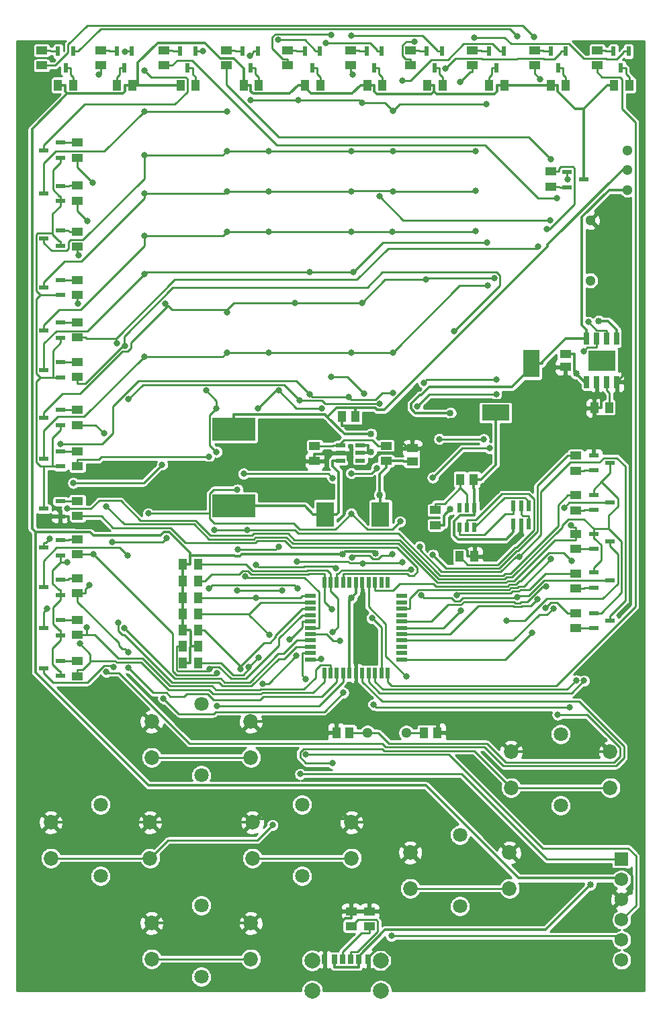
<source format=gbr>
%TF.GenerationSoftware,KiCad,Pcbnew,(5.1.10)-1*%
%TF.CreationDate,2021-07-01T23:21:13+02:00*%
%TF.ProjectId,PicBytesMicro,50696342-7974-4657-934d-6963726f2e6b,rev?*%
%TF.SameCoordinates,Original*%
%TF.FileFunction,Copper,L2,Bot*%
%TF.FilePolarity,Positive*%
%FSLAX46Y46*%
G04 Gerber Fmt 4.6, Leading zero omitted, Abs format (unit mm)*
G04 Created by KiCad (PCBNEW (5.1.10)-1) date 2021-07-01 23:21:13*
%MOMM*%
%LPD*%
G01*
G04 APERTURE LIST*
%TA.AperFunction,SMDPad,CuDef*%
%ADD10R,1.200000X0.600000*%
%TD*%
%TA.AperFunction,ComponentPad*%
%ADD11C,1.300000*%
%TD*%
%TA.AperFunction,ComponentPad*%
%ADD12C,1.800000*%
%TD*%
%TA.AperFunction,ComponentPad*%
%ADD13C,1.850000*%
%TD*%
%TA.AperFunction,SMDPad,CuDef*%
%ADD14R,1.400000X1.000000*%
%TD*%
%TA.AperFunction,SMDPad,CuDef*%
%ADD15R,1.000000X1.400000*%
%TD*%
%TA.AperFunction,SMDPad,CuDef*%
%ADD16R,0.600000X1.400000*%
%TD*%
%TA.AperFunction,SMDPad,CuDef*%
%ADD17R,1.250000X0.600000*%
%TD*%
%TA.AperFunction,SMDPad,CuDef*%
%ADD18R,0.600000X1.250000*%
%TD*%
%TA.AperFunction,ComponentPad*%
%ADD19C,1.725000*%
%TD*%
%TA.AperFunction,ComponentPad*%
%ADD20R,1.725000X1.725000*%
%TD*%
%TA.AperFunction,SMDPad,CuDef*%
%ADD21R,1.475000X0.600000*%
%TD*%
%TA.AperFunction,SMDPad,CuDef*%
%ADD22R,0.600000X1.475000*%
%TD*%
%TA.AperFunction,SMDPad,CuDef*%
%ADD23R,5.400000X2.900000*%
%TD*%
%TA.AperFunction,ComponentPad*%
%ADD24C,2.000000*%
%TD*%
%TA.AperFunction,SMDPad,CuDef*%
%ADD25R,0.800000X1.200000*%
%TD*%
%TA.AperFunction,SMDPad,CuDef*%
%ADD26R,0.760000X1.200000*%
%TD*%
%TA.AperFunction,SMDPad,CuDef*%
%ADD27R,0.700000X1.200000*%
%TD*%
%TA.AperFunction,SMDPad,CuDef*%
%ADD28R,3.402000X2.513000*%
%TD*%
%TA.AperFunction,SMDPad,CuDef*%
%ADD29R,0.700000X1.525000*%
%TD*%
%TA.AperFunction,SMDPad,CuDef*%
%ADD30R,0.600000X1.200000*%
%TD*%
%TA.AperFunction,SMDPad,CuDef*%
%ADD31R,3.500000X2.000000*%
%TD*%
%TA.AperFunction,SMDPad,CuDef*%
%ADD32R,2.000000X3.500000*%
%TD*%
%TA.AperFunction,SMDPad,CuDef*%
%ADD33R,2.200000X3.150000*%
%TD*%
%TA.AperFunction,SMDPad,CuDef*%
%ADD34R,1.470000X1.050000*%
%TD*%
%TA.AperFunction,SMDPad,CuDef*%
%ADD35R,1.050000X1.470000*%
%TD*%
%TA.AperFunction,ComponentPad*%
%ADD36C,1.294000*%
%TD*%
%TA.AperFunction,ViaPad*%
%ADD37C,0.800000*%
%TD*%
%TA.AperFunction,ViaPad*%
%ADD38C,0.850000*%
%TD*%
%TA.AperFunction,Conductor*%
%ADD39C,0.250000*%
%TD*%
%TA.AperFunction,Conductor*%
%ADD40C,0.350000*%
%TD*%
%TA.AperFunction,Conductor*%
%ADD41C,0.254000*%
%TD*%
%TA.AperFunction,Conductor*%
%ADD42C,0.100000*%
%TD*%
G04 APERTURE END LIST*
D10*
%TO.P,U_StepUp1,6*%
%TO.N,Net-(U_StepUp1-Pad6)*%
X140253000Y-90015000D03*
%TO.P,U_StepUp1,5*%
%TO.N,Net-(C_22u_1-Pad1)*%
X140253000Y-89065000D03*
%TO.P,U_StepUp1,4*%
X140253000Y-88115000D03*
%TO.P,U_StepUp1,3*%
%TO.N,Net-(R_1k_3-Pad1)*%
X137753000Y-88115000D03*
%TO.P,U_StepUp1,2*%
%TO.N,Vgnd_main*%
X137753000Y-89065000D03*
%TO.P,U_StepUp1,1*%
%TO.N,Net-(D_1-Pad2)*%
X137753000Y-90015000D03*
%TD*%
D11*
%TO.P,SW_Toggle1,3*%
%TO.N,Net-(SW_Toggle1-Pad3)*%
X173900000Y-50900000D03*
%TO.P,SW_Toggle1,2*%
%TO.N,Net-(C_22u_1-Pad1)*%
X173900000Y-53400000D03*
%TO.P,SW_Toggle1,1*%
%TO.N,BAT+*%
X173900000Y-55900000D03*
%TD*%
D12*
%TO.P,S_up1,6*%
%TO.N,N/C*%
X120200000Y-129690000D03*
%TO.P,S_up1,5*%
X120200000Y-120690000D03*
D13*
%TO.P,S_up1,4*%
%TO.N,Vgnd_main*%
X113950000Y-122940000D03*
%TO.P,S_up1,3*%
X126450000Y-122940000D03*
%TO.P,S_up1,2*%
%TO.N,S_up*%
X113950000Y-127440000D03*
%TO.P,S_up1,1*%
X126450000Y-127440000D03*
%TD*%
D12*
%TO.P,S_right1,6*%
%TO.N,N/C*%
X132900000Y-142390000D03*
%TO.P,S_right1,5*%
X132900000Y-133390000D03*
D13*
%TO.P,S_right1,4*%
%TO.N,Vgnd_main*%
X126650000Y-135640000D03*
%TO.P,S_right1,3*%
X139150000Y-135640000D03*
%TO.P,S_right1,2*%
%TO.N,S_right*%
X126650000Y-140140000D03*
%TO.P,S_right1,1*%
X139150000Y-140140000D03*
%TD*%
D12*
%TO.P,S_left1,6*%
%TO.N,N/C*%
X107500000Y-142390000D03*
%TO.P,S_left1,5*%
X107500000Y-133390000D03*
D13*
%TO.P,S_left1,4*%
%TO.N,Vgnd_main*%
X101250000Y-135640000D03*
%TO.P,S_left1,3*%
X113750000Y-135640000D03*
%TO.P,S_left1,2*%
%TO.N,S_left*%
X101250000Y-140140000D03*
%TO.P,S_left1,1*%
X113750000Y-140140000D03*
%TD*%
D12*
%TO.P,S_down1,6*%
%TO.N,N/C*%
X120200000Y-155090000D03*
%TO.P,S_down1,5*%
X120200000Y-146090000D03*
D13*
%TO.P,S_down1,4*%
%TO.N,Vgnd_main*%
X113950000Y-148340000D03*
%TO.P,S_down1,3*%
X126450000Y-148340000D03*
%TO.P,S_down1,2*%
%TO.N,S_down*%
X113950000Y-152840000D03*
%TO.P,S_down1,1*%
X126450000Y-152840000D03*
%TD*%
D12*
%TO.P,S_B1,6*%
%TO.N,N/C*%
X165500000Y-133500000D03*
%TO.P,S_B1,5*%
X165500000Y-124500000D03*
D13*
%TO.P,S_B1,4*%
%TO.N,Vgnd_main*%
X159250000Y-126750000D03*
%TO.P,S_B1,3*%
X171750000Y-126750000D03*
%TO.P,S_B1,2*%
%TO.N,S_b*%
X159250000Y-131250000D03*
%TO.P,S_B1,1*%
X171750000Y-131250000D03*
%TD*%
D12*
%TO.P,S_A1,6*%
%TO.N,N/C*%
X152800000Y-146200000D03*
%TO.P,S_A1,5*%
X152800000Y-137200000D03*
D13*
%TO.P,S_A1,4*%
%TO.N,Vgnd_main*%
X146550000Y-139450000D03*
%TO.P,S_A1,3*%
X159050000Y-139450000D03*
%TO.P,S_A1,2*%
%TO.N,S_a*%
X146550000Y-143950000D03*
%TO.P,S_A1,1*%
X159050000Y-143950000D03*
%TD*%
D14*
%TO.P,R_7.5k_1,2*%
%TO.N,Net-(R_1k_3-Pad1)*%
X143507000Y-88165000D03*
%TO.P,R_7.5k_1,1*%
%TO.N,Vcc_main*%
X143507000Y-90065000D03*
%TD*%
%TO.P,R_5.1k_1,2*%
%TO.N,Net-(J_USB_C1-PadA5)*%
X139105000Y-148750000D03*
%TO.P,R_5.1k_1,1*%
%TO.N,Vgnd_main*%
X139105000Y-146850000D03*
%TD*%
%TO.P,R_5.1_1,2*%
%TO.N,Net-(J_USB_C1-PadB5)*%
X141400000Y-148750000D03*
%TO.P,R_5.1_1,1*%
%TO.N,Vgnd_main*%
X141400000Y-146850000D03*
%TD*%
D15*
%TO.P,R_2k_2,2*%
%TO.N,Vgnd_main*%
X154650000Y-102100000D03*
%TO.P,R_2k_2,1*%
%TO.N,Net-(IC1-Pad2)*%
X152750000Y-102100000D03*
%TD*%
%TO.P,R_2k_1,2*%
%TO.N,Net-(IC_BMS_TP4056-Pad2)*%
X171650000Y-83400000D03*
%TO.P,R_2k_1,1*%
%TO.N,Vgnd_main*%
X169750000Y-83400000D03*
%TD*%
D14*
%TO.P,R_1k_3,2*%
%TO.N,Vgnd_main*%
X134500000Y-90065000D03*
%TO.P,R_1k_3,1*%
%TO.N,Net-(R_1k_3-Pad1)*%
X134500000Y-88165000D03*
%TD*%
D15*
%TO.P,R_10K_6,2*%
%TO.N,Vcc_main*%
X117900000Y-105200000D03*
%TO.P,R_10K_6,1*%
%TO.N,S_a*%
X119800000Y-105200000D03*
%TD*%
%TO.P,R_10K_5,2*%
%TO.N,Vcc_main*%
X117900000Y-103100000D03*
%TO.P,R_10K_5,1*%
%TO.N,S_b*%
X119800000Y-103100000D03*
%TD*%
%TO.P,R_10K_4,2*%
%TO.N,Vcc_main*%
X117900000Y-107300000D03*
%TO.P,R_10K_4,1*%
%TO.N,S_right*%
X119800000Y-107300000D03*
%TD*%
%TO.P,R_10K_3,2*%
%TO.N,Vcc_main*%
X119800000Y-113450000D03*
%TO.P,R_10K_3,1*%
%TO.N,S_up*%
X117900000Y-113450000D03*
%TD*%
%TO.P,R_10K_2,2*%
%TO.N,Vcc_main*%
X117900000Y-111400000D03*
%TO.P,R_10K_2,1*%
%TO.N,S_down*%
X119800000Y-111400000D03*
%TD*%
%TO.P,R_10K_1,2*%
%TO.N,Vcc_main*%
X117900000Y-109350000D03*
%TO.P,R_10K_1,1*%
%TO.N,S_left*%
X119800000Y-109350000D03*
%TD*%
%TO.P,R_10k_1,2*%
%TO.N,MCLR*%
X119800000Y-115500000D03*
%TO.P,R_10k_1,1*%
%TO.N,Vcc_main*%
X117900000Y-115500000D03*
%TD*%
D14*
%TO.P,R_100_1,2*%
%TO.N,BAT+*%
X149700000Y-98170000D03*
%TO.P,R_100_1,1*%
%TO.N,Net-(C_0.1u_1-Pad1)*%
X149700000Y-96270000D03*
%TD*%
%TO.P,R4K7_29,2*%
%TO.N,Net-(Q29-Pad1)*%
X164300000Y-55500000D03*
%TO.P,R4K7_29,1*%
%TO.N,Buzzer*%
X164300000Y-53600000D03*
%TD*%
%TO.P,R4K7_28,2*%
%TO.N,Net-(Q28-Pad1)*%
X167400000Y-96300000D03*
%TO.P,R4K7_28,1*%
%TO.N,P_CR7*%
X167400000Y-94400000D03*
%TD*%
%TO.P,R4K7_27,2*%
%TO.N,Net-(Q27-Pad1)*%
X104600000Y-88850000D03*
%TO.P,R4K7_27,1*%
%TO.N,P_CR7*%
X104600000Y-90750000D03*
%TD*%
%TO.P,R4K7_26,2*%
%TO.N,Net-(Q26-Pad1)*%
X100100000Y-38325000D03*
%TO.P,R4K7_26,1*%
%TO.N,P_CC10*%
X100100000Y-40225000D03*
%TD*%
%TO.P,R4K7_25,2*%
%TO.N,Net-(Q25-Pad1)*%
X139000000Y-38325000D03*
%TO.P,R4K7_25,1*%
%TO.N,P_CC5*%
X139000000Y-40225000D03*
%TD*%
%TO.P,R4K7_24,2*%
%TO.N,Net-(Q24-Pad1)*%
X167400000Y-101150000D03*
%TO.P,R4K7_24,1*%
%TO.N,P_CR6*%
X167400000Y-99250000D03*
%TD*%
%TO.P,R4K7_23,2*%
%TO.N,Net-(Q23-Pad1)*%
X104600000Y-83650000D03*
%TO.P,R4K7_23,1*%
%TO.N,P_CR6*%
X104600000Y-85550000D03*
%TD*%
%TO.P,R4K7_22,2*%
%TO.N,Net-(Q22-Pad1)*%
X170100000Y-38325000D03*
%TO.P,R4K7_22,1*%
%TO.N,P_CC9*%
X170100000Y-40225000D03*
%TD*%
%TO.P,R4K7_21,2*%
%TO.N,Net-(Q21-Pad1)*%
X131100000Y-38325000D03*
%TO.P,R4K7_21,1*%
%TO.N,P_CC4*%
X131100000Y-40225000D03*
%TD*%
%TO.P,R4K7_20,2*%
%TO.N,Net-(Q20-Pad1)*%
X167400000Y-106150000D03*
%TO.P,R4K7_20,1*%
%TO.N,P_CR5*%
X167400000Y-104250000D03*
%TD*%
%TO.P,R4K7_19,2*%
%TO.N,Net-(Q19-Pad1)*%
X104600000Y-77600000D03*
%TO.P,R4K7_19,1*%
%TO.N,P_CR5*%
X104600000Y-79500000D03*
%TD*%
%TO.P,R4K7_18,2*%
%TO.N,Net-(Q18-Pad1)*%
X104600000Y-115300000D03*
%TO.P,R4K7_18,1*%
%TO.N,P_CR3*%
X104600000Y-117200000D03*
%TD*%
%TO.P,R4K7_17,2*%
%TO.N,Net-(Q17-Pad1)*%
X104600000Y-67250000D03*
%TO.P,R4K7_17,1*%
%TO.N,P_CR3*%
X104600000Y-69150000D03*
%TD*%
%TO.P,R4K7_16,2*%
%TO.N,Net-(Q16-Pad1)*%
X162200000Y-38325000D03*
%TO.P,R4K7_16,1*%
%TO.N,P_CC8*%
X162200000Y-40225000D03*
%TD*%
%TO.P,R4K7_15,2*%
%TO.N,Net-(Q15-Pad1)*%
X123400000Y-38325000D03*
%TO.P,R4K7_15,1*%
%TO.N,P_CC3*%
X123400000Y-40225000D03*
%TD*%
%TO.P,R4K7_14,2*%
%TO.N,Net-(Q14-Pad1)*%
X167400000Y-91300000D03*
%TO.P,R4K7_14,1*%
%TO.N,P_DN*%
X167400000Y-89400000D03*
%TD*%
%TO.P,R4K7_13,2*%
%TO.N,Net-(Q13-Pad1)*%
X104600000Y-95100000D03*
%TO.P,R4K7_13,1*%
%TO.N,P_UN*%
X104600000Y-97000000D03*
%TD*%
%TO.P,R4K7_12,2*%
%TO.N,Net-(Q12-Pad1)*%
X167400000Y-111150000D03*
%TO.P,R4K7_12,1*%
%TO.N,P_CR4*%
X167400000Y-109250000D03*
%TD*%
%TO.P,R4K7_11,2*%
%TO.N,Net-(Q11-Pad1)*%
X104600000Y-72600000D03*
%TO.P,R4K7_11,1*%
%TO.N,P_CR4*%
X104600000Y-74500000D03*
%TD*%
%TO.P,R4K7_10,2*%
%TO.N,Net-(Q10-Pad1)*%
X104600000Y-110100000D03*
%TO.P,R4K7_10,1*%
%TO.N,P_CR2*%
X104600000Y-112000000D03*
%TD*%
%TO.P,R4K7_9,2*%
%TO.N,Net-(Q9-Pad1)*%
X104600000Y-61150000D03*
%TO.P,R4K7_9,1*%
%TO.N,P_CR2*%
X104600000Y-63050000D03*
%TD*%
%TO.P,R4K7_8,2*%
%TO.N,Net-(Q8-Pad1)*%
X154400000Y-38325000D03*
%TO.P,R4K7_8,1*%
%TO.N,P_CC7*%
X154400000Y-40225000D03*
%TD*%
%TO.P,R4K7_7,2*%
%TO.N,Net-(Q7-Pad1)*%
X115500000Y-38325000D03*
%TO.P,R4K7_7,1*%
%TO.N,P_CC2*%
X115500000Y-40225000D03*
%TD*%
%TO.P,R4K7_6,2*%
%TO.N,Net-(Q6-Pad1)*%
X104600000Y-104850000D03*
%TO.P,R4K7_6,1*%
%TO.N,P_CR1*%
X104600000Y-106750000D03*
%TD*%
%TO.P,R4K7_5,2*%
%TO.N,Net-(Q5-Pad1)*%
X104600000Y-55350000D03*
%TO.P,R4K7_5,1*%
%TO.N,P_CR1*%
X104600000Y-57250000D03*
%TD*%
%TO.P,R4K7_4,2*%
%TO.N,Net-(Q4-Pad1)*%
X146600000Y-38325000D03*
%TO.P,R4K7_4,1*%
%TO.N,P_CC6*%
X146600000Y-40225000D03*
%TD*%
%TO.P,R4K7_3,2*%
%TO.N,Net-(Q3-Pad1)*%
X107500000Y-38325000D03*
%TO.P,R4K7_3,1*%
%TO.N,P_CC1*%
X107500000Y-40225000D03*
%TD*%
%TO.P,R4K7_2,2*%
%TO.N,Net-(Q2-Pad1)*%
X104600000Y-99950000D03*
%TO.P,R4K7_2,1*%
%TO.N,P_CR0*%
X104600000Y-101850000D03*
%TD*%
%TO.P,R4K7_1,2*%
%TO.N,Net-(Q1-Pad1)*%
X104600000Y-49950000D03*
%TO.P,R4K7_1,1*%
%TO.N,P_CR0*%
X104600000Y-51850000D03*
%TD*%
D15*
%TO.P,R220_10,2*%
%TO.N,Net-(Q26-Pad3)*%
X104050000Y-42700000D03*
%TO.P,R220_10,1*%
%TO.N,Vcc_main*%
X102150000Y-42700000D03*
%TD*%
%TO.P,R220_9,2*%
%TO.N,Net-(Q25-Pad3)*%
X143050000Y-42700000D03*
%TO.P,R220_9,1*%
%TO.N,Vcc_main*%
X141150000Y-42700000D03*
%TD*%
%TO.P,R220_8,2*%
%TO.N,Net-(Q22-Pad3)*%
X174150000Y-42700000D03*
%TO.P,R220_8,1*%
%TO.N,Vcc_main*%
X172250000Y-42700000D03*
%TD*%
%TO.P,R220_7,2*%
%TO.N,Net-(Q21-Pad3)*%
X135200000Y-42700000D03*
%TO.P,R220_7,1*%
%TO.N,Vcc_main*%
X133300000Y-42700000D03*
%TD*%
%TO.P,R220_6,2*%
%TO.N,Net-(Q16-Pad3)*%
X166150000Y-42700000D03*
%TO.P,R220_6,1*%
%TO.N,Vcc_main*%
X164250000Y-42700000D03*
%TD*%
%TO.P,R220_5,2*%
%TO.N,Net-(Q15-Pad3)*%
X127450000Y-42700000D03*
%TO.P,R220_5,1*%
%TO.N,Vcc_main*%
X125550000Y-42700000D03*
%TD*%
%TO.P,R220_4,2*%
%TO.N,Net-(Q8-Pad3)*%
X156500000Y-42700000D03*
%TO.P,R220_4,1*%
%TO.N,Vcc_main*%
X158400000Y-42700000D03*
%TD*%
%TO.P,R220_3,2*%
%TO.N,Net-(Q7-Pad3)*%
X119500000Y-42700000D03*
%TO.P,R220_3,1*%
%TO.N,Vcc_main*%
X117600000Y-42700000D03*
%TD*%
%TO.P,R220_2,2*%
%TO.N,Net-(Q4-Pad3)*%
X150600000Y-42700000D03*
%TO.P,R220_2,1*%
%TO.N,Vcc_main*%
X148700000Y-42700000D03*
%TD*%
%TO.P,R220_1,2*%
%TO.N,Net-(Q3-Pad3)*%
X109600000Y-42700000D03*
%TO.P,R220_1,1*%
%TO.N,Vcc_main*%
X111500000Y-42700000D03*
%TD*%
D16*
%TO.P,Q30,6*%
%TO.N,Net-(IC1-Pad3)*%
X159550000Y-95695000D03*
%TO.P,Q30,5*%
%TO.N,Net-(Q30-Pad1)*%
X160500000Y-95695000D03*
%TO.P,Q30,4*%
%TO.N,Net-(IC1-Pad1)*%
X161450000Y-95695000D03*
%TO.P,Q30,3*%
%TO.N,BAT-*%
X159550000Y-97995000D03*
%TO.P,Q30,2*%
%TO.N,Vgnd_main*%
X160500000Y-97995000D03*
%TO.P,Q30,1*%
%TO.N,Net-(Q30-Pad1)*%
X161450000Y-97995000D03*
%TD*%
D17*
%TO.P,Q29,3*%
%TO.N,Vcc_main*%
X168400000Y-54600000D03*
%TO.P,Q29,2*%
%TO.N,Net-(LS1-Pad1)*%
X166300000Y-53645000D03*
%TO.P,Q29,1*%
%TO.N,Net-(Q29-Pad1)*%
X166300000Y-55555000D03*
%TD*%
%TO.P,Q28,3*%
%TO.N,R15*%
X171750000Y-95300000D03*
%TO.P,Q28,2*%
%TO.N,Net-(Q10-Pad2)*%
X169650000Y-94345000D03*
%TO.P,Q28,1*%
%TO.N,Net-(Q28-Pad1)*%
X169650000Y-96255000D03*
%TD*%
%TO.P,Q27,3*%
%TO.N,R7*%
X100350000Y-89800000D03*
%TO.P,Q27,2*%
%TO.N,Net-(Q1-Pad2)*%
X102450000Y-90755000D03*
%TO.P,Q27,1*%
%TO.N,Net-(Q27-Pad1)*%
X102450000Y-88845000D03*
%TD*%
D18*
%TO.P,Q26,3*%
%TO.N,Net-(Q26-Pad3)*%
X103100000Y-40550000D03*
%TO.P,Q26,2*%
%TO.N,C10*%
X104055000Y-38450000D03*
%TO.P,Q26,1*%
%TO.N,Net-(Q26-Pad1)*%
X102145000Y-38450000D03*
%TD*%
%TO.P,Q25,3*%
%TO.N,Net-(Q25-Pad3)*%
X142000000Y-40550000D03*
%TO.P,Q25,2*%
%TO.N,C5*%
X142955000Y-38450000D03*
%TO.P,Q25,1*%
%TO.N,Net-(Q25-Pad1)*%
X141045000Y-38450000D03*
%TD*%
D17*
%TO.P,Q24,3*%
%TO.N,R14*%
X171750000Y-100200000D03*
%TO.P,Q24,2*%
%TO.N,Net-(Q10-Pad2)*%
X169650000Y-99245000D03*
%TO.P,Q24,1*%
%TO.N,Net-(Q24-Pad1)*%
X169650000Y-101155000D03*
%TD*%
%TO.P,Q23,3*%
%TO.N,R6*%
X100350000Y-84600000D03*
%TO.P,Q23,2*%
%TO.N,Net-(Q1-Pad2)*%
X102450000Y-85555000D03*
%TO.P,Q23,1*%
%TO.N,Net-(Q23-Pad1)*%
X102450000Y-83645000D03*
%TD*%
D18*
%TO.P,Q22,3*%
%TO.N,Net-(Q22-Pad3)*%
X173100000Y-40550000D03*
%TO.P,Q22,2*%
%TO.N,C9*%
X174055000Y-38450000D03*
%TO.P,Q22,1*%
%TO.N,Net-(Q22-Pad1)*%
X172145000Y-38450000D03*
%TD*%
%TO.P,Q21,3*%
%TO.N,Net-(Q21-Pad3)*%
X134200000Y-40550000D03*
%TO.P,Q21,2*%
%TO.N,C4*%
X135155000Y-38450000D03*
%TO.P,Q21,1*%
%TO.N,Net-(Q21-Pad1)*%
X133245000Y-38450000D03*
%TD*%
D17*
%TO.P,Q20,3*%
%TO.N,R13*%
X171750000Y-105100000D03*
%TO.P,Q20,2*%
%TO.N,Net-(Q10-Pad2)*%
X169650000Y-104145000D03*
%TO.P,Q20,1*%
%TO.N,Net-(Q20-Pad1)*%
X169650000Y-106055000D03*
%TD*%
%TO.P,Q19,3*%
%TO.N,R5*%
X100350000Y-78600000D03*
%TO.P,Q19,2*%
%TO.N,Net-(Q1-Pad2)*%
X102450000Y-79555000D03*
%TO.P,Q19,1*%
%TO.N,Net-(Q19-Pad1)*%
X102450000Y-77645000D03*
%TD*%
%TO.P,Q18,3*%
%TO.N,R11*%
X100350000Y-116200000D03*
%TO.P,Q18,2*%
%TO.N,Net-(Q10-Pad2)*%
X102450000Y-117155000D03*
%TO.P,Q18,1*%
%TO.N,Net-(Q18-Pad1)*%
X102450000Y-115245000D03*
%TD*%
%TO.P,Q17,3*%
%TO.N,R3*%
X100350000Y-68200000D03*
%TO.P,Q17,2*%
%TO.N,Net-(Q1-Pad2)*%
X102450000Y-69155000D03*
%TO.P,Q17,1*%
%TO.N,Net-(Q17-Pad1)*%
X102450000Y-67245000D03*
%TD*%
D18*
%TO.P,Q16,3*%
%TO.N,Net-(Q16-Pad3)*%
X165200000Y-40550000D03*
%TO.P,Q16,2*%
%TO.N,C8*%
X166155000Y-38450000D03*
%TO.P,Q16,1*%
%TO.N,Net-(Q16-Pad1)*%
X164245000Y-38450000D03*
%TD*%
%TO.P,Q15,3*%
%TO.N,Net-(Q15-Pad3)*%
X126400000Y-40550000D03*
%TO.P,Q15,2*%
%TO.N,C3*%
X127355000Y-38450000D03*
%TO.P,Q15,1*%
%TO.N,Net-(Q15-Pad1)*%
X125445000Y-38450000D03*
%TD*%
D17*
%TO.P,Q14,3*%
%TO.N,Net-(Q10-Pad2)*%
X171750000Y-90300000D03*
%TO.P,Q14,2*%
%TO.N,Vgnd_main*%
X169650000Y-89345000D03*
%TO.P,Q14,1*%
%TO.N,Net-(Q14-Pad1)*%
X169650000Y-91255000D03*
%TD*%
%TO.P,Q13,3*%
%TO.N,Net-(Q1-Pad2)*%
X100350000Y-96100000D03*
%TO.P,Q13,2*%
%TO.N,Vgnd_main*%
X102450000Y-97055000D03*
%TO.P,Q13,1*%
%TO.N,Net-(Q13-Pad1)*%
X102450000Y-95145000D03*
%TD*%
%TO.P,Q12,3*%
%TO.N,R12*%
X171750000Y-110200000D03*
%TO.P,Q12,2*%
%TO.N,Net-(Q10-Pad2)*%
X169650000Y-109245000D03*
%TO.P,Q12,1*%
%TO.N,Net-(Q12-Pad1)*%
X169650000Y-111155000D03*
%TD*%
%TO.P,Q11,3*%
%TO.N,R4*%
X100350000Y-73600000D03*
%TO.P,Q11,2*%
%TO.N,Net-(Q1-Pad2)*%
X102450000Y-74555000D03*
%TO.P,Q11,1*%
%TO.N,Net-(Q11-Pad1)*%
X102450000Y-72645000D03*
%TD*%
%TO.P,Q10,3*%
%TO.N,R10*%
X100350000Y-111100000D03*
%TO.P,Q10,2*%
%TO.N,Net-(Q10-Pad2)*%
X102450000Y-112055000D03*
%TO.P,Q10,1*%
%TO.N,Net-(Q10-Pad1)*%
X102450000Y-110145000D03*
%TD*%
%TO.P,Q9,3*%
%TO.N,R2*%
X100350000Y-62000000D03*
%TO.P,Q9,2*%
%TO.N,Net-(Q1-Pad2)*%
X102450000Y-62955000D03*
%TO.P,Q9,1*%
%TO.N,Net-(Q9-Pad1)*%
X102450000Y-61045000D03*
%TD*%
D18*
%TO.P,Q8,3*%
%TO.N,Net-(Q8-Pad3)*%
X157400000Y-40550000D03*
%TO.P,Q8,2*%
%TO.N,C7*%
X158355000Y-38450000D03*
%TO.P,Q8,1*%
%TO.N,Net-(Q8-Pad1)*%
X156445000Y-38450000D03*
%TD*%
%TO.P,Q7,3*%
%TO.N,Net-(Q7-Pad3)*%
X118500000Y-40550000D03*
%TO.P,Q7,2*%
%TO.N,C2*%
X119455000Y-38450000D03*
%TO.P,Q7,1*%
%TO.N,Net-(Q7-Pad1)*%
X117545000Y-38450000D03*
%TD*%
D17*
%TO.P,Q6,3*%
%TO.N,R9*%
X100350000Y-106000000D03*
%TO.P,Q6,2*%
%TO.N,Net-(Q10-Pad2)*%
X102450000Y-106955000D03*
%TO.P,Q6,1*%
%TO.N,Net-(Q6-Pad1)*%
X102450000Y-105045000D03*
%TD*%
%TO.P,Q5,3*%
%TO.N,R1*%
X100350000Y-56355000D03*
%TO.P,Q5,2*%
%TO.N,Net-(Q1-Pad2)*%
X102450000Y-57310000D03*
%TO.P,Q5,1*%
%TO.N,Net-(Q5-Pad1)*%
X102450000Y-55400000D03*
%TD*%
D18*
%TO.P,Q4,3*%
%TO.N,Net-(Q4-Pad3)*%
X149600000Y-40550000D03*
%TO.P,Q4,2*%
%TO.N,C6*%
X150555000Y-38450000D03*
%TO.P,Q4,1*%
%TO.N,Net-(Q4-Pad1)*%
X148645000Y-38450000D03*
%TD*%
%TO.P,Q3,3*%
%TO.N,Net-(Q3-Pad3)*%
X110500000Y-40550000D03*
%TO.P,Q3,2*%
%TO.N,C1*%
X111455000Y-38450000D03*
%TO.P,Q3,1*%
%TO.N,Net-(Q3-Pad1)*%
X109545000Y-38450000D03*
%TD*%
D17*
%TO.P,Q2,3*%
%TO.N,R8*%
X100350000Y-101000000D03*
%TO.P,Q2,2*%
%TO.N,Net-(Q10-Pad2)*%
X102450000Y-101955000D03*
%TO.P,Q2,1*%
%TO.N,Net-(Q2-Pad1)*%
X102450000Y-100045000D03*
%TD*%
%TO.P,Q1,3*%
%TO.N,R0*%
X100350000Y-50900000D03*
%TO.P,Q1,2*%
%TO.N,Net-(Q1-Pad2)*%
X102450000Y-51855000D03*
%TO.P,Q1,1*%
%TO.N,Net-(Q1-Pad1)*%
X102450000Y-49945000D03*
%TD*%
D19*
%TO.P,PicKit1,6*%
%TO.N,Net-(PicKit1-Pad6)*%
X173180000Y-152980000D03*
%TO.P,PicKit1,5*%
%TO.N,ICSPCLK*%
X173180000Y-150440000D03*
%TO.P,PicKit1,4*%
%TO.N,ICSPDA*%
X173180000Y-147900000D03*
%TO.P,PicKit1,3*%
%TO.N,Vgnd_main*%
X173180000Y-145360000D03*
%TO.P,PicKit1,2*%
%TO.N,Vcc_main*%
X173180000Y-142820000D03*
D20*
%TO.P,PicKit1,1*%
%TO.N,MCLR*%
X173180000Y-140280000D03*
%TD*%
D21*
%TO.P,PIC18F45K50,44*%
%TO.N,P_CC10*%
X145438000Y-115100000D03*
%TO.P,PIC18F45K50,43*%
%TO.N,Net-(PIC18F45K50-Pad43)*%
X145438000Y-114300000D03*
%TO.P,PIC18F45K50,42*%
%TO.N,Net-(PIC18F45K50-Pad42)*%
X145438000Y-113500000D03*
%TO.P,PIC18F45K50,41*%
%TO.N,P_CC5*%
X145438000Y-112700000D03*
%TO.P,PIC18F45K50,40*%
%TO.N,P_CC6*%
X145438000Y-111900000D03*
%TO.P,PIC18F45K50,39*%
%TO.N,P_CC7*%
X145438000Y-111100000D03*
%TO.P,PIC18F45K50,38*%
%TO.N,P_CC8*%
X145438000Y-110300000D03*
%TO.P,PIC18F45K50,37*%
%TO.N,Net-(PIC18F45K50-Pad37)*%
X145438000Y-109500000D03*
%TO.P,PIC18F45K50,36*%
%TO.N,Buzzer*%
X145438000Y-108700000D03*
%TO.P,PIC18F45K50,35*%
%TO.N,Net-(PIC18F45K50-Pad35)*%
X145438000Y-107900000D03*
%TO.P,PIC18F45K50,34*%
%TO.N,Net-(PIC18F45K50-Pad34)*%
X145438000Y-107100000D03*
D22*
%TO.P,PIC18F45K50,33*%
%TO.N,Net-(PIC18F45K50-Pad33)*%
X143700000Y-105362000D03*
%TO.P,PIC18F45K50,32*%
%TO.N,Net-(PIC18F45K50-Pad32)*%
X142900000Y-105362000D03*
%TO.P,PIC18F45K50,31*%
%TO.N,Net-(16MhzCrystal1-Pad1)*%
X142100000Y-105362000D03*
%TO.P,PIC18F45K50,30*%
%TO.N,Net-(16MhzCrystal1-Pad2)*%
X141300000Y-105362000D03*
%TO.P,PIC18F45K50,29*%
%TO.N,Vgnd_main*%
X140500000Y-105362000D03*
%TO.P,PIC18F45K50,28*%
%TO.N,Vcc_main*%
X139700000Y-105362000D03*
%TO.P,PIC18F45K50,27*%
%TO.N,Net-(PIC18F45K50-Pad27)*%
X138900000Y-105362000D03*
%TO.P,PIC18F45K50,26*%
%TO.N,P_UN*%
X138100000Y-105362000D03*
%TO.P,PIC18F45K50,25*%
%TO.N,P_DN*%
X137300000Y-105362000D03*
%TO.P,PIC18F45K50,24*%
%TO.N,S_b*%
X136500000Y-105362000D03*
%TO.P,PIC18F45K50,23*%
%TO.N,S_a*%
X135700000Y-105362000D03*
D21*
%TO.P,PIC18F45K50,22*%
%TO.N,S_right*%
X133962000Y-107100000D03*
%TO.P,PIC18F45K50,21*%
%TO.N,S_left*%
X133962000Y-107900000D03*
%TO.P,PIC18F45K50,20*%
%TO.N,S_down*%
X133962000Y-108700000D03*
%TO.P,PIC18F45K50,19*%
%TO.N,S_up*%
X133962000Y-109500000D03*
%TO.P,PIC18F45K50,18*%
%TO.N,MCLR*%
X133962000Y-110300000D03*
%TO.P,PIC18F45K50,17*%
%TO.N,P_CR7*%
X133962000Y-111100000D03*
%TO.P,PIC18F45K50,16*%
%TO.N,P_CR6*%
X133962000Y-111900000D03*
%TO.P,PIC18F45K50,15*%
%TO.N,P_CR5*%
X133962000Y-112700000D03*
%TO.P,PIC18F45K50,14*%
%TO.N,P_CR4*%
X133962000Y-113500000D03*
%TO.P,PIC18F45K50,13*%
%TO.N,ICSPDA*%
X133962000Y-114300000D03*
%TO.P,PIC18F45K50,12*%
%TO.N,ICSPCLK*%
X133962000Y-115100000D03*
D22*
%TO.P,PIC18F45K50,11*%
%TO.N,P_CR3*%
X135700000Y-116838000D03*
%TO.P,PIC18F45K50,10*%
%TO.N,P_CR2*%
X136500000Y-116838000D03*
%TO.P,PIC18F45K50,9*%
%TO.N,P_CR1*%
X137300000Y-116838000D03*
%TO.P,PIC18F45K50,8*%
%TO.N,P_CR0*%
X138100000Y-116838000D03*
%TO.P,PIC18F45K50,7*%
%TO.N,Vcc_main*%
X138900000Y-116838000D03*
%TO.P,PIC18F45K50,6*%
%TO.N,Vgnd_main*%
X139700000Y-116838000D03*
%TO.P,PIC18F45K50,5*%
%TO.N,P_CC1*%
X140500000Y-116838000D03*
%TO.P,PIC18F45K50,4*%
%TO.N,P_CC2*%
X141300000Y-116838000D03*
%TO.P,PIC18F45K50,3*%
%TO.N,P_CC3*%
X142100000Y-116838000D03*
%TO.P,PIC18F45K50,2*%
%TO.N,P_CC4*%
X142900000Y-116838000D03*
%TO.P,PIC18F45K50,1*%
%TO.N,P_CC9*%
X143700000Y-116838000D03*
%TD*%
D11*
%TO.P,LS1,2*%
%TO.N,Vgnd_main*%
X169228000Y-59727000D03*
%TO.P,LS1,1*%
%TO.N,Net-(LS1-Pad1)*%
X169228000Y-67327000D03*
%TD*%
D23*
%TO.P,L_22uH_1,2*%
%TO.N,Net-(D_1-Pad2)*%
X124300000Y-95750000D03*
%TO.P,L_22uH_1,1*%
%TO.N,Net-(C_22u_1-Pad1)*%
X124300000Y-86050000D03*
%TD*%
D24*
%TO.P,J_USB_C1,MH4*%
%TO.N,Net-(J_USB_C1-PadMH4)*%
X142820000Y-153050000D03*
%TO.P,J_USB_C1,MH3*%
%TO.N,Net-(J_USB_C1-PadMH3)*%
X134180000Y-153050000D03*
%TO.P,J_USB_C1,MH2*%
%TO.N,Net-(J_USB_C1-PadMH2)*%
X134180000Y-156850000D03*
%TO.P,J_USB_C1,MH1*%
%TO.N,Net-(J_USB_C1-PadMH1)*%
X142820000Y-156850000D03*
D25*
%TO.P,J_USB_C1,B12*%
%TO.N,Vgnd_main*%
X141250000Y-152900000D03*
D26*
%TO.P,J_USB_C1,B9*%
%TO.N,BMS_Vcc*%
X140020000Y-152900000D03*
D27*
%TO.P,J_USB_C1,B5*%
%TO.N,Net-(J_USB_C1-PadB5)*%
X138000000Y-152900000D03*
D25*
%TO.P,J_USB_C1,A12*%
%TO.N,Vgnd_main*%
X135750000Y-152900000D03*
D26*
%TO.P,J_USB_C1,A9*%
%TO.N,BMS_Vcc*%
X136980000Y-152900000D03*
D27*
%TO.P,J_USB_C1,A5*%
%TO.N,Net-(J_USB_C1-PadA5)*%
X139000000Y-152900000D03*
%TD*%
D28*
%TO.P,IC_BMS_TP4056,9*%
%TO.N,Net-(IC_BMS_TP4056-Pad9)*%
X170700000Y-77400000D03*
D29*
%TO.P,IC_BMS_TP4056,8*%
%TO.N,BMS_Vcc*%
X172605000Y-74688000D03*
%TO.P,IC_BMS_TP4056,7*%
%TO.N,Net-(IC_BMS_TP4056-Pad7)*%
X171335000Y-74688000D03*
%TO.P,IC_BMS_TP4056,6*%
%TO.N,Net-(IC_BMS_TP4056-Pad6)*%
X170065000Y-74688000D03*
%TO.P,IC_BMS_TP4056,5*%
%TO.N,BAT+*%
X168795000Y-74688000D03*
%TO.P,IC_BMS_TP4056,4*%
%TO.N,BMS_Vcc*%
X168795000Y-80112000D03*
%TO.P,IC_BMS_TP4056,3*%
%TO.N,Vgnd_main*%
X170065000Y-80112000D03*
%TO.P,IC_BMS_TP4056,2*%
%TO.N,Net-(IC_BMS_TP4056-Pad2)*%
X171335000Y-80112000D03*
%TO.P,IC_BMS_TP4056,1*%
%TO.N,Vgnd_main*%
X172605000Y-80112000D03*
%TD*%
D30*
%TO.P,IC1,6*%
%TO.N,BAT-*%
X154650000Y-95970000D03*
%TO.P,IC1,5*%
%TO.N,Net-(C_0.1u_1-Pad1)*%
X153700000Y-95970000D03*
%TO.P,IC1,4*%
%TO.N,Net-(IC1-Pad4)*%
X152750000Y-95970000D03*
%TO.P,IC1,3*%
%TO.N,Net-(IC1-Pad3)*%
X152750000Y-98470000D03*
%TO.P,IC1,2*%
%TO.N,Net-(IC1-Pad2)*%
X153700000Y-98470000D03*
%TO.P,IC1,1*%
%TO.N,Net-(IC1-Pad1)*%
X154650000Y-98470000D03*
%TD*%
D31*
%TO.P,H_Bat-1,1*%
%TO.N,BAT-*%
X157300000Y-84000000D03*
%TD*%
D32*
%TO.P,H_Bat+1,1*%
%TO.N,BAT+*%
X161800000Y-77800000D03*
%TD*%
D33*
%TO.P,D_1,2*%
%TO.N,Net-(D_1-Pad2)*%
X135800000Y-96800000D03*
%TO.P,D_1,1*%
%TO.N,Vcc_main*%
X142800000Y-96800000D03*
%TD*%
D34*
%TO.P,C_22u_2,2*%
%TO.N,Vgnd_main*%
X146800000Y-88460000D03*
%TO.P,C_22u_2,1*%
%TO.N,Vcc_main*%
X146800000Y-90140000D03*
%TD*%
D35*
%TO.P,C_22u_1,2*%
%TO.N,Vgnd_main*%
X137960000Y-84500000D03*
%TO.P,C_22u_1,1*%
%TO.N,Net-(C_22u_1-Pad1)*%
X139640000Y-84500000D03*
%TD*%
%TO.P,C_22p_2,2*%
%TO.N,Net-(16MhzCrystal1-Pad2)*%
X148300000Y-124340000D03*
%TO.P,C_22p_2,1*%
%TO.N,Vgnd_main*%
X149980000Y-124340000D03*
%TD*%
%TO.P,C_22p_1,2*%
%TO.N,Net-(16MhzCrystal1-Pad1)*%
X138900000Y-124340000D03*
%TO.P,C_22p_1,1*%
%TO.N,Vgnd_main*%
X137220000Y-124340000D03*
%TD*%
D34*
%TO.P,C_10u_1,2*%
%TO.N,Vgnd_main*%
X166100000Y-78240000D03*
%TO.P,C_10u_1,1*%
%TO.N,BMS_Vcc*%
X166100000Y-76560000D03*
%TD*%
D35*
%TO.P,C_0.1u_1,2*%
%TO.N,BAT-*%
X154540000Y-92400000D03*
%TO.P,C_0.1u_1,1*%
%TO.N,Net-(C_0.1u_1-Pad1)*%
X152860000Y-92400000D03*
%TD*%
D36*
%TO.P,16MhzCrystal1,2*%
%TO.N,Net-(16MhzCrystal1-Pad2)*%
X146040000Y-124340000D03*
%TO.P,16MhzCrystal1,1*%
%TO.N,Net-(16MhzCrystal1-Pad1)*%
X141160000Y-124340000D03*
%TD*%
D37*
%TO.N,Net-(16MhzCrystal1-Pad2)*%
X146040000Y-117218900D03*
%TO.N,Net-(16MhzCrystal1-Pad1)*%
X166891000Y-102700000D03*
X165135600Y-122064800D03*
D38*
%TO.N,Vgnd_main*%
X107421900Y-98648500D03*
%TO.N,BMS_Vcc*%
X169238500Y-143472500D03*
X170300500Y-72443900D03*
X167459700Y-79083000D03*
%TO.N,Net-(C_22u_1-Pad1)*%
X141610500Y-88953800D03*
X141610500Y-86684000D03*
%TO.N,Vcc_main*%
X142171600Y-101702300D03*
X142686300Y-94337800D03*
X139145900Y-107299600D03*
X138008400Y-101805500D03*
%TO.N,BAT+*%
X151604300Y-96174100D03*
X151604300Y-84022000D03*
D37*
%TO.N,Net-(IC_BMS_TP4056-Pad7)*%
X169002700Y-72557200D03*
%TO.N,Net-(IC_BMS_TP4056-Pad6)*%
X168391600Y-76226500D03*
%TO.N,C1*%
X110548300Y-38454300D03*
%TO.N,R0*%
X113005000Y-40825200D03*
%TO.N,R1*%
X132412600Y-44608900D03*
X126399600Y-44608900D03*
X123447000Y-45999300D03*
X156099400Y-45055500D03*
X144332000Y-45904100D03*
X140447200Y-44907000D03*
X113005000Y-45999300D03*
%TO.N,R2*%
X154774000Y-50981700D03*
X144332000Y-50981700D03*
X139111000Y-50981700D03*
X128668000Y-50982500D03*
X123447000Y-50982500D03*
X113005000Y-51551700D03*
%TO.N,R3*%
X154774000Y-56059800D03*
X144332000Y-56070400D03*
X139111000Y-56070400D03*
X128668000Y-56078500D03*
X123447000Y-56078500D03*
X113005000Y-56365700D03*
%TO.N,R4*%
X154774000Y-61136500D03*
X144284700Y-61161000D03*
X139111000Y-61161000D03*
X128668000Y-61161200D03*
X123447000Y-61161200D03*
X113005000Y-61681300D03*
%TO.N,R5*%
X156202300Y-62528100D03*
X133889000Y-66229100D03*
X139374800Y-66229100D03*
X113005000Y-66477200D03*
%TO.N,R6*%
X131980500Y-70153700D03*
X123447000Y-71319300D03*
X115687200Y-70220000D03*
X140458100Y-70153700D03*
X157117200Y-67033900D03*
X148498400Y-67216000D03*
%TO.N,R7*%
X156345700Y-67976700D03*
X144332000Y-76384900D03*
X139111000Y-76384900D03*
X128668000Y-76384900D03*
X123447000Y-76384900D03*
X113005000Y-76925500D03*
%TO.N,R8*%
X101122300Y-99872600D03*
X102443400Y-87941100D03*
X144332000Y-81468600D03*
X148224600Y-80203400D03*
X157384500Y-79838900D03*
X133889000Y-81703800D03*
X138786500Y-81992300D03*
%TO.N,R9*%
X110955000Y-102032000D03*
X111049400Y-82258200D03*
X142676600Y-82836800D03*
X132607500Y-82442700D03*
X147450700Y-83167500D03*
X157384500Y-81687200D03*
%TO.N,R10*%
X100757200Y-108691100D03*
X104063200Y-92850500D03*
X115286700Y-90540000D03*
X136764200Y-92222200D03*
X125549900Y-91674600D03*
X142303100Y-90944400D03*
X139111000Y-91622900D03*
X155799400Y-87344800D03*
X150219800Y-87321800D03*
%TO.N,R11*%
X109126300Y-116044500D03*
X109018100Y-100270300D03*
X115833200Y-99778300D03*
X145278100Y-97704600D03*
X156524700Y-88459900D03*
X149382800Y-92177500D03*
X139111000Y-96703000D03*
X124767000Y-93693700D03*
X113516200Y-96698400D03*
%TO.N,R12*%
X129969200Y-100867200D03*
X124771900Y-101271500D03*
X147733200Y-100881500D03*
X144260500Y-101805600D03*
X139226000Y-102227600D03*
X160286000Y-102127700D03*
%TO.N,R13*%
X145572900Y-102853900D03*
X147954700Y-107022100D03*
X140532000Y-102973300D03*
X132268000Y-102729500D03*
X124761100Y-106431800D03*
X130395300Y-106431800D03*
X160072400Y-107247200D03*
%TO.N,R14*%
X138113000Y-119282000D03*
X115428600Y-120008600D03*
X132368300Y-106153200D03*
X121161800Y-106150000D03*
X158689600Y-110174700D03*
%TO.N,R15*%
X165921900Y-95950000D03*
%TO.N,C2*%
X120381100Y-38450000D03*
%TO.N,C3*%
X120805700Y-81200500D03*
X122139700Y-88944100D03*
X122110600Y-83459600D03*
X126348900Y-38963700D03*
%TO.N,C4*%
X135383400Y-83435900D03*
X127357900Y-83447400D03*
X129970000Y-81200500D03*
X129898600Y-37009500D03*
%TO.N,C5*%
X135892600Y-37397100D03*
%TO.N,C6*%
X139091300Y-36454000D03*
%TO.N,C7*%
X145561800Y-42119700D03*
%TO.N,C8*%
X150956300Y-40596700D03*
%TO.N,C9*%
X154604400Y-36676900D03*
%TO.N,C10*%
X159995000Y-36514900D03*
%TO.N,Net-(LS1-Pad1)*%
X166388400Y-54608700D03*
%TO.N,P_CC10*%
X162170600Y-36625500D03*
X161926100Y-111697700D03*
%TO.N,P_CC5*%
X139332200Y-41387300D03*
X142675600Y-56715000D03*
X164159800Y-59720200D03*
X164578300Y-108646100D03*
%TO.N,P_CC6*%
X147043300Y-37202000D03*
X162610000Y-107536900D03*
%TO.N,P_CC7*%
X152888700Y-108923100D03*
X152848100Y-42339700D03*
%TO.N,P_CC8*%
X162947300Y-41923800D03*
X163686400Y-105864800D03*
%TO.N,Buzzer*%
X164302200Y-102382900D03*
X163725100Y-60866600D03*
%TO.N,P_DN*%
X146668900Y-103779800D03*
X149401000Y-101912400D03*
%TO.N,S_b*%
X136764000Y-128169900D03*
X136770000Y-111639700D03*
%TO.N,S_a*%
X136666900Y-108763600D03*
%TO.N,S_right*%
X137155000Y-103570100D03*
X127139200Y-103169200D03*
X127139200Y-107300000D03*
%TO.N,S_left*%
X129173500Y-135970000D03*
X127941300Y-118128900D03*
X132167200Y-114645200D03*
X128779800Y-111996200D03*
%TO.N,S_down*%
X125148100Y-116313700D03*
%TO.N,S_up*%
X121248000Y-116293700D03*
%TO.N,MCLR*%
X127402400Y-114841900D03*
X131341300Y-112595000D03*
X126169700Y-116074600D03*
X132678200Y-129542000D03*
%TO.N,P_CR7*%
X126011200Y-98746500D03*
X125747500Y-104652700D03*
X121883600Y-98746500D03*
X121174800Y-89560300D03*
%TO.N,P_CR6*%
X166778400Y-98149700D03*
X166635500Y-121142100D03*
X141902800Y-120801400D03*
X137683200Y-112780800D03*
X107970800Y-86624700D03*
X108247900Y-95832700D03*
%TO.N,P_CR5*%
X110620100Y-75539800D03*
X110502000Y-111122900D03*
X152447800Y-107022100D03*
X152084700Y-73719700D03*
%TO.N,P_CR4*%
X109588000Y-75212300D03*
X109762300Y-110423200D03*
X163565300Y-108633300D03*
X162651400Y-63067800D03*
%TO.N,ICSPDA*%
X133403500Y-127069500D03*
X133403500Y-117530200D03*
%TO.N,ICSPCLK*%
X144169400Y-149930400D03*
X135307000Y-115027200D03*
%TO.N,P_CR3*%
X104881100Y-113103400D03*
X104655800Y-70256400D03*
%TO.N,P_CR2*%
X105721900Y-111048100D03*
X104753100Y-64150300D03*
%TO.N,P_CR1*%
X105855700Y-59838300D03*
X106138800Y-105736800D03*
X110972300Y-114173600D03*
X110972300Y-116141000D03*
%TO.N,P_CR0*%
X106553000Y-55040100D03*
X106613800Y-101850000D03*
X122178400Y-116778100D03*
X122178400Y-120930700D03*
%TO.N,P_CC1*%
X107295700Y-41395500D03*
X108229600Y-116673300D03*
%TO.N,P_CC2*%
X165026600Y-56981600D03*
X168454300Y-117780300D03*
%TO.N,P_CC3*%
X164257200Y-52013900D03*
X167451900Y-117750800D03*
%TO.N,P_CC4*%
X136618000Y-36381400D03*
X136618000Y-79474700D03*
X140707900Y-81608600D03*
X141707700Y-109884500D03*
%TO.N,Net-(Q10-Pad2)*%
X103328800Y-96100000D03*
X103328800Y-102867300D03*
%TD*%
D39*
%TO.N,Net-(16MhzCrystal1-Pad2)*%
X141300000Y-105362000D02*
X141300000Y-108440300D01*
X141300000Y-108440300D02*
X143474500Y-110614800D01*
X143474500Y-110614800D02*
X143474500Y-114653400D01*
X143474500Y-114653400D02*
X146040000Y-117218900D01*
X146040000Y-124340000D02*
X148300000Y-124340000D01*
%TO.N,Net-(16MhzCrystal1-Pad1)*%
X142100000Y-106424800D02*
X144375200Y-106424800D01*
X144375200Y-106424800D02*
X145257100Y-105542900D01*
X145257100Y-105542900D02*
X149458000Y-105542900D01*
X149458000Y-105542900D02*
X149761500Y-105846400D01*
X149761500Y-105846400D02*
X158811900Y-105846400D01*
X158811900Y-105846400D02*
X159037100Y-105621200D01*
X159037100Y-105621200D02*
X159831000Y-105621200D01*
X159831000Y-105621200D02*
X160281300Y-105170900D01*
X160281300Y-105170900D02*
X160488400Y-105170900D01*
X160488400Y-105170900D02*
X164002800Y-101656500D01*
X164002800Y-101656500D02*
X165847500Y-101656500D01*
X165847500Y-101656500D02*
X166891000Y-102700000D01*
X142100000Y-105362000D02*
X142100000Y-106424800D01*
X141160000Y-124340000D02*
X142506800Y-124340000D01*
X142506800Y-124340000D02*
X143860800Y-125694000D01*
X143860800Y-125694000D02*
X156207000Y-125694000D01*
X156207000Y-125694000D02*
X158570800Y-128057800D01*
X158570800Y-128057800D02*
X172266400Y-128057800D01*
X172266400Y-128057800D02*
X173009300Y-127314900D01*
X173009300Y-127314900D02*
X173009300Y-126239000D01*
X173009300Y-126239000D02*
X168835100Y-122064800D01*
X168835100Y-122064800D02*
X165135600Y-122064800D01*
X138900000Y-124340000D02*
X141160000Y-124340000D01*
D40*
%TO.N,BAT-*%
X159550000Y-97995000D02*
X159550000Y-99070300D01*
X154650000Y-95970000D02*
X154650000Y-96945300D01*
X154650000Y-96945300D02*
X152841800Y-96945300D01*
X152841800Y-96945300D02*
X152073300Y-97713800D01*
X152073300Y-97713800D02*
X152073300Y-99449600D01*
X152073300Y-99449600D02*
X152562100Y-99938400D01*
X152562100Y-99938400D02*
X158681900Y-99938400D01*
X158681900Y-99938400D02*
X159550000Y-99070300D01*
X154540000Y-93510300D02*
X154650000Y-93620300D01*
X154650000Y-93620300D02*
X154650000Y-95970000D01*
X155440300Y-92400000D02*
X157300000Y-90540300D01*
X157300000Y-90540300D02*
X157300000Y-85375300D01*
X154540000Y-92400000D02*
X155440300Y-92400000D01*
X157300000Y-84000000D02*
X157300000Y-85375300D01*
X154540000Y-92400000D02*
X154540000Y-93510300D01*
D39*
%TO.N,Net-(C_0.1u_1-Pad1)*%
X149700000Y-96270000D02*
X149700000Y-95444700D01*
X149700000Y-95444700D02*
X150875600Y-95444700D01*
X150875600Y-95444700D02*
X152860000Y-93460300D01*
X152860000Y-92400000D02*
X152860000Y-93460300D01*
X152860000Y-93460300D02*
X153700000Y-94300300D01*
X153700000Y-94300300D02*
X153700000Y-95970000D01*
D40*
%TO.N,Vgnd_main*%
X103450300Y-97055000D02*
X103450300Y-97581100D01*
X103450300Y-97581100D02*
X104367700Y-98498500D01*
X104367700Y-98498500D02*
X107271900Y-98498500D01*
X107271900Y-98498500D02*
X107421900Y-98648500D01*
X102450000Y-96379700D02*
X102196800Y-96379700D01*
X102196800Y-96379700D02*
X101396000Y-95578900D01*
X101396000Y-95578900D02*
X101396000Y-94712900D01*
X101396000Y-94712900D02*
X101938400Y-94170500D01*
X101938400Y-94170500D02*
X116893600Y-94170500D01*
X116893600Y-94170500D02*
X120728500Y-90335600D01*
X120728500Y-90335600D02*
X133154100Y-90335600D01*
X133154100Y-90335600D02*
X133424700Y-90065000D01*
X140214400Y-120235300D02*
X143208800Y-123229700D01*
X143208800Y-123229700D02*
X149980000Y-123229700D01*
X137220000Y-123229700D02*
X140214400Y-120235300D01*
X139700000Y-117950800D02*
X140214400Y-118465200D01*
X140214400Y-118465200D02*
X140214400Y-120235300D01*
X137220000Y-123229700D02*
X136930300Y-122940000D01*
X136930300Y-122940000D02*
X126450000Y-122940000D01*
X137220000Y-124340000D02*
X137220000Y-123229700D01*
X139150000Y-135640000D02*
X138704700Y-135194700D01*
X138704700Y-135194700D02*
X127095300Y-135194700D01*
X127095300Y-135194700D02*
X126650000Y-135640000D01*
X154650000Y-102100000D02*
X153774700Y-102100000D01*
X153774700Y-102100000D02*
X153774700Y-101393900D01*
X153774700Y-101393900D02*
X153405500Y-101024700D01*
X153405500Y-101024700D02*
X150809200Y-101024700D01*
X150809200Y-101024700D02*
X147910300Y-98125800D01*
X147910300Y-98125800D02*
X147910300Y-88460000D01*
X155087700Y-102100000D02*
X154650000Y-102100000D01*
X171750000Y-126750000D02*
X159250000Y-126750000D01*
X147910300Y-88460000D02*
X151548000Y-84822300D01*
X151548000Y-84822300D02*
X152067500Y-84822300D01*
X152067500Y-84822300D02*
X154427300Y-82462500D01*
X154427300Y-82462500D02*
X164262800Y-82462500D01*
X164262800Y-82462500D02*
X166100000Y-80625300D01*
X138728300Y-89065000D02*
X138728300Y-89952400D01*
X138728300Y-89952400D02*
X139492800Y-90716900D01*
X139492800Y-90716900D02*
X140999700Y-90716900D01*
X140999700Y-90716900D02*
X142676200Y-89040400D01*
X142676200Y-89040400D02*
X145109300Y-89040400D01*
X145109300Y-89040400D02*
X145689700Y-88460000D01*
X139700000Y-116838000D02*
X139700000Y-109117900D01*
X139700000Y-109117900D02*
X140500000Y-108317900D01*
X140500000Y-108317900D02*
X140500000Y-105362000D01*
X139700000Y-117394400D02*
X139700000Y-116838000D01*
X139700000Y-117394400D02*
X139700000Y-117950800D01*
X134500000Y-90065000D02*
X133424700Y-90065000D01*
X155525300Y-102100000D02*
X157332700Y-102100000D01*
X157332700Y-102100000D02*
X160500000Y-98932700D01*
X102450000Y-97055000D02*
X103450300Y-97055000D01*
X166100000Y-80625300D02*
X168874700Y-83400000D01*
X166100000Y-78240000D02*
X166100000Y-80625300D01*
X160500000Y-97995000D02*
X160500000Y-98932700D01*
X146800000Y-88460000D02*
X147910300Y-88460000D01*
X146522500Y-88460000D02*
X146800000Y-88460000D01*
X146522500Y-88460000D02*
X146244900Y-88460000D01*
X155087700Y-102100000D02*
X155525300Y-102100000D01*
X170625300Y-83400000D02*
X170625300Y-81810100D01*
X170625300Y-81810100D02*
X170065000Y-81249800D01*
X137960000Y-84500000D02*
X137960000Y-85610300D01*
X146244900Y-88460000D02*
X143395200Y-85610300D01*
X143395200Y-85610300D02*
X137960000Y-85610300D01*
X146244900Y-88460000D02*
X145689700Y-88460000D01*
X146550000Y-139450000D02*
X142740000Y-135640000D01*
X142740000Y-135640000D02*
X139150000Y-135640000D01*
X101250000Y-135640000D02*
X113750000Y-135640000D01*
X113750000Y-135640000D02*
X126650000Y-135640000D01*
X141400000Y-146850000D02*
X141400000Y-144600000D01*
X141400000Y-144600000D02*
X146550000Y-139450000D01*
X141400000Y-146850000D02*
X139105000Y-146850000D01*
X126450000Y-148340000D02*
X113950000Y-148340000D01*
X135750000Y-150314400D02*
X128424400Y-150314400D01*
X128424400Y-150314400D02*
X126450000Y-148340000D01*
X149980000Y-124340000D02*
X149980000Y-123229700D01*
X149980000Y-124340000D02*
X156840000Y-124340000D01*
X156840000Y-124340000D02*
X159250000Y-126750000D01*
X135750000Y-150314400D02*
X138339100Y-147725300D01*
X138339100Y-147725300D02*
X139105000Y-147725300D01*
X135750000Y-152900000D02*
X135750000Y-150314400D01*
X169750000Y-84475300D02*
X172318700Y-84475300D01*
X172318700Y-84475300D02*
X172605000Y-84189000D01*
X172605000Y-84189000D02*
X172605000Y-80112000D01*
X169650000Y-89345000D02*
X169650000Y-84575300D01*
X169650000Y-84575300D02*
X169750000Y-84475300D01*
X137753000Y-89065000D02*
X136777700Y-89065000D01*
X134500000Y-90065000D02*
X134500000Y-89189700D01*
X134500000Y-89189700D02*
X136653000Y-89189700D01*
X136653000Y-89189700D02*
X136777700Y-89065000D01*
X169750000Y-83400000D02*
X169750000Y-84475300D01*
X102450000Y-97055000D02*
X102450000Y-96379700D01*
X173180000Y-145360000D02*
X174474700Y-144065300D01*
X174474700Y-144065300D02*
X174474700Y-142345900D01*
X174474700Y-142345900D02*
X173678900Y-141550100D01*
X173678900Y-141550100D02*
X161150100Y-141550100D01*
X161150100Y-141550100D02*
X159050000Y-139450000D01*
X169228000Y-59727000D02*
X173356100Y-63855100D01*
X173356100Y-63855100D02*
X173356100Y-79360900D01*
X173356100Y-79360900D02*
X172605000Y-80112000D01*
X135750000Y-152900000D02*
X135750000Y-153875300D01*
X141250000Y-152900000D02*
X141250000Y-152674900D01*
X141250000Y-152674900D02*
X142270400Y-151654500D01*
X142270400Y-151654500D02*
X143373500Y-151654500D01*
X143373500Y-151654500D02*
X144248900Y-152529900D01*
X144248900Y-152529900D02*
X144248900Y-153586500D01*
X144248900Y-153586500D02*
X143363900Y-154471500D01*
X143363900Y-154471500D02*
X136346200Y-154471500D01*
X136346200Y-154471500D02*
X135750000Y-153875300D01*
X139105000Y-146850000D02*
X139105000Y-147725300D01*
X170065000Y-80112000D02*
X170065000Y-81249800D01*
X169750000Y-83400000D02*
X170625300Y-83400000D01*
X137753000Y-89065000D02*
X138728300Y-89065000D01*
X169750000Y-83400000D02*
X168874700Y-83400000D01*
%TO.N,BMS_Vcc*%
X169238500Y-143472500D02*
X163555900Y-149155100D01*
X163555900Y-149155100D02*
X143391000Y-149155100D01*
X143391000Y-149155100D02*
X140020000Y-152526100D01*
X140020000Y-152526100D02*
X140020000Y-152900000D01*
X172605000Y-73550200D02*
X171498700Y-72443900D01*
X171498700Y-72443900D02*
X170300500Y-72443900D01*
X172605000Y-74688000D02*
X172605000Y-73550200D01*
X140020000Y-153387600D02*
X140020000Y-152900000D01*
X167210300Y-76560000D02*
X167210300Y-78833600D01*
X167210300Y-78833600D02*
X167459700Y-79083000D01*
X168795000Y-80112000D02*
X168488700Y-80112000D01*
X168488700Y-80112000D02*
X167459700Y-79083000D01*
X140020000Y-153387600D02*
X140020000Y-153875300D01*
X136980000Y-152900000D02*
X136980000Y-153875300D01*
X136980000Y-153875300D02*
X140020000Y-153875300D01*
X166100000Y-76560000D02*
X167210300Y-76560000D01*
%TO.N,Net-(C_22u_1-Pad1)*%
X139640000Y-83389700D02*
X142133100Y-83389700D01*
X142133100Y-83389700D02*
X142355500Y-83612100D01*
X142355500Y-83612100D02*
X143300500Y-83612100D01*
X143300500Y-83612100D02*
X163877100Y-63035500D01*
X163877100Y-63035500D02*
X163877100Y-62808300D01*
X163877100Y-62808300D02*
X173285400Y-53400000D01*
X173285400Y-53400000D02*
X173900000Y-53400000D01*
X124300000Y-84224700D02*
X135780800Y-84224700D01*
X135780800Y-84224700D02*
X136107000Y-84550900D01*
X140253000Y-89065000D02*
X141228300Y-89065000D01*
X141228300Y-88953800D02*
X141228300Y-89065000D01*
X141228300Y-88115000D02*
X141228300Y-88953800D01*
X141228300Y-88953800D02*
X141610500Y-88953800D01*
X136107000Y-84550900D02*
X137268200Y-83389700D01*
X137268200Y-83389700D02*
X139640000Y-83389700D01*
X136107000Y-84550900D02*
X138240100Y-86684000D01*
X138240100Y-86684000D02*
X141610500Y-86684000D01*
X140740700Y-88115000D02*
X140253000Y-88115000D01*
X140740700Y-88115000D02*
X141228300Y-88115000D01*
X139640000Y-84500000D02*
X139640000Y-83389700D01*
X124300000Y-86050000D02*
X124300000Y-84224700D01*
%TO.N,Vcc_main*%
X118775300Y-102011500D02*
X118775300Y-101623900D01*
X118775300Y-101623900D02*
X116154400Y-99003000D01*
X116154400Y-99003000D02*
X115512100Y-99003000D01*
X115512100Y-99003000D02*
X115035500Y-99479600D01*
X115035500Y-99479600D02*
X106597700Y-99479600D01*
X106597700Y-99479600D02*
X106188800Y-99070700D01*
X106188800Y-99070700D02*
X99329200Y-99070700D01*
X138008400Y-101805500D02*
X138361700Y-101452200D01*
X138361700Y-101452200D02*
X142171600Y-101452200D01*
X142171600Y-101452200D02*
X142171600Y-101702300D01*
X99329200Y-99070700D02*
X99329200Y-116736700D01*
X99329200Y-116736700D02*
X113558200Y-130965700D01*
X113558200Y-130965700D02*
X148489900Y-130965700D01*
X148489900Y-130965700D02*
X160196400Y-142672200D01*
X160196400Y-142672200D02*
X173032200Y-142672200D01*
X173032200Y-142672200D02*
X173180000Y-142820000D01*
X118775300Y-102011500D02*
X124415500Y-102011500D01*
X124415500Y-102011500D02*
X124450800Y-102046800D01*
X124450800Y-102046800D02*
X125093100Y-102046800D01*
X125093100Y-102046800D02*
X125334400Y-101805500D01*
X125334400Y-101805500D02*
X138008400Y-101805500D01*
X142686300Y-94337800D02*
X142686300Y-91761000D01*
X142686300Y-91761000D02*
X143507000Y-90940300D01*
X142800000Y-96800000D02*
X142800000Y-94451500D01*
X142800000Y-94451500D02*
X142686300Y-94337800D01*
X118775300Y-103100000D02*
X118775300Y-102011500D01*
X139700000Y-105362000D02*
X139700000Y-106745500D01*
X139700000Y-106745500D02*
X139145900Y-107299600D01*
X139145900Y-107299600D02*
X138900000Y-107545500D01*
X138900000Y-107545500D02*
X138900000Y-116838000D01*
X140274700Y-42700000D02*
X139191200Y-43783500D01*
X139191200Y-43783500D02*
X134080400Y-43783500D01*
X134080400Y-43783500D02*
X132996900Y-42700000D01*
X103338100Y-43778700D02*
X98865500Y-48251300D01*
X98865500Y-48251300D02*
X98865500Y-98607000D01*
X98865500Y-98607000D02*
X99329200Y-99070700D01*
X125550000Y-42700000D02*
X125550000Y-40606000D01*
X125550000Y-40606000D02*
X124287700Y-39343700D01*
X124287700Y-39343700D02*
X122646500Y-39343700D01*
X122646500Y-39343700D02*
X120693200Y-37390400D01*
X120693200Y-37390400D02*
X114695700Y-37390400D01*
X114695700Y-37390400D02*
X112213000Y-39873100D01*
X112213000Y-39873100D02*
X112213000Y-42700000D01*
X112213000Y-42700000D02*
X111500000Y-42700000D01*
X117600000Y-42700000D02*
X112213000Y-42700000D01*
X158400000Y-42700000D02*
X157524700Y-42700000D01*
X110624700Y-42700000D02*
X110624700Y-43465900D01*
X110624700Y-43465900D02*
X110311900Y-43778700D01*
X110311900Y-43778700D02*
X103338100Y-43778700D01*
X103338100Y-43778700D02*
X103025300Y-43465900D01*
X103025300Y-43465900D02*
X103025300Y-42700000D01*
X149575300Y-43465900D02*
X149575300Y-42700000D01*
X157524700Y-42700000D02*
X157524700Y-43465900D01*
X157524700Y-43465900D02*
X157192100Y-43798500D01*
X157192100Y-43798500D02*
X149907900Y-43798500D01*
X149907900Y-43798500D02*
X149575300Y-43465900D01*
X149575300Y-43465900D02*
X149221700Y-43819500D01*
X149221700Y-43819500D02*
X142378900Y-43819500D01*
X142378900Y-43819500D02*
X142025300Y-43465900D01*
X142025300Y-43465900D02*
X142025300Y-42700000D01*
X141150000Y-42700000D02*
X142025300Y-42700000D01*
X117900000Y-103100000D02*
X118775300Y-103100000D01*
X118924600Y-113450000D02*
X118924600Y-111549300D01*
X118924600Y-111549300D02*
X118775300Y-111400000D01*
X119062300Y-113450000D02*
X118924600Y-113450000D01*
X118775300Y-115500000D02*
X118775300Y-113599300D01*
X118775300Y-113599300D02*
X118924600Y-113450000D01*
X117900000Y-115500000D02*
X118775300Y-115500000D01*
X117900000Y-103100000D02*
X117900000Y-105200000D01*
X117900000Y-107300000D02*
X117900000Y-105200000D01*
X117900000Y-109350000D02*
X117900000Y-107300000D01*
X117900000Y-111400000D02*
X118775300Y-111400000D01*
X117900000Y-111400000D02*
X117900000Y-109350000D01*
X119800000Y-113450000D02*
X119062300Y-113450000D01*
X125550000Y-42700000D02*
X126425300Y-42700000D01*
X148700000Y-42700000D02*
X149575300Y-42700000D01*
X168400000Y-54600000D02*
X168400000Y-45674700D01*
X111500000Y-42700000D02*
X110624700Y-42700000D01*
X102150000Y-42700000D02*
X103025300Y-42700000D01*
X158400000Y-42700000D02*
X164250000Y-42700000D01*
X141150000Y-42700000D02*
X140274700Y-42700000D01*
X133300000Y-42700000D02*
X132996900Y-42700000D01*
X132996800Y-42700000D02*
X132424700Y-42700000D01*
X132996800Y-42700000D02*
X132996900Y-42700000D01*
X164250000Y-42700000D02*
X165125300Y-42700000D01*
X165125300Y-42700000D02*
X165125300Y-43465900D01*
X165125300Y-43465900D02*
X167334100Y-45674700D01*
X167334100Y-45674700D02*
X168400000Y-45674700D01*
X168400000Y-45674700D02*
X171374700Y-42700000D01*
X126425300Y-42700000D02*
X126425300Y-43465900D01*
X126425300Y-43465900D02*
X126734800Y-43775400D01*
X126734800Y-43775400D02*
X131349300Y-43775400D01*
X131349300Y-43775400D02*
X132424700Y-42700000D01*
X172250000Y-42700000D02*
X171374700Y-42700000D01*
X143507000Y-90065000D02*
X143507000Y-90940300D01*
X146800000Y-90140000D02*
X145689700Y-90140000D01*
X145689700Y-90140000D02*
X145614700Y-90065000D01*
X145614700Y-90065000D02*
X143507000Y-90065000D01*
%TO.N,Net-(D_1-Pad2)*%
X137275300Y-96800000D02*
X137539500Y-96535800D01*
X137539500Y-96535800D02*
X137539500Y-91452100D01*
X137539500Y-91452100D02*
X136777700Y-90690300D01*
X136777700Y-90690300D02*
X136777700Y-90015000D01*
X135800000Y-96800000D02*
X134324700Y-96800000D01*
X124300000Y-95750000D02*
X133274700Y-95750000D01*
X133274700Y-95750000D02*
X134324700Y-96800000D01*
X137753000Y-90015000D02*
X136777700Y-90015000D01*
X135800000Y-96800000D02*
X137275300Y-96800000D01*
%TO.N,BAT+*%
X162345200Y-77800000D02*
X159382200Y-80763000D01*
X159382200Y-80763000D02*
X148940500Y-80763000D01*
X148940500Y-80763000D02*
X147966100Y-81737400D01*
X147966100Y-81737400D02*
X147746600Y-81737400D01*
X147746600Y-81737400D02*
X146638000Y-82846000D01*
X146638000Y-82846000D02*
X146638000Y-83463800D01*
X146638000Y-83463800D02*
X147196200Y-84022000D01*
X147196200Y-84022000D02*
X151604300Y-84022000D01*
X150775300Y-98170000D02*
X150775300Y-97003100D01*
X150775300Y-97003100D02*
X151604300Y-96174100D01*
X149700000Y-98170000D02*
X150775300Y-98170000D01*
X162487700Y-77800000D02*
X163175300Y-77800000D01*
X161800000Y-77800000D02*
X162345200Y-77800000D01*
X162487700Y-77800000D02*
X162345200Y-77800000D01*
X168795000Y-74688000D02*
X168795000Y-73550200D01*
X173900000Y-55900000D02*
X171593300Y-55900000D01*
X171593300Y-55900000D02*
X168185400Y-59307900D01*
X168185400Y-59307900D02*
X168185400Y-72940600D01*
X168185400Y-72940600D02*
X168795000Y-73550200D01*
X163175300Y-77800000D02*
X163175300Y-77628100D01*
X163175300Y-77628100D02*
X166115400Y-74688000D01*
X166115400Y-74688000D02*
X168795000Y-74688000D01*
D39*
%TO.N,Net-(IC1-Pad3)*%
X159550000Y-95695000D02*
X159550000Y-96720300D01*
X152750000Y-98470000D02*
X152750000Y-99395300D01*
X152750000Y-99395300D02*
X155849700Y-99395300D01*
X155849700Y-99395300D02*
X158524700Y-96720300D01*
X158524700Y-96720300D02*
X159550000Y-96720300D01*
%TO.N,Net-(IC1-Pad2)*%
X152750000Y-102100000D02*
X153794600Y-103144600D01*
X153794600Y-103144600D02*
X157553900Y-103144600D01*
X157553900Y-103144600D02*
X159746500Y-100952000D01*
X159746500Y-100952000D02*
X159960900Y-100952000D01*
X159960900Y-100952000D02*
X162122000Y-98790900D01*
X162122000Y-98790900D02*
X162122000Y-94905200D01*
X162122000Y-94905200D02*
X161436200Y-94219400D01*
X161436200Y-94219400D02*
X158119600Y-94219400D01*
X158119600Y-94219400D02*
X154794300Y-97544700D01*
X154794300Y-97544700D02*
X153700000Y-97544700D01*
X153700000Y-98470000D02*
X153700000Y-97544700D01*
%TO.N,Net-(IC1-Pad1)*%
X161450000Y-95695000D02*
X161450000Y-95112500D01*
X161450000Y-95112500D02*
X161007200Y-94669700D01*
X161007200Y-94669700D02*
X158450300Y-94669700D01*
X158450300Y-94669700D02*
X154650000Y-98470000D01*
%TO.N,Net-(IC_BMS_TP4056-Pad7)*%
X171335000Y-73600200D02*
X170045700Y-73600200D01*
X170045700Y-73600200D02*
X169002700Y-72557200D01*
X171335000Y-74688000D02*
X171335000Y-73600200D01*
%TO.N,Net-(IC_BMS_TP4056-Pad6)*%
X170065000Y-75775800D02*
X168842300Y-75775800D01*
X168842300Y-75775800D02*
X168391600Y-76226500D01*
X170065000Y-74688000D02*
X170065000Y-75775800D01*
%TO.N,Net-(IC_BMS_TP4056-Pad2)*%
X171335000Y-80112000D02*
X171335000Y-81199800D01*
X171650000Y-83400000D02*
X171650000Y-81514800D01*
X171650000Y-81514800D02*
X171335000Y-81199800D01*
%TO.N,Net-(J_USB_C1-PadB5)*%
X141400000Y-149575300D02*
X140399400Y-149575300D01*
X140399400Y-149575300D02*
X138000000Y-151974700D01*
X141400000Y-148750000D02*
X141400000Y-149575300D01*
X138000000Y-152900000D02*
X138000000Y-151974700D01*
%TO.N,Net-(J_USB_C1-PadA5)*%
X139000000Y-152900000D02*
X139000000Y-151974700D01*
X139105000Y-148750000D02*
X139930400Y-147924600D01*
X139930400Y-147924600D02*
X142236500Y-147924600D01*
X142236500Y-147924600D02*
X142425400Y-148113500D01*
X142425400Y-148113500D02*
X142425400Y-149398600D01*
X142425400Y-149398600D02*
X139849300Y-151974700D01*
X139849300Y-151974700D02*
X139000000Y-151974700D01*
%TO.N,C1*%
X110829700Y-38450000D02*
X110825400Y-38454300D01*
X110825400Y-38454300D02*
X110548300Y-38454300D01*
X111455000Y-38450000D02*
X110829700Y-38450000D01*
%TO.N,R0*%
X100350000Y-50274700D02*
X105510000Y-45114700D01*
X105510000Y-45114700D02*
X116882000Y-45114700D01*
X116882000Y-45114700D02*
X118459100Y-43537600D01*
X118459100Y-43537600D02*
X118459100Y-41890000D01*
X118459100Y-41890000D02*
X118243800Y-41674700D01*
X118243800Y-41674700D02*
X113854500Y-41674700D01*
X113854500Y-41674700D02*
X113005000Y-40825200D01*
X100350000Y-50900000D02*
X100350000Y-50274700D01*
%TO.N,R1*%
X132412600Y-44608900D02*
X140149100Y-44608900D01*
X140149100Y-44608900D02*
X140447200Y-44907000D01*
X126399600Y-44608900D02*
X132412600Y-44608900D01*
X113005000Y-45999300D02*
X123447000Y-45999300D01*
X100350000Y-56355000D02*
X100350000Y-52541500D01*
X100350000Y-52541500D02*
X101866900Y-51024600D01*
X101866900Y-51024600D02*
X107979700Y-51024600D01*
X107979700Y-51024600D02*
X113005000Y-45999300D01*
X156099400Y-45055500D02*
X145180600Y-45055500D01*
X145180600Y-45055500D02*
X144332000Y-45904100D01*
X140447200Y-44907000D02*
X143334900Y-44907000D01*
X143334900Y-44907000D02*
X144332000Y-45904100D01*
%TO.N,R2*%
X144332000Y-50981700D02*
X154774000Y-50981700D01*
X139111000Y-50981700D02*
X144332000Y-50981700D01*
X128668000Y-50982500D02*
X139110200Y-50982500D01*
X139110200Y-50982500D02*
X139111000Y-50981700D01*
X123447000Y-50982500D02*
X128668000Y-50982500D01*
X113005000Y-51551700D02*
X122877800Y-51551700D01*
X122877800Y-51551700D02*
X123447000Y-50982500D01*
X100350000Y-62625300D02*
X101318500Y-63593800D01*
X101318500Y-63593800D02*
X103231400Y-63593800D01*
X103231400Y-63593800D02*
X103487500Y-63337700D01*
X103487500Y-63337700D02*
X103487500Y-62485400D01*
X103487500Y-62485400D02*
X103748300Y-62224600D01*
X103748300Y-62224600D02*
X105273400Y-62224600D01*
X105273400Y-62224600D02*
X113005000Y-54493000D01*
X113005000Y-54493000D02*
X113005000Y-51551700D01*
X100350000Y-62000000D02*
X100350000Y-62625300D01*
%TO.N,R3*%
X100350000Y-67574700D02*
X103008400Y-64916300D01*
X103008400Y-64916300D02*
X105053600Y-64916300D01*
X105053600Y-64916300D02*
X113005000Y-56964900D01*
X113005000Y-56964900D02*
X113005000Y-56365700D01*
X144332000Y-56070400D02*
X144251300Y-55989700D01*
X144251300Y-55989700D02*
X139191700Y-55989700D01*
X139191700Y-55989700D02*
X139111000Y-56070400D01*
X144332000Y-56070400D02*
X154763400Y-56070400D01*
X154763400Y-56070400D02*
X154774000Y-56059800D01*
X128668000Y-56078500D02*
X139102900Y-56078500D01*
X139102900Y-56078500D02*
X139111000Y-56070400D01*
X123447000Y-56078500D02*
X128668000Y-56078500D01*
X113005000Y-56365700D02*
X123159800Y-56365700D01*
X123159800Y-56365700D02*
X123447000Y-56078500D01*
X100350000Y-68200000D02*
X100350000Y-67574700D01*
%TO.N,R4*%
X100350000Y-72974700D02*
X102315800Y-71008900D01*
X102315800Y-71008900D02*
X104993600Y-71008900D01*
X104993600Y-71008900D02*
X113005000Y-62997500D01*
X113005000Y-62997500D02*
X113005000Y-61681300D01*
X144284700Y-61161000D02*
X139111000Y-61161000D01*
X144284700Y-61161000D02*
X154749500Y-61161000D01*
X154749500Y-61161000D02*
X154774000Y-61136500D01*
X128668000Y-61161200D02*
X139110800Y-61161200D01*
X139110800Y-61161200D02*
X139111000Y-61161000D01*
X123447000Y-61161200D02*
X128668000Y-61161200D01*
X113005000Y-61681300D02*
X122926900Y-61681300D01*
X122926900Y-61681300D02*
X123447000Y-61161200D01*
X100350000Y-73600000D02*
X100350000Y-72974700D01*
%TO.N,R5*%
X139374800Y-66229100D02*
X143075800Y-62528100D01*
X143075800Y-62528100D02*
X156202300Y-62528100D01*
X133889000Y-66229100D02*
X139374800Y-66229100D01*
X113005000Y-66477200D02*
X113253100Y-66229100D01*
X113253100Y-66229100D02*
X133889000Y-66229100D01*
X100350000Y-78600000D02*
X100350000Y-75236000D01*
X100350000Y-75236000D02*
X101911400Y-73674600D01*
X101911400Y-73674600D02*
X105807600Y-73674600D01*
X105807600Y-73674600D02*
X113005000Y-66477200D01*
%TO.N,R6*%
X100350000Y-83974700D02*
X102726800Y-81597900D01*
X102726800Y-81597900D02*
X104927000Y-81597900D01*
X104927000Y-81597900D02*
X110259800Y-76265100D01*
X110259800Y-76265100D02*
X110920600Y-76265100D01*
X110920600Y-76265100D02*
X111345400Y-75840300D01*
X111345400Y-75840300D02*
X111345400Y-75179500D01*
X111345400Y-75179500D02*
X115996100Y-70528800D01*
X115996100Y-70528800D02*
X115687200Y-70220000D01*
X123447000Y-71043600D02*
X116510800Y-71043600D01*
X116510800Y-71043600D02*
X115996100Y-70528800D01*
X131980500Y-70153700D02*
X140458100Y-70153700D01*
X123447000Y-71043600D02*
X124336900Y-70153700D01*
X124336900Y-70153700D02*
X131980500Y-70153700D01*
X123447000Y-71043600D02*
X123447000Y-71319300D01*
X100350000Y-84600000D02*
X100350000Y-83974700D01*
X148498400Y-67216000D02*
X143395800Y-67216000D01*
X143395800Y-67216000D02*
X140458100Y-70153700D01*
X157117200Y-67033900D02*
X148680500Y-67033900D01*
X148680500Y-67033900D02*
X148498400Y-67216000D01*
%TO.N,R7*%
X113005000Y-76925500D02*
X105455100Y-84475400D01*
X105455100Y-84475400D02*
X102108800Y-84475400D01*
X102108800Y-84475400D02*
X100350000Y-86234200D01*
X100350000Y-86234200D02*
X100350000Y-89800000D01*
X123447000Y-76384900D02*
X122906400Y-76925500D01*
X122906400Y-76925500D02*
X113005000Y-76925500D01*
X144332000Y-76384900D02*
X152740200Y-67976700D01*
X152740200Y-67976700D02*
X156345700Y-67976700D01*
X139111000Y-76384900D02*
X144332000Y-76384900D01*
X128668000Y-76384900D02*
X139111000Y-76384900D01*
X123447000Y-76384900D02*
X128668000Y-76384900D01*
%TO.N,R8*%
X133889000Y-81703800D02*
X132204800Y-80019600D01*
X132204800Y-80019600D02*
X112262200Y-80019600D01*
X112262200Y-80019600D02*
X109087500Y-83194300D01*
X109087500Y-83194300D02*
X109087500Y-86543500D01*
X109087500Y-86543500D02*
X107689900Y-87941100D01*
X107689900Y-87941100D02*
X102443400Y-87941100D01*
X100350000Y-101000000D02*
X100350000Y-100374700D01*
X100350000Y-100374700D02*
X100620200Y-100374700D01*
X100620200Y-100374700D02*
X101122300Y-99872600D01*
X138786500Y-81992300D02*
X134177500Y-81992300D01*
X134177500Y-81992300D02*
X133889000Y-81703800D01*
X138786500Y-81992300D02*
X139128100Y-82333900D01*
X139128100Y-82333900D02*
X142153800Y-82333900D01*
X142153800Y-82333900D02*
X143019100Y-81468600D01*
X143019100Y-81468600D02*
X144332000Y-81468600D01*
X148224600Y-80203400D02*
X148589100Y-79838900D01*
X148589100Y-79838900D02*
X157384500Y-79838900D01*
%TO.N,R9*%
X100350000Y-106000000D02*
X100350000Y-102651300D01*
X100350000Y-102651300D02*
X101990300Y-101011000D01*
X101990300Y-101011000D02*
X109934000Y-101011000D01*
X109934000Y-101011000D02*
X110955000Y-102032000D01*
X111049400Y-82258200D02*
X112832600Y-80475000D01*
X112832600Y-80475000D02*
X130639800Y-80475000D01*
X130639800Y-80475000D02*
X132607500Y-82442700D01*
X142676600Y-82836800D02*
X135810200Y-82836800D01*
X135810200Y-82836800D02*
X135416100Y-82442700D01*
X135416100Y-82442700D02*
X132607500Y-82442700D01*
X157384500Y-81687200D02*
X148931000Y-81687200D01*
X148931000Y-81687200D02*
X147450700Y-83167500D01*
%TO.N,R10*%
X115286700Y-90540000D02*
X112976200Y-92850500D01*
X112976200Y-92850500D02*
X104063200Y-92850500D01*
X100350000Y-111100000D02*
X100350000Y-109098300D01*
X100350000Y-109098300D02*
X100757200Y-108691100D01*
X125549900Y-91674600D02*
X136216600Y-91674600D01*
X136216600Y-91674600D02*
X136764200Y-92222200D01*
X139111000Y-91622900D02*
X141624600Y-91622900D01*
X141624600Y-91622900D02*
X142303100Y-90944400D01*
X155799400Y-87344800D02*
X155776400Y-87321800D01*
X155776400Y-87321800D02*
X150219800Y-87321800D01*
%TO.N,R11*%
X100350000Y-116200000D02*
X100350000Y-116825300D01*
X109126300Y-116044500D02*
X108948000Y-115866200D01*
X108948000Y-115866200D02*
X107978500Y-115866200D01*
X107978500Y-115866200D02*
X105819300Y-118025400D01*
X105819300Y-118025400D02*
X101550100Y-118025400D01*
X101550100Y-118025400D02*
X100350000Y-116825300D01*
X115833200Y-99778300D02*
X115341200Y-100270300D01*
X115341200Y-100270300D02*
X109018100Y-100270300D01*
X139111000Y-96703000D02*
X137099100Y-98714900D01*
X137099100Y-98714900D02*
X132623000Y-98714900D01*
X132623000Y-98714900D02*
X131841500Y-97933400D01*
X131841500Y-97933400D02*
X121866600Y-97933400D01*
X121866600Y-97933400D02*
X121268200Y-97335000D01*
X121268200Y-97335000D02*
X121268200Y-96698400D01*
X139111000Y-96703000D02*
X141140300Y-98732300D01*
X141140300Y-98732300D02*
X144250400Y-98732300D01*
X144250400Y-98732300D02*
X145278100Y-97704600D01*
X113516200Y-96698400D02*
X121268200Y-96698400D01*
X156524700Y-88459900D02*
X153100400Y-88459900D01*
X153100400Y-88459900D02*
X149382800Y-92177500D01*
X124767000Y-93693700D02*
X121737700Y-93693700D01*
X121737700Y-93693700D02*
X121268200Y-94163200D01*
X121268200Y-94163200D02*
X121268200Y-96698400D01*
%TO.N,R12*%
X139226000Y-102227600D02*
X139226000Y-101952500D01*
X139226000Y-101952500D02*
X139372900Y-101952500D01*
X139372900Y-101952500D02*
X139422700Y-102002300D01*
X139422700Y-102002300D02*
X141421300Y-102002300D01*
X141421300Y-102002300D02*
X141421300Y-102013100D01*
X141421300Y-102013100D02*
X141860800Y-102452600D01*
X141860800Y-102452600D02*
X142482500Y-102452600D01*
X142482500Y-102452600D02*
X142921900Y-102013200D01*
X142921900Y-102013200D02*
X142921900Y-102002300D01*
X142921900Y-102002300D02*
X144063800Y-102002300D01*
X144063800Y-102002300D02*
X144260500Y-101805600D01*
X124771900Y-101271500D02*
X129564900Y-101271500D01*
X129564900Y-101271500D02*
X129969200Y-100867200D01*
X147733200Y-100881500D02*
X147733200Y-101270400D01*
X147733200Y-101270400D02*
X150508000Y-104045200D01*
X150508000Y-104045200D02*
X157927100Y-104045200D01*
X157927100Y-104045200D02*
X159844600Y-102127700D01*
X159844600Y-102127700D02*
X160286000Y-102127700D01*
X160286000Y-102127700D02*
X163022600Y-99391100D01*
X163022600Y-99391100D02*
X163022600Y-93957500D01*
X163022600Y-93957500D02*
X166754700Y-90225400D01*
X166754700Y-90225400D02*
X170395700Y-90225400D01*
X170395700Y-90225400D02*
X170946500Y-89674600D01*
X170946500Y-89674600D02*
X172584400Y-89674600D01*
X172584400Y-89674600D02*
X173639000Y-90729200D01*
X173639000Y-90729200D02*
X173639000Y-107685700D01*
X173639000Y-107685700D02*
X171750000Y-109574700D01*
X171750000Y-110200000D02*
X171750000Y-109574700D01*
%TO.N,R13*%
X140501900Y-102853900D02*
X140501900Y-102943200D01*
X140501900Y-102943200D02*
X140532000Y-102973300D01*
X160072400Y-107032500D02*
X160072400Y-107247200D01*
X132268000Y-102729500D02*
X138702200Y-102729500D01*
X138702200Y-102729500D02*
X138925600Y-102952900D01*
X138925600Y-102952900D02*
X140402900Y-102952900D01*
X140402900Y-102952900D02*
X140501900Y-102853900D01*
X140501900Y-102853900D02*
X140550900Y-102902900D01*
X140550900Y-102902900D02*
X145523900Y-102902900D01*
X145523900Y-102902900D02*
X145572900Y-102853900D01*
X160072400Y-107032500D02*
X159807800Y-107297100D01*
X159807800Y-107297100D02*
X153198600Y-107297100D01*
X153198600Y-107297100D02*
X152748300Y-107747400D01*
X152748300Y-107747400D02*
X152147400Y-107747400D01*
X152147400Y-107747400D02*
X151697200Y-107297200D01*
X151697200Y-107297200D02*
X151697200Y-107297100D01*
X151697200Y-107297100D02*
X148229700Y-107297100D01*
X148229700Y-107297100D02*
X147954700Y-107022100D01*
X124761100Y-106431800D02*
X130395300Y-106431800D01*
X160072400Y-107032500D02*
X161451500Y-107032500D01*
X161451500Y-107032500D02*
X163384000Y-105100000D01*
X163384000Y-105100000D02*
X171750000Y-105100000D01*
%TO.N,R14*%
X138113000Y-119282000D02*
X135705300Y-121689700D01*
X135705300Y-121689700D02*
X122044300Y-121689700D01*
X122044300Y-121689700D02*
X121759800Y-121974200D01*
X121759800Y-121974200D02*
X117394200Y-121974200D01*
X117394200Y-121974200D02*
X115428600Y-120008600D01*
X121161800Y-106150000D02*
X121605400Y-105706400D01*
X121605400Y-105706400D02*
X131921500Y-105706400D01*
X131921500Y-105706400D02*
X132368300Y-106153200D01*
X158689600Y-110174700D02*
X160998000Y-110174700D01*
X160998000Y-110174700D02*
X163722300Y-107450400D01*
X163722300Y-107450400D02*
X163722300Y-107450300D01*
X163722300Y-107450300D02*
X170823700Y-107450300D01*
X170823700Y-107450300D02*
X172725800Y-105548200D01*
X172725800Y-105548200D02*
X172725800Y-101801100D01*
X172725800Y-101801100D02*
X171750000Y-100825300D01*
X171750000Y-100200000D02*
X171750000Y-100825300D01*
%TO.N,R15*%
X165921900Y-95950000D02*
X166571900Y-95300000D01*
X166571900Y-95300000D02*
X171750000Y-95300000D01*
%TO.N,C2*%
X119455000Y-38450000D02*
X120381100Y-38450000D01*
%TO.N,C3*%
X120805700Y-81200500D02*
X122110600Y-82505400D01*
X122110600Y-82505400D02*
X122110600Y-83459600D01*
X122110600Y-83459600D02*
X121274600Y-84295600D01*
X121274600Y-84295600D02*
X121274600Y-88079000D01*
X121274600Y-88079000D02*
X122139700Y-88944100D01*
X127355000Y-38450000D02*
X126729700Y-38450000D01*
X126348900Y-38963700D02*
X126729700Y-38582900D01*
X126729700Y-38582900D02*
X126729700Y-38450000D01*
%TO.N,C4*%
X127357900Y-83447400D02*
X129604800Y-81200500D01*
X129604800Y-81200500D02*
X129970000Y-81200500D01*
X129970000Y-81200500D02*
X132205400Y-83435900D01*
X132205400Y-83435900D02*
X135383400Y-83435900D01*
X129898600Y-37009500D02*
X133245500Y-37009500D01*
X133245500Y-37009500D02*
X134529700Y-38293700D01*
X134529700Y-38293700D02*
X134529700Y-38450000D01*
X135155000Y-38450000D02*
X134529700Y-38450000D01*
%TO.N,C5*%
X142329700Y-38450000D02*
X142329700Y-38251700D01*
X142329700Y-38251700D02*
X141475100Y-37397100D01*
X141475100Y-37397100D02*
X135892600Y-37397100D01*
X142955000Y-38450000D02*
X142329700Y-38450000D01*
%TO.N,C6*%
X150555000Y-38450000D02*
X149929700Y-38450000D01*
X139091300Y-36454000D02*
X148090000Y-36454000D01*
X148090000Y-36454000D02*
X149929700Y-38293700D01*
X149929700Y-38293700D02*
X149929700Y-38450000D01*
%TO.N,C7*%
X145561800Y-42119700D02*
X146586600Y-42119700D01*
X146586600Y-42119700D02*
X149215500Y-39490800D01*
X149215500Y-39490800D02*
X151273700Y-39490800D01*
X151273700Y-39490800D02*
X153297400Y-37467100D01*
X153297400Y-37467100D02*
X156903100Y-37467100D01*
X156903100Y-37467100D02*
X157729700Y-38293700D01*
X157729700Y-38293700D02*
X157729700Y-38450000D01*
X158355000Y-38450000D02*
X157729700Y-38450000D01*
%TO.N,C8*%
X165529700Y-38450000D02*
X165529700Y-38606300D01*
X165529700Y-38606300D02*
X164704500Y-39431500D01*
X164704500Y-39431500D02*
X163397300Y-39431500D01*
X163397300Y-39431500D02*
X163309600Y-39343800D01*
X163309600Y-39343800D02*
X160077000Y-39343800D01*
X160077000Y-39343800D02*
X159964500Y-39456300D01*
X159964500Y-39456300D02*
X155622100Y-39456300D01*
X155622100Y-39456300D02*
X155509600Y-39343800D01*
X155509600Y-39343800D02*
X152209200Y-39343800D01*
X152209200Y-39343800D02*
X150956300Y-40596700D01*
X166155000Y-38450000D02*
X165529700Y-38450000D01*
%TO.N,C9*%
X173429700Y-38450000D02*
X173429700Y-38606300D01*
X173429700Y-38606300D02*
X172604500Y-39431500D01*
X172604500Y-39431500D02*
X171297300Y-39431500D01*
X171297300Y-39431500D02*
X171209500Y-39343700D01*
X171209500Y-39343700D02*
X168433800Y-39343700D01*
X168433800Y-39343700D02*
X166589800Y-37499700D01*
X166589800Y-37499700D02*
X159239900Y-37499700D01*
X159239900Y-37499700D02*
X158417100Y-36676900D01*
X158417100Y-36676900D02*
X154604400Y-36676900D01*
X174055000Y-38450000D02*
X173429700Y-38450000D01*
%TO.N,C10*%
X159995000Y-36514900D02*
X159104400Y-35624300D01*
X159104400Y-35624300D02*
X107506000Y-35624300D01*
X107506000Y-35624300D02*
X104680300Y-38450000D01*
X104055000Y-38450000D02*
X104680300Y-38450000D01*
%TO.N,Net-(LS1-Pad1)*%
X166388400Y-54608700D02*
X166300000Y-54520300D01*
X166300000Y-54520300D02*
X166300000Y-53645000D01*
%TO.N,P_CC10*%
X100100000Y-40225000D02*
X101813800Y-40225000D01*
X101813800Y-40225000D02*
X103429600Y-38609200D01*
X103429600Y-38609200D02*
X103429600Y-37588200D01*
X103429600Y-37588200D02*
X105860800Y-35157000D01*
X105860800Y-35157000D02*
X160702100Y-35157000D01*
X160702100Y-35157000D02*
X162170600Y-36625500D01*
X145438000Y-115100000D02*
X158523800Y-115100000D01*
X158523800Y-115100000D02*
X161926100Y-111697700D01*
%TO.N,P_CC5*%
X145438000Y-112700000D02*
X159542100Y-112700000D01*
X159542100Y-112700000D02*
X162810000Y-109432100D01*
X162810000Y-109432100D02*
X163792300Y-109432100D01*
X163792300Y-109432100D02*
X164578300Y-108646100D01*
X139000000Y-40225000D02*
X139000000Y-41055100D01*
X139000000Y-41055100D02*
X139332200Y-41387300D01*
X164159800Y-59720200D02*
X145680800Y-59720200D01*
X145680800Y-59720200D02*
X142675600Y-56715000D01*
%TO.N,P_CC6*%
X145438000Y-111900000D02*
X151579500Y-111900000D01*
X151579500Y-111900000D02*
X155096100Y-108383400D01*
X155096100Y-108383400D02*
X159546000Y-108383400D01*
X159546000Y-108383400D02*
X159585400Y-108422800D01*
X159585400Y-108422800D02*
X160559500Y-108422800D01*
X160559500Y-108422800D02*
X160598900Y-108383400D01*
X160598900Y-108383400D02*
X161763500Y-108383400D01*
X161763500Y-108383400D02*
X162610000Y-107536900D01*
X146600000Y-40225000D02*
X146600000Y-39399700D01*
X147043300Y-37202000D02*
X146033500Y-37202000D01*
X146033500Y-37202000D02*
X145574600Y-37660900D01*
X145574600Y-37660900D02*
X145574600Y-38993300D01*
X145574600Y-38993300D02*
X145981000Y-39399700D01*
X145981000Y-39399700D02*
X146600000Y-39399700D01*
%TO.N,P_CC7*%
X145438000Y-111100000D02*
X150711800Y-111100000D01*
X150711800Y-111100000D02*
X152888700Y-108923100D01*
X154400000Y-41050300D02*
X154137500Y-41050300D01*
X154137500Y-41050300D02*
X152848100Y-42339700D01*
X154400000Y-40225000D02*
X154400000Y-41050300D01*
%TO.N,P_CC8*%
X145438000Y-110300000D02*
X149188400Y-110300000D01*
X149188400Y-110300000D02*
X151290700Y-108197700D01*
X151290700Y-108197700D02*
X152934900Y-108197700D01*
X152934900Y-108197700D02*
X153328800Y-107803800D01*
X153328800Y-107803800D02*
X159603300Y-107803800D01*
X159603300Y-107803800D02*
X159772000Y-107972500D01*
X159772000Y-107972500D02*
X160372900Y-107972500D01*
X160372900Y-107972500D02*
X160541600Y-107803800D01*
X160541600Y-107803800D02*
X161317100Y-107803800D01*
X161317100Y-107803800D02*
X163256100Y-105864800D01*
X163256100Y-105864800D02*
X163686400Y-105864800D01*
X162200000Y-41050300D02*
X162200000Y-41176500D01*
X162200000Y-41176500D02*
X162947300Y-41923800D01*
X162200000Y-40225000D02*
X162200000Y-41050300D01*
%TO.N,Buzzer*%
X146500800Y-108700000D02*
X146500800Y-107377500D01*
X146500800Y-107377500D02*
X147581600Y-106296700D01*
X147581600Y-106296700D02*
X158998500Y-106296700D01*
X158998500Y-106296700D02*
X159223700Y-106071500D01*
X159223700Y-106071500D02*
X160017600Y-106071500D01*
X160017600Y-106071500D02*
X160242700Y-105846400D01*
X160242700Y-105846400D02*
X160838700Y-105846400D01*
X160838700Y-105846400D02*
X164302200Y-102382900D01*
X164300000Y-53600000D02*
X165325300Y-53600000D01*
X165325300Y-53600000D02*
X165325300Y-53233000D01*
X165325300Y-53233000D02*
X165545400Y-53012900D01*
X165545400Y-53012900D02*
X167092700Y-53012900D01*
X167092700Y-53012900D02*
X167271200Y-53191400D01*
X167271200Y-53191400D02*
X167271200Y-57692200D01*
X167271200Y-57692200D02*
X164096800Y-60866600D01*
X164096800Y-60866600D02*
X163725100Y-60866600D01*
X145438000Y-108700000D02*
X146500800Y-108700000D01*
%TO.N,P_UN*%
X138100000Y-104299200D02*
X146162600Y-104299200D01*
X146162600Y-104299200D02*
X146368500Y-104505100D01*
X146368500Y-104505100D02*
X146969400Y-104505100D01*
X146969400Y-104505100D02*
X147443100Y-104031400D01*
X147443100Y-104031400D02*
X147443100Y-103528000D01*
X147443100Y-103528000D02*
X144867000Y-100951900D01*
X144867000Y-100951900D02*
X131568400Y-100951900D01*
X131568400Y-100951900D02*
X130758300Y-100141800D01*
X130758300Y-100141800D02*
X127232500Y-100141800D01*
X127232500Y-100141800D02*
X127001700Y-100372600D01*
X127001700Y-100372600D02*
X118231600Y-100372600D01*
X118231600Y-100372600D02*
X116361700Y-98502700D01*
X116361700Y-98502700D02*
X109098100Y-98502700D01*
X109098100Y-98502700D02*
X107595400Y-97000000D01*
X107595400Y-97000000D02*
X104600000Y-97000000D01*
X138100000Y-105362000D02*
X138100000Y-104299200D01*
%TO.N,P_DN*%
X146668900Y-103779800D02*
X146599800Y-103848900D01*
X146599800Y-103848900D02*
X137913400Y-103848900D01*
X137913400Y-103848900D02*
X137463100Y-104299200D01*
X137463100Y-104299200D02*
X137300000Y-104299200D01*
X166374700Y-89400000D02*
X162572300Y-93202400D01*
X162572300Y-93202400D02*
X162572300Y-98977500D01*
X162572300Y-98977500D02*
X160147500Y-101402300D01*
X160147500Y-101402300D02*
X159933100Y-101402300D01*
X159933100Y-101402300D02*
X157740500Y-103594900D01*
X157740500Y-103594900D02*
X151083500Y-103594900D01*
X151083500Y-103594900D02*
X149401000Y-101912400D01*
X137300000Y-105362000D02*
X137300000Y-104299200D01*
X167400000Y-89400000D02*
X166374700Y-89400000D01*
%TO.N,S_b*%
X136500000Y-105071400D02*
X136514000Y-105085400D01*
X136514000Y-105085400D02*
X136514100Y-105085400D01*
X136514100Y-105085400D02*
X136514100Y-106499800D01*
X136514100Y-106499800D02*
X137392300Y-107378000D01*
X137392300Y-107378000D02*
X137392300Y-111017400D01*
X137392300Y-111017400D02*
X136770000Y-111639700D01*
X159250000Y-131250000D02*
X154594600Y-126594600D01*
X154594600Y-126594600D02*
X143262600Y-126594600D01*
X143262600Y-126594600D02*
X143012100Y-126344100D01*
X143012100Y-126344100D02*
X133090400Y-126344100D01*
X133090400Y-126344100D02*
X132665500Y-126769000D01*
X132665500Y-126769000D02*
X132665500Y-127434100D01*
X132665500Y-127434100D02*
X133401300Y-128169900D01*
X133401300Y-128169900D02*
X136764000Y-128169900D01*
X136500000Y-104299200D02*
X136049700Y-103848900D01*
X136049700Y-103848900D02*
X133586600Y-103848900D01*
X133586600Y-103848900D02*
X133530300Y-103905200D01*
X133530300Y-103905200D02*
X126662700Y-103905200D01*
X126662700Y-103905200D02*
X125857500Y-103100000D01*
X125857500Y-103100000D02*
X120625300Y-103100000D01*
X171750000Y-131250000D02*
X159250000Y-131250000D01*
X136500000Y-105071400D02*
X136500000Y-104299200D01*
X136500000Y-105362000D02*
X136500000Y-105071400D01*
X119800000Y-103100000D02*
X120625300Y-103100000D01*
%TO.N,S_a*%
X135700000Y-104299200D02*
X133773200Y-104299200D01*
X133773200Y-104299200D02*
X133716900Y-104355500D01*
X133716900Y-104355500D02*
X126476100Y-104355500D01*
X126476100Y-104355500D02*
X126048000Y-103927400D01*
X126048000Y-103927400D02*
X125447100Y-103927400D01*
X125447100Y-103927400D02*
X125019100Y-104355400D01*
X125019100Y-104355400D02*
X125019100Y-104355500D01*
X125019100Y-104355500D02*
X121469800Y-104355500D01*
X121469800Y-104355500D02*
X120625300Y-105200000D01*
X135700000Y-105362000D02*
X135700000Y-107796700D01*
X135700000Y-107796700D02*
X136666900Y-108763600D01*
X135700000Y-104830600D02*
X135700000Y-105362000D01*
X159050000Y-143950000D02*
X146550000Y-143950000D01*
X135700000Y-104830600D02*
X135700000Y-104299200D01*
X119800000Y-105200000D02*
X120625300Y-105200000D01*
%TO.N,S_right*%
X137155000Y-103570100D02*
X136945500Y-103360600D01*
X136945500Y-103360600D02*
X133212700Y-103360600D01*
X133212700Y-103360600D02*
X133118400Y-103454900D01*
X133118400Y-103454900D02*
X127424900Y-103454900D01*
X127424900Y-103454900D02*
X127139200Y-103169200D01*
X133962000Y-107100000D02*
X132899200Y-107100000D01*
X127139200Y-107300000D02*
X132699200Y-107300000D01*
X132699200Y-107300000D02*
X132899200Y-107100000D01*
X120625300Y-107300000D02*
X127139200Y-107300000D01*
X139150000Y-140140000D02*
X126650000Y-140140000D01*
X119800000Y-107300000D02*
X120625300Y-107300000D01*
%TO.N,S_left*%
X132167200Y-114645200D02*
X128683500Y-118128900D01*
X128683500Y-118128900D02*
X127941300Y-118128900D01*
X126272300Y-109350000D02*
X126272300Y-109488700D01*
X126272300Y-109488700D02*
X128779800Y-111996200D01*
X126272300Y-109350000D02*
X127722300Y-107900000D01*
X127722300Y-107900000D02*
X133962000Y-107900000D01*
X120625300Y-109350000D02*
X126272300Y-109350000D01*
X129173500Y-135970000D02*
X127253500Y-137890000D01*
X127253500Y-137890000D02*
X116000000Y-137890000D01*
X116000000Y-137890000D02*
X113750000Y-140140000D01*
X101250000Y-140140000D02*
X113750000Y-140140000D01*
X119800000Y-109350000D02*
X120625300Y-109350000D01*
%TO.N,S_down*%
X125159000Y-115944300D02*
X125159000Y-116302800D01*
X125159000Y-116302800D02*
X125148100Y-116313700D01*
X132899200Y-108700000D02*
X129528500Y-112070700D01*
X129528500Y-112070700D02*
X129528500Y-112273300D01*
X129528500Y-112273300D02*
X128841700Y-112960100D01*
X128841700Y-112960100D02*
X128143200Y-112960100D01*
X128143200Y-112960100D02*
X125159000Y-115944300D01*
X125159000Y-115944300D02*
X120614700Y-111400000D01*
X120614700Y-111400000D02*
X120512700Y-111400000D01*
X133962000Y-108700000D02*
X132899200Y-108700000D01*
X119800000Y-111400000D02*
X120512700Y-111400000D01*
X126450000Y-152840000D02*
X113950000Y-152840000D01*
%TO.N,S_up*%
X132899200Y-109500000D02*
X129978800Y-112420400D01*
X129978800Y-112420400D02*
X129978800Y-113327600D01*
X129978800Y-113327600D02*
X125803000Y-117503400D01*
X125803000Y-117503400D02*
X123929500Y-117503400D01*
X123929500Y-117503400D02*
X122478900Y-116052800D01*
X122478900Y-116052800D02*
X121488900Y-116052800D01*
X121488900Y-116052800D02*
X121248000Y-116293700D01*
X117074700Y-113450000D02*
X117074700Y-116393800D01*
X117074700Y-116393800D02*
X117219600Y-116538700D01*
X117219600Y-116538700D02*
X121003000Y-116538700D01*
X121003000Y-116538700D02*
X121248000Y-116293700D01*
X133962000Y-109500000D02*
X132899200Y-109500000D01*
X117900000Y-113450000D02*
X117074700Y-113450000D01*
X126450000Y-127440000D02*
X113950000Y-127440000D01*
%TO.N,MCLR*%
X119800000Y-115500000D02*
X122682700Y-115500000D01*
X122682700Y-115500000D02*
X124235800Y-117053100D01*
X124235800Y-117053100D02*
X125451300Y-117053100D01*
X125451300Y-117053100D02*
X126169700Y-116334700D01*
X126169700Y-116334700D02*
X126169700Y-116074600D01*
X127402400Y-114841900D02*
X126169700Y-116074600D01*
X132899200Y-110300000D02*
X132899200Y-111093600D01*
X132899200Y-111093600D02*
X131380300Y-112612500D01*
X131380300Y-112612500D02*
X131358800Y-112612500D01*
X131358800Y-112612500D02*
X131341300Y-112595000D01*
X133962000Y-110300000D02*
X132899200Y-110300000D01*
X132678200Y-129542000D02*
X152990800Y-129542000D01*
X152990800Y-129542000D02*
X163728800Y-140280000D01*
X163728800Y-140280000D02*
X173180000Y-140280000D01*
%TO.N,P_CR7*%
X121174800Y-89560300D02*
X107661400Y-89560300D01*
X107661400Y-89560300D02*
X107297000Y-89924700D01*
X107297000Y-89924700D02*
X104600000Y-89924700D01*
X166374700Y-94400000D02*
X165165300Y-95609400D01*
X165165300Y-95609400D02*
X165165300Y-98274200D01*
X165165300Y-98274200D02*
X159169200Y-104270300D01*
X159169200Y-104270300D02*
X158477300Y-104270300D01*
X158477300Y-104270300D02*
X158252100Y-104495500D01*
X158252100Y-104495500D02*
X150321300Y-104495500D01*
X150321300Y-104495500D02*
X145044200Y-99218400D01*
X145044200Y-99218400D02*
X132452900Y-99218400D01*
X132452900Y-99218400D02*
X131981000Y-98746500D01*
X131981000Y-98746500D02*
X126011200Y-98746500D01*
X121883600Y-98746500D02*
X126011200Y-98746500D01*
X133962000Y-111100000D02*
X135024800Y-111100000D01*
X135024800Y-111100000D02*
X135024800Y-106604800D01*
X135024800Y-106604800D02*
X133225900Y-104805900D01*
X133225900Y-104805900D02*
X125900700Y-104805900D01*
X125900700Y-104805900D02*
X125747500Y-104652700D01*
X167400000Y-94400000D02*
X166374700Y-94400000D01*
X104600000Y-90750000D02*
X104600000Y-89924700D01*
%TO.N,P_CR6*%
X133962000Y-111900000D02*
X135958100Y-111900000D01*
X135958100Y-111900000D02*
X136838900Y-112780800D01*
X136838900Y-112780800D02*
X137683200Y-112780800D01*
X108247900Y-95832700D02*
X110463200Y-98048000D01*
X110463200Y-98048000D02*
X119292700Y-98048000D01*
X119292700Y-98048000D02*
X121167000Y-99922300D01*
X121167000Y-99922300D02*
X126815100Y-99922300D01*
X126815100Y-99922300D02*
X127045900Y-99691500D01*
X127045900Y-99691500D02*
X130944900Y-99691500D01*
X130944900Y-99691500D02*
X131755000Y-100501600D01*
X131755000Y-100501600D02*
X145053600Y-100501600D01*
X145053600Y-100501600D02*
X149948100Y-105396100D01*
X149948100Y-105396100D02*
X158625300Y-105396100D01*
X158625300Y-105396100D02*
X158850500Y-105170900D01*
X158850500Y-105170900D02*
X159644400Y-105170900D01*
X159644400Y-105170900D02*
X164740000Y-100075300D01*
X164740000Y-100075300D02*
X167400000Y-100075300D01*
X105625300Y-85550000D02*
X106896100Y-85550000D01*
X106896100Y-85550000D02*
X107970800Y-86624700D01*
X167400000Y-99250000D02*
X167400000Y-98424700D01*
X141902800Y-120801400D02*
X142243500Y-121142100D01*
X142243500Y-121142100D02*
X166635500Y-121142100D01*
X167400000Y-98424700D02*
X167053400Y-98424700D01*
X167053400Y-98424700D02*
X166778400Y-98149700D01*
X104600000Y-85550000D02*
X105625300Y-85550000D01*
X167400000Y-99250000D02*
X167400000Y-100075300D01*
%TO.N,P_CR5*%
X132899200Y-112700000D02*
X132262400Y-112700000D01*
X132262400Y-112700000D02*
X130575700Y-114386700D01*
X130575700Y-114386700D02*
X129876300Y-114386700D01*
X129876300Y-114386700D02*
X126309300Y-117953700D01*
X126309300Y-117953700D02*
X123152700Y-117953700D01*
X123152700Y-117953700D02*
X122702400Y-117503400D01*
X122702400Y-117503400D02*
X116882500Y-117503400D01*
X116882500Y-117503400D02*
X110502000Y-111122900D01*
X110484200Y-75403900D02*
X110484200Y-74355500D01*
X110484200Y-74355500D02*
X116631100Y-68208600D01*
X116631100Y-68208600D02*
X141113500Y-68208600D01*
X141113500Y-68208600D02*
X143043300Y-66278800D01*
X143043300Y-66278800D02*
X157435200Y-66278800D01*
X157435200Y-66278800D02*
X157862100Y-66705700D01*
X157862100Y-66705700D02*
X157862100Y-67942300D01*
X157862100Y-67942300D02*
X152084700Y-73719700D01*
X110620100Y-75539800D02*
X110484200Y-75403900D01*
X110484200Y-75403900D02*
X110484100Y-75403900D01*
X110484100Y-75403900D02*
X105562700Y-80325300D01*
X105562700Y-80325300D02*
X104600000Y-80325300D01*
X133962000Y-112700000D02*
X132899200Y-112700000D01*
X152447800Y-107022100D02*
X152722900Y-106747000D01*
X152722900Y-106747000D02*
X159185100Y-106747000D01*
X159185100Y-106747000D02*
X159410300Y-106521800D01*
X159410300Y-106521800D02*
X160204200Y-106521800D01*
X160204200Y-106521800D02*
X160418800Y-106307200D01*
X160418800Y-106307200D02*
X161539900Y-106307200D01*
X161539900Y-106307200D02*
X163597100Y-104250000D01*
X163597100Y-104250000D02*
X167400000Y-104250000D01*
X104600000Y-79500000D02*
X104600000Y-80325300D01*
%TO.N,P_CR4*%
X133962000Y-113500000D02*
X132181600Y-113500000D01*
X132181600Y-113500000D02*
X130685700Y-114995900D01*
X130685700Y-114995900D02*
X129983400Y-114995900D01*
X129983400Y-114995900D02*
X126547000Y-118432300D01*
X126547000Y-118432300D02*
X122881900Y-118432300D01*
X122881900Y-118432300D02*
X122454400Y-118004800D01*
X122454400Y-118004800D02*
X116513500Y-118004800D01*
X116513500Y-118004800D02*
X110473300Y-111964600D01*
X110473300Y-111964600D02*
X110226700Y-111964600D01*
X110226700Y-111964600D02*
X109762300Y-111500200D01*
X109762300Y-111500200D02*
X109762300Y-110423200D01*
X109460500Y-74630200D02*
X116891600Y-67199100D01*
X116891600Y-67199100D02*
X139839500Y-67199100D01*
X139839500Y-67199100D02*
X143767700Y-63270900D01*
X143767700Y-63270900D02*
X162448300Y-63270900D01*
X162448300Y-63270900D02*
X162651400Y-63067800D01*
X105625300Y-74500000D02*
X105755500Y-74630200D01*
X105755500Y-74630200D02*
X109460500Y-74630200D01*
X109460500Y-74630200D02*
X109460500Y-75084800D01*
X109460500Y-75084800D02*
X109588000Y-75212300D01*
X104600000Y-74500000D02*
X105625300Y-74500000D01*
X166374700Y-109250000D02*
X165025300Y-107900600D01*
X165025300Y-107900600D02*
X164298000Y-107900600D01*
X164298000Y-107900600D02*
X163565300Y-108633300D01*
X167400000Y-109250000D02*
X166374700Y-109250000D01*
%TO.N,ICSPDA*%
X173180000Y-147900000D02*
X174984400Y-146095600D01*
X174984400Y-146095600D02*
X174984400Y-139872600D01*
X174984400Y-139872600D02*
X174008100Y-138896300D01*
X174008100Y-138896300D02*
X163231300Y-138896300D01*
X163231300Y-138896300D02*
X151404500Y-127069500D01*
X151404500Y-127069500D02*
X133403500Y-127069500D01*
X132899200Y-114300000D02*
X132899200Y-117025900D01*
X132899200Y-117025900D02*
X133403500Y-117530200D01*
X133962000Y-114300000D02*
X132899200Y-114300000D01*
%TO.N,ICSPCLK*%
X135024800Y-115100000D02*
X135234200Y-115100000D01*
X135234200Y-115100000D02*
X135307000Y-115027200D01*
X133962000Y-115100000D02*
X135024800Y-115100000D01*
X144169400Y-149930400D02*
X172670400Y-149930400D01*
X172670400Y-149930400D02*
X173180000Y-150440000D01*
%TO.N,P_CR3*%
X106205500Y-115319200D02*
X109426800Y-115319200D01*
X109426800Y-115319200D02*
X109523300Y-115415700D01*
X109523300Y-115415700D02*
X112610700Y-115415700D01*
X112610700Y-115415700D02*
X116105800Y-118910800D01*
X116105800Y-118910800D02*
X121136800Y-118910800D01*
X121136800Y-118910800D02*
X121643300Y-119417300D01*
X121643300Y-119417300D02*
X127752100Y-119417300D01*
X127752100Y-119417300D02*
X127864700Y-119304700D01*
X127864700Y-119304700D02*
X134296100Y-119304700D01*
X134296100Y-119304700D02*
X135700000Y-117900800D01*
X106205500Y-115319200D02*
X106205500Y-114427800D01*
X106205500Y-114427800D02*
X104881100Y-113103400D01*
X104600000Y-116374700D02*
X105246500Y-116374700D01*
X105246500Y-116374700D02*
X106205500Y-115415700D01*
X106205500Y-115415700D02*
X106205500Y-115319200D01*
X104600000Y-69975300D02*
X104655800Y-70031100D01*
X104655800Y-70031100D02*
X104655800Y-70256400D01*
X104600000Y-69150000D02*
X104600000Y-69975300D01*
X104600000Y-117200000D02*
X104600000Y-116374700D01*
X135700000Y-116838000D02*
X135700000Y-117900800D01*
%TO.N,P_CR2*%
X105721900Y-112000000D02*
X106744500Y-112000000D01*
X106744500Y-112000000D02*
X109709900Y-114965400D01*
X109709900Y-114965400D02*
X112797300Y-114965400D01*
X112797300Y-114965400D02*
X116292300Y-118460400D01*
X116292300Y-118460400D02*
X121561700Y-118460400D01*
X121561700Y-118460400D02*
X122012100Y-118910800D01*
X122012100Y-118910800D02*
X127621600Y-118910800D01*
X127621600Y-118910800D02*
X127678000Y-118854400D01*
X127678000Y-118854400D02*
X133134400Y-118854400D01*
X133134400Y-118854400D02*
X134601800Y-117387000D01*
X134601800Y-117387000D02*
X134601800Y-116418900D01*
X134601800Y-116418900D02*
X135245500Y-115775200D01*
X135245500Y-115775200D02*
X136500000Y-115775200D01*
X104600000Y-63875300D02*
X104753100Y-64028400D01*
X104753100Y-64028400D02*
X104753100Y-64150300D01*
X104600000Y-63050000D02*
X104600000Y-63875300D01*
X105721900Y-112000000D02*
X104600000Y-112000000D01*
X105721900Y-112000000D02*
X105721900Y-111048100D01*
X136500000Y-116838000D02*
X136500000Y-115775200D01*
%TO.N,P_CR1*%
X110972300Y-116141000D02*
X114114600Y-119283300D01*
X114114600Y-119283300D02*
X115841400Y-119283300D01*
X115841400Y-119283300D02*
X116291700Y-119733600D01*
X116291700Y-119733600D02*
X118066400Y-119733600D01*
X118066400Y-119733600D02*
X118382700Y-119417300D01*
X118382700Y-119417300D02*
X121006400Y-119417300D01*
X121006400Y-119417300D02*
X121794400Y-120205300D01*
X121794400Y-120205300D02*
X127601000Y-120205300D01*
X127601000Y-120205300D02*
X128003800Y-119802500D01*
X128003800Y-119802500D02*
X135398300Y-119802500D01*
X135398300Y-119802500D02*
X137300000Y-117900800D01*
X104600000Y-106750000D02*
X104600000Y-107801300D01*
X104600000Y-107801300D02*
X109801800Y-113003100D01*
X109801800Y-113003100D02*
X109801800Y-113371700D01*
X109801800Y-113371700D02*
X110226700Y-113796600D01*
X110226700Y-113796600D02*
X110595300Y-113796600D01*
X110595300Y-113796600D02*
X110972300Y-114173600D01*
X104600000Y-106750000D02*
X105625300Y-106750000D01*
X105625300Y-106750000D02*
X105625300Y-106250300D01*
X105625300Y-106250300D02*
X106138800Y-105736800D01*
X104600000Y-57250000D02*
X104600000Y-58582600D01*
X104600000Y-58582600D02*
X105855700Y-59838300D01*
X137300000Y-116838000D02*
X137300000Y-117900800D01*
%TO.N,P_CR0*%
X138100000Y-117900800D02*
X135070100Y-120930700D01*
X135070100Y-120930700D02*
X122178400Y-120930700D01*
X122178400Y-116778100D02*
X121924700Y-117031800D01*
X121924700Y-117031800D02*
X117075800Y-117031800D01*
X117075800Y-117031800D02*
X116584000Y-116540000D01*
X116584000Y-116540000D02*
X116584000Y-111820200D01*
X116584000Y-111820200D02*
X106613800Y-101850000D01*
X105625300Y-101850000D02*
X106613800Y-101850000D01*
X104600000Y-51850000D02*
X104600000Y-53087100D01*
X104600000Y-53087100D02*
X106553000Y-55040100D01*
X138100000Y-116838000D02*
X138100000Y-117900800D01*
X104600000Y-101850000D02*
X105625300Y-101850000D01*
%TO.N,P_CC1*%
X108229600Y-116673300D02*
X108326100Y-116769800D01*
X108326100Y-116769800D02*
X109785400Y-116769800D01*
X109785400Y-116769800D02*
X118709600Y-125694000D01*
X118709600Y-125694000D02*
X142998900Y-125694000D01*
X142998900Y-125694000D02*
X143449200Y-126144300D01*
X143449200Y-126144300D02*
X155926900Y-126144300D01*
X155926900Y-126144300D02*
X158290700Y-128508100D01*
X158290700Y-128508100D02*
X172453000Y-128508100D01*
X172453000Y-128508100D02*
X173459600Y-127501500D01*
X173459600Y-127501500D02*
X173459600Y-126052400D01*
X173459600Y-126052400D02*
X167811800Y-120404600D01*
X167811800Y-120404600D02*
X143003800Y-120404600D01*
X143003800Y-120404600D02*
X140500000Y-117900800D01*
X140500000Y-116838000D02*
X140500000Y-117900800D01*
X107500000Y-40225000D02*
X107500000Y-41191200D01*
X107500000Y-41191200D02*
X107295700Y-41395500D01*
%TO.N,P_CC2*%
X141300000Y-117900800D02*
X142718700Y-119319500D01*
X142718700Y-119319500D02*
X166915100Y-119319500D01*
X166915100Y-119319500D02*
X168454300Y-117780300D01*
X116525300Y-40225000D02*
X117176600Y-39573700D01*
X117176600Y-39573700D02*
X119051200Y-39573700D01*
X119051200Y-39573700D02*
X129733800Y-50256300D01*
X129733800Y-50256300D02*
X155963100Y-50256300D01*
X155963100Y-50256300D02*
X162688400Y-56981600D01*
X162688400Y-56981600D02*
X165026600Y-56981600D01*
X141300000Y-116838000D02*
X141300000Y-117900800D01*
X115500000Y-40225000D02*
X116525300Y-40225000D01*
%TO.N,P_CC3*%
X142100000Y-117900800D02*
X143068400Y-118869200D01*
X143068400Y-118869200D02*
X166333500Y-118869200D01*
X166333500Y-118869200D02*
X167451900Y-117750800D01*
X123400000Y-40225000D02*
X123400000Y-42635000D01*
X123400000Y-42635000D02*
X129986000Y-49221000D01*
X129986000Y-49221000D02*
X161464300Y-49221000D01*
X161464300Y-49221000D02*
X164257200Y-52013900D01*
X142100000Y-116838000D02*
X142100000Y-117900800D01*
%TO.N,P_CC4*%
X142900000Y-116838000D02*
X142900000Y-111076800D01*
X142900000Y-111076800D02*
X141707700Y-109884500D01*
X131100000Y-39399700D02*
X130481000Y-39399700D01*
X130481000Y-39399700D02*
X129167800Y-38086500D01*
X129167800Y-38086500D02*
X129167800Y-36645500D01*
X129167800Y-36645500D02*
X129529500Y-36283800D01*
X129529500Y-36283800D02*
X136520400Y-36283800D01*
X136520400Y-36283800D02*
X136618000Y-36381400D01*
X131100000Y-40225000D02*
X131100000Y-39399700D01*
X140707900Y-81608600D02*
X138574000Y-79474700D01*
X138574000Y-79474700D02*
X136618000Y-79474700D01*
%TO.N,P_CC9*%
X170100000Y-41050300D02*
X170724300Y-41674600D01*
X170724300Y-41674600D02*
X172972400Y-41674600D01*
X172972400Y-41674600D02*
X173244800Y-41947000D01*
X173244800Y-41947000D02*
X173244800Y-45725100D01*
X173244800Y-45725100D02*
X174921700Y-47402000D01*
X174921700Y-47402000D02*
X174921700Y-108415300D01*
X174921700Y-108415300D02*
X164918100Y-118418900D01*
X164918100Y-118418900D02*
X144218100Y-118418900D01*
X144218100Y-118418900D02*
X143700000Y-117900800D01*
X143700000Y-116838000D02*
X143700000Y-117900800D01*
X170100000Y-40225000D02*
X170100000Y-41050300D01*
%TO.N,Net-(Q1-Pad2)*%
X102450000Y-57310000D02*
X102450000Y-56684700D01*
X102450000Y-51855000D02*
X102450000Y-52480300D01*
X102450000Y-52480300D02*
X101499600Y-53430700D01*
X101499600Y-53430700D02*
X101499600Y-55890600D01*
X101499600Y-55890600D02*
X102293700Y-56684700D01*
X102293700Y-56684700D02*
X102450000Y-56684700D01*
X99899000Y-79544000D02*
X101488700Y-79544000D01*
X101488700Y-79544000D02*
X101499700Y-79555000D01*
X100350000Y-90755000D02*
X99910000Y-90755000D01*
X99910000Y-90755000D02*
X99399600Y-90244600D01*
X99399600Y-90244600D02*
X99399600Y-80043400D01*
X99399600Y-80043400D02*
X99899000Y-79544000D01*
X99899000Y-79544000D02*
X99399600Y-79044600D01*
X99399600Y-79044600D02*
X99399600Y-69675300D01*
X99399600Y-69675300D02*
X99919900Y-69155000D01*
X99919900Y-69155000D02*
X102450000Y-69155000D01*
X101483800Y-61350300D02*
X99562400Y-61350300D01*
X99562400Y-61350300D02*
X99399600Y-61513100D01*
X99399600Y-61513100D02*
X99399600Y-68634700D01*
X99399600Y-68634700D02*
X99919900Y-69155000D01*
X101483800Y-61350300D02*
X101483800Y-58901500D01*
X101483800Y-58901500D02*
X102450000Y-57935300D01*
X102450000Y-62329700D02*
X102293700Y-62329700D01*
X102293700Y-62329700D02*
X101483800Y-61519800D01*
X101483800Y-61519800D02*
X101483800Y-61350300D01*
X102450000Y-74555000D02*
X102450000Y-75180300D01*
X102450000Y-75180300D02*
X101499700Y-76130600D01*
X101499700Y-76130600D02*
X101499700Y-79555000D01*
X102450000Y-79555000D02*
X101499700Y-79555000D01*
X101483800Y-90755000D02*
X102450000Y-90755000D01*
X100350000Y-90755000D02*
X101483800Y-90755000D01*
X101483800Y-90755000D02*
X101483800Y-87146500D01*
X101483800Y-87146500D02*
X102450000Y-86180300D01*
X102450000Y-85555000D02*
X102450000Y-86180300D01*
X100350000Y-95474700D02*
X100350000Y-90755000D01*
X100350000Y-96100000D02*
X100350000Y-95474700D01*
X102450000Y-57310000D02*
X102450000Y-57935300D01*
X102450000Y-62955000D02*
X102450000Y-62329700D01*
%TO.N,Net-(Q1-Pad1)*%
X104600000Y-49950000D02*
X103574700Y-49950000D01*
X102450000Y-49945000D02*
X103569700Y-49945000D01*
X103569700Y-49945000D02*
X103574700Y-49950000D01*
%TO.N,Net-(Q10-Pad2)*%
X102450000Y-102867300D02*
X103328800Y-102867300D01*
X169650000Y-98619700D02*
X168427000Y-97396700D01*
X168427000Y-97396700D02*
X166489000Y-97396700D01*
X166489000Y-97396700D02*
X165675000Y-98210700D01*
X165675000Y-98210700D02*
X165675000Y-98430100D01*
X165675000Y-98430100D02*
X159384500Y-104720600D01*
X159384500Y-104720600D02*
X158663900Y-104720600D01*
X158663900Y-104720600D02*
X158438700Y-104945800D01*
X158438700Y-104945800D02*
X150134700Y-104945800D01*
X150134700Y-104945800D02*
X145240200Y-100051300D01*
X145240200Y-100051300D02*
X131941600Y-100051300D01*
X131941600Y-100051300D02*
X131131500Y-99241200D01*
X131131500Y-99241200D02*
X126859300Y-99241200D01*
X126859300Y-99241200D02*
X126628500Y-99472000D01*
X126628500Y-99472000D02*
X121353600Y-99472000D01*
X121353600Y-99472000D02*
X119479300Y-97597700D01*
X119479300Y-97597700D02*
X112577200Y-97597700D01*
X112577200Y-97597700D02*
X110039400Y-95059900D01*
X110039400Y-95059900D02*
X107338100Y-95059900D01*
X107338100Y-95059900D02*
X106298000Y-96100000D01*
X106298000Y-96100000D02*
X103328800Y-96100000D01*
X102450000Y-106329700D02*
X102293700Y-106329700D01*
X102293700Y-106329700D02*
X101481700Y-105517700D01*
X101481700Y-105517700D02*
X101481700Y-103835600D01*
X101481700Y-103835600D02*
X102450000Y-102867300D01*
X102450000Y-102267600D02*
X102450000Y-102867300D01*
X102450000Y-101955000D02*
X102450000Y-102267600D01*
X102450000Y-111429700D02*
X102293700Y-111429700D01*
X102293700Y-111429700D02*
X101496100Y-110632100D01*
X101496100Y-110632100D02*
X101496100Y-108534200D01*
X101496100Y-108534200D02*
X102450000Y-107580300D01*
X102450000Y-116877500D02*
X102450000Y-117155000D01*
X102450000Y-106955000D02*
X102450000Y-106329700D01*
X170125200Y-109245000D02*
X169650000Y-109245000D01*
X170125200Y-109245000D02*
X170600300Y-109245000D01*
X102450000Y-106955000D02*
X102450000Y-107580300D01*
X102450000Y-112055000D02*
X102450000Y-111429700D01*
X102450000Y-116877500D02*
X102450000Y-116529700D01*
X170600300Y-109245000D02*
X173184700Y-106660600D01*
X173184700Y-106660600D02*
X173184700Y-100249600D01*
X173184700Y-100249600D02*
X171554800Y-98619700D01*
X171554800Y-98619700D02*
X169650000Y-98619700D01*
X170656000Y-92713700D02*
X172700400Y-94758200D01*
X172700400Y-94758200D02*
X172700400Y-95803800D01*
X172700400Y-95803800D02*
X171554800Y-96949400D01*
X171554800Y-96949400D02*
X171554800Y-98619700D01*
X170656000Y-92713700D02*
X169650000Y-93719700D01*
X171750000Y-90300000D02*
X171750000Y-91619700D01*
X171750000Y-91619700D02*
X170656000Y-92713700D01*
X169650000Y-99245000D02*
X169650000Y-98619700D01*
X169650000Y-104145000D02*
X169650000Y-103519700D01*
X169650000Y-99245000D02*
X169650000Y-99870300D01*
X169650000Y-99870300D02*
X169806300Y-99870300D01*
X169806300Y-99870300D02*
X170616200Y-100680200D01*
X170616200Y-100680200D02*
X170616200Y-102553500D01*
X170616200Y-102553500D02*
X169650000Y-103519700D01*
X102450000Y-112055000D02*
X102450000Y-112680300D01*
X102450000Y-116529700D02*
X102293700Y-116529700D01*
X102293700Y-116529700D02*
X101478500Y-115714500D01*
X101478500Y-115714500D02*
X101478500Y-113651800D01*
X101478500Y-113651800D02*
X102450000Y-112680300D01*
X169650000Y-94345000D02*
X169650000Y-93719700D01*
%TO.N,Net-(Q2-Pad1)*%
X104600000Y-99950000D02*
X103574700Y-99950000D01*
X102450000Y-100045000D02*
X103479700Y-100045000D01*
X103479700Y-100045000D02*
X103574700Y-99950000D01*
%TO.N,Net-(Q3-Pad3)*%
X109600000Y-42700000D02*
X109600000Y-41674700D01*
X110500000Y-40550000D02*
X109874700Y-40550000D01*
X109874700Y-40550000D02*
X109874700Y-41400000D01*
X109874700Y-41400000D02*
X109600000Y-41674700D01*
%TO.N,Net-(Q3-Pad1)*%
X107500000Y-38325000D02*
X108525300Y-38325000D01*
X109545000Y-38450000D02*
X108650300Y-38450000D01*
X108650300Y-38450000D02*
X108525300Y-38325000D01*
%TO.N,Net-(Q4-Pad3)*%
X150600000Y-42700000D02*
X150600000Y-41674700D01*
X149600000Y-40550000D02*
X150225300Y-40550000D01*
X150225300Y-40550000D02*
X150225300Y-41300000D01*
X150225300Y-41300000D02*
X150600000Y-41674700D01*
%TO.N,Net-(Q4-Pad1)*%
X146600000Y-38325000D02*
X147625300Y-38325000D01*
X148645000Y-38450000D02*
X147750300Y-38450000D01*
X147750300Y-38450000D02*
X147625300Y-38325000D01*
%TO.N,Net-(Q5-Pad1)*%
X104600000Y-55350000D02*
X103574700Y-55350000D01*
X102450000Y-55400000D02*
X103524700Y-55400000D01*
X103524700Y-55400000D02*
X103574700Y-55350000D01*
%TO.N,Net-(Q6-Pad1)*%
X102450000Y-105045000D02*
X103400300Y-105045000D01*
X104600000Y-104850000D02*
X103574700Y-104850000D01*
X103400300Y-105045000D02*
X103400300Y-105024400D01*
X103400300Y-105024400D02*
X103574700Y-104850000D01*
%TO.N,Net-(Q7-Pad3)*%
X119500000Y-42700000D02*
X119500000Y-41674700D01*
X118500000Y-40550000D02*
X119125300Y-40550000D01*
X119125300Y-40550000D02*
X119125300Y-41300000D01*
X119125300Y-41300000D02*
X119500000Y-41674700D01*
%TO.N,Net-(Q7-Pad1)*%
X115500000Y-38325000D02*
X116525300Y-38325000D01*
X117545000Y-38450000D02*
X116650300Y-38450000D01*
X116650300Y-38450000D02*
X116525300Y-38325000D01*
%TO.N,Net-(Q8-Pad3)*%
X156500000Y-42700000D02*
X156500000Y-41674700D01*
X157400000Y-40550000D02*
X156774700Y-40550000D01*
X156774700Y-40550000D02*
X156774700Y-41400000D01*
X156774700Y-41400000D02*
X156500000Y-41674700D01*
%TO.N,Net-(Q8-Pad1)*%
X154400000Y-38325000D02*
X155425300Y-38325000D01*
X156445000Y-38450000D02*
X155550300Y-38450000D01*
X155550300Y-38450000D02*
X155425300Y-38325000D01*
%TO.N,Net-(Q9-Pad1)*%
X104600000Y-61150000D02*
X103574700Y-61150000D01*
X102450000Y-61045000D02*
X103469700Y-61045000D01*
X103469700Y-61045000D02*
X103574700Y-61150000D01*
%TO.N,Net-(Q10-Pad1)*%
X104600000Y-110100000D02*
X103574700Y-110100000D01*
X102450000Y-110145000D02*
X103529700Y-110145000D01*
X103529700Y-110145000D02*
X103574700Y-110100000D01*
%TO.N,Net-(Q11-Pad1)*%
X104600000Y-72600000D02*
X103574700Y-72600000D01*
X102450000Y-72645000D02*
X103529700Y-72645000D01*
X103529700Y-72645000D02*
X103574700Y-72600000D01*
%TO.N,Net-(Q12-Pad1)*%
X167400000Y-111150000D02*
X168425300Y-111150000D01*
X169650000Y-111155000D02*
X168430300Y-111155000D01*
X168430300Y-111155000D02*
X168425300Y-111150000D01*
%TO.N,Net-(Q13-Pad1)*%
X104600000Y-95100000D02*
X103574700Y-95100000D01*
X102450000Y-95145000D02*
X103529700Y-95145000D01*
X103529700Y-95145000D02*
X103574700Y-95100000D01*
%TO.N,Net-(Q14-Pad1)*%
X167400000Y-91300000D02*
X168425300Y-91300000D01*
X169650000Y-91255000D02*
X168470300Y-91255000D01*
X168470300Y-91255000D02*
X168425300Y-91300000D01*
%TO.N,Net-(Q15-Pad3)*%
X127450000Y-42700000D02*
X127450000Y-41674700D01*
X126400000Y-40550000D02*
X127025300Y-40550000D01*
X127025300Y-40550000D02*
X127025300Y-41250000D01*
X127025300Y-41250000D02*
X127450000Y-41674700D01*
%TO.N,Net-(Q15-Pad1)*%
X123400000Y-38325000D02*
X124425300Y-38325000D01*
X125445000Y-38450000D02*
X124550300Y-38450000D01*
X124550300Y-38450000D02*
X124425300Y-38325000D01*
%TO.N,Net-(Q16-Pad3)*%
X166150000Y-42700000D02*
X166150000Y-41674700D01*
X165200000Y-40550000D02*
X165825300Y-40550000D01*
X165825300Y-40550000D02*
X165825300Y-41350000D01*
X165825300Y-41350000D02*
X166150000Y-41674700D01*
%TO.N,Net-(Q16-Pad1)*%
X162200000Y-38325000D02*
X163225300Y-38325000D01*
X164245000Y-38450000D02*
X163350300Y-38450000D01*
X163350300Y-38450000D02*
X163225300Y-38325000D01*
%TO.N,Net-(Q17-Pad1)*%
X104600000Y-67250000D02*
X103574700Y-67250000D01*
X102450000Y-67245000D02*
X103569700Y-67245000D01*
X103569700Y-67245000D02*
X103574700Y-67250000D01*
%TO.N,Net-(Q18-Pad1)*%
X104600000Y-115300000D02*
X103574700Y-115300000D01*
X102450000Y-115245000D02*
X103519700Y-115245000D01*
X103519700Y-115245000D02*
X103574700Y-115300000D01*
%TO.N,Net-(Q19-Pad1)*%
X104600000Y-77600000D02*
X103574700Y-77600000D01*
X102450000Y-77645000D02*
X103529700Y-77645000D01*
X103529700Y-77645000D02*
X103574700Y-77600000D01*
%TO.N,Net-(Q20-Pad1)*%
X167400000Y-106150000D02*
X168425300Y-106150000D01*
X169650000Y-106055000D02*
X168520300Y-106055000D01*
X168520300Y-106055000D02*
X168425300Y-106150000D01*
%TO.N,Net-(Q21-Pad3)*%
X135200000Y-42700000D02*
X135200000Y-41674700D01*
X134200000Y-40550000D02*
X134825300Y-40550000D01*
X134825300Y-40550000D02*
X134825300Y-41300000D01*
X134825300Y-41300000D02*
X135200000Y-41674700D01*
%TO.N,Net-(Q21-Pad1)*%
X131100000Y-38325000D02*
X132125300Y-38325000D01*
X133245000Y-38450000D02*
X132250300Y-38450000D01*
X132250300Y-38450000D02*
X132125300Y-38325000D01*
%TO.N,Net-(Q22-Pad3)*%
X174150000Y-42700000D02*
X174150000Y-41674700D01*
X173100000Y-40550000D02*
X173725300Y-40550000D01*
X173725300Y-40550000D02*
X173725300Y-41250000D01*
X173725300Y-41250000D02*
X174150000Y-41674700D01*
%TO.N,Net-(Q22-Pad1)*%
X170100000Y-38325000D02*
X171125300Y-38325000D01*
X172145000Y-38450000D02*
X171250300Y-38450000D01*
X171250300Y-38450000D02*
X171125300Y-38325000D01*
%TO.N,Net-(Q23-Pad1)*%
X104600000Y-83650000D02*
X103574700Y-83650000D01*
X102450000Y-83645000D02*
X103569700Y-83645000D01*
X103569700Y-83645000D02*
X103574700Y-83650000D01*
%TO.N,Net-(Q24-Pad1)*%
X167400000Y-101150000D02*
X168425300Y-101150000D01*
X169650000Y-101155000D02*
X168430300Y-101155000D01*
X168430300Y-101155000D02*
X168425300Y-101150000D01*
%TO.N,Net-(Q25-Pad3)*%
X143050000Y-42700000D02*
X143050000Y-41674700D01*
X142000000Y-40550000D02*
X142625300Y-40550000D01*
X142625300Y-40550000D02*
X142625300Y-41250000D01*
X142625300Y-41250000D02*
X143050000Y-41674700D01*
%TO.N,Net-(Q25-Pad1)*%
X139000000Y-38325000D02*
X140025300Y-38325000D01*
X141045000Y-38450000D02*
X140150300Y-38450000D01*
X140150300Y-38450000D02*
X140025300Y-38325000D01*
%TO.N,Net-(Q26-Pad3)*%
X104050000Y-42700000D02*
X104050000Y-41674700D01*
X103100000Y-40550000D02*
X103725300Y-40550000D01*
X103725300Y-40550000D02*
X103725300Y-41350000D01*
X103725300Y-41350000D02*
X104050000Y-41674700D01*
%TO.N,Net-(Q26-Pad1)*%
X100100000Y-38325000D02*
X101125300Y-38325000D01*
X102145000Y-38450000D02*
X101250300Y-38450000D01*
X101250300Y-38450000D02*
X101125300Y-38325000D01*
%TO.N,Net-(Q27-Pad1)*%
X104600000Y-88850000D02*
X103574700Y-88850000D01*
X102450000Y-88845000D02*
X103569700Y-88845000D01*
X103569700Y-88845000D02*
X103574700Y-88850000D01*
%TO.N,Net-(Q28-Pad1)*%
X167400000Y-96300000D02*
X168425300Y-96300000D01*
X169650000Y-96255000D02*
X168470300Y-96255000D01*
X168470300Y-96255000D02*
X168425300Y-96300000D01*
%TO.N,Net-(Q29-Pad1)*%
X166300000Y-55555000D02*
X165349700Y-55555000D01*
X164300000Y-55500000D02*
X165325300Y-55500000D01*
X165349700Y-55555000D02*
X165349700Y-55524400D01*
X165349700Y-55524400D02*
X165325300Y-55500000D01*
%TO.N,Net-(Q30-Pad1)*%
X160500000Y-95695000D02*
X160500000Y-96720300D01*
X161450000Y-97995000D02*
X161450000Y-96969700D01*
X161450000Y-96969700D02*
X160749400Y-96969700D01*
X160749400Y-96969700D02*
X160500000Y-96720300D01*
%TO.N,Net-(R_1k_3-Pad1)*%
X143507000Y-88165000D02*
X142481700Y-88165000D01*
X137543700Y-88115000D02*
X138196300Y-87462400D01*
X138196300Y-87462400D02*
X141779100Y-87462400D01*
X141779100Y-87462400D02*
X142481700Y-88165000D01*
X137543700Y-88115000D02*
X137334400Y-88115000D01*
X137753000Y-88115000D02*
X137543700Y-88115000D01*
X137290400Y-88115000D02*
X136827700Y-88115000D01*
X137290400Y-88115000D02*
X137334400Y-88115000D01*
X134500000Y-88165000D02*
X136777700Y-88165000D01*
X136777700Y-88165000D02*
X136827700Y-88115000D01*
%TD*%
D41*
%TO.N,Vgnd_main*%
X103058452Y-37178704D02*
X103037390Y-37195989D01*
X102992468Y-37250727D01*
X102968409Y-37280043D01*
X102917152Y-37375938D01*
X102885589Y-37479990D01*
X102874930Y-37588200D01*
X102877601Y-37615315D01*
X102877600Y-38380554D01*
X102874066Y-38384088D01*
X102874066Y-37825000D01*
X102865822Y-37741293D01*
X102841405Y-37660804D01*
X102801755Y-37586624D01*
X102748395Y-37521605D01*
X102683376Y-37468245D01*
X102609196Y-37428595D01*
X102528707Y-37404178D01*
X102445000Y-37395934D01*
X101845000Y-37395934D01*
X101761293Y-37404178D01*
X101680804Y-37428595D01*
X101606624Y-37468245D01*
X101541605Y-37521605D01*
X101488245Y-37586624D01*
X101448595Y-37660804D01*
X101424178Y-37741293D01*
X101415934Y-37825000D01*
X101415934Y-37854442D01*
X101337563Y-37812552D01*
X101233511Y-37780988D01*
X101224645Y-37780115D01*
X101220822Y-37741293D01*
X101196405Y-37660804D01*
X101156755Y-37586624D01*
X101103395Y-37521605D01*
X101038376Y-37468245D01*
X100964196Y-37428595D01*
X100883707Y-37404178D01*
X100800000Y-37395934D01*
X99400000Y-37395934D01*
X99316293Y-37404178D01*
X99235804Y-37428595D01*
X99161624Y-37468245D01*
X99096605Y-37521605D01*
X99043245Y-37586624D01*
X99003595Y-37660804D01*
X98979178Y-37741293D01*
X98970934Y-37825000D01*
X98970934Y-38825000D01*
X98979178Y-38908707D01*
X99003595Y-38989196D01*
X99043245Y-39063376D01*
X99096605Y-39128395D01*
X99161624Y-39181755D01*
X99235804Y-39221405D01*
X99316293Y-39245822D01*
X99400000Y-39254066D01*
X100800000Y-39254066D01*
X100883707Y-39245822D01*
X100964196Y-39221405D01*
X101038376Y-39181755D01*
X101103395Y-39128395D01*
X101156755Y-39063376D01*
X101191243Y-38998853D01*
X101250300Y-39004670D01*
X101277408Y-39002000D01*
X101415934Y-39002000D01*
X101415934Y-39075000D01*
X101424178Y-39158707D01*
X101448595Y-39239196D01*
X101488245Y-39313376D01*
X101541605Y-39378395D01*
X101606624Y-39431755D01*
X101680804Y-39471405D01*
X101761293Y-39495822D01*
X101762240Y-39495915D01*
X101585156Y-39673000D01*
X101223945Y-39673000D01*
X101220822Y-39641293D01*
X101196405Y-39560804D01*
X101156755Y-39486624D01*
X101103395Y-39421605D01*
X101038376Y-39368245D01*
X100964196Y-39328595D01*
X100883707Y-39304178D01*
X100800000Y-39295934D01*
X99400000Y-39295934D01*
X99316293Y-39304178D01*
X99235804Y-39328595D01*
X99161624Y-39368245D01*
X99096605Y-39421605D01*
X99043245Y-39486624D01*
X99003595Y-39560804D01*
X98979178Y-39641293D01*
X98970934Y-39725000D01*
X98970934Y-40725000D01*
X98979178Y-40808707D01*
X99003595Y-40889196D01*
X99043245Y-40963376D01*
X99096605Y-41028395D01*
X99161624Y-41081755D01*
X99235804Y-41121405D01*
X99316293Y-41145822D01*
X99400000Y-41154066D01*
X100800000Y-41154066D01*
X100883707Y-41145822D01*
X100964196Y-41121405D01*
X101038376Y-41081755D01*
X101103395Y-41028395D01*
X101156755Y-40963376D01*
X101196405Y-40889196D01*
X101220822Y-40808707D01*
X101223945Y-40777000D01*
X101786694Y-40777000D01*
X101813800Y-40779670D01*
X101840906Y-40777000D01*
X101840909Y-40777000D01*
X101922011Y-40769012D01*
X102026063Y-40737448D01*
X102121958Y-40686191D01*
X102206011Y-40617211D01*
X102223300Y-40596144D01*
X102370934Y-40448510D01*
X102370934Y-41175000D01*
X102379178Y-41258707D01*
X102403595Y-41339196D01*
X102443245Y-41413376D01*
X102496605Y-41478395D01*
X102561624Y-41531755D01*
X102634923Y-41570934D01*
X101650000Y-41570934D01*
X101566293Y-41579178D01*
X101485804Y-41603595D01*
X101411624Y-41643245D01*
X101346605Y-41696605D01*
X101293245Y-41761624D01*
X101253595Y-41835804D01*
X101229178Y-41916293D01*
X101220934Y-42000000D01*
X101220934Y-43400000D01*
X101229178Y-43483707D01*
X101253595Y-43564196D01*
X101293245Y-43638376D01*
X101346605Y-43703395D01*
X101411624Y-43756755D01*
X101485804Y-43796405D01*
X101566293Y-43820822D01*
X101650000Y-43829066D01*
X102436378Y-43829066D01*
X98460734Y-47804711D01*
X98437763Y-47823563D01*
X98362534Y-47915230D01*
X98306634Y-48019811D01*
X98272211Y-48133289D01*
X98263500Y-48221735D01*
X98263500Y-48221744D01*
X98260589Y-48251300D01*
X98263500Y-48280856D01*
X98263501Y-98577434D01*
X98260589Y-98607000D01*
X98272212Y-98725012D01*
X98306634Y-98838489D01*
X98362535Y-98943071D01*
X98414292Y-99006136D01*
X98437764Y-99034737D01*
X98460729Y-99053584D01*
X98727200Y-99320056D01*
X98727201Y-116707134D01*
X98724289Y-116736700D01*
X98735912Y-116854712D01*
X98770334Y-116968189D01*
X98826235Y-117072771D01*
X98879315Y-117137448D01*
X98901464Y-117164437D01*
X98924429Y-117183284D01*
X113111615Y-131370471D01*
X113130463Y-131393437D01*
X113222129Y-131468666D01*
X113326710Y-131524566D01*
X113440188Y-131558989D01*
X113528634Y-131567700D01*
X113528643Y-131567700D01*
X113558200Y-131570611D01*
X113587756Y-131567700D01*
X148240545Y-131567700D01*
X152566327Y-135893483D01*
X152412928Y-135923996D01*
X152171430Y-136024028D01*
X151954087Y-136169252D01*
X151769252Y-136354087D01*
X151624028Y-136571430D01*
X151523996Y-136812928D01*
X151473000Y-137069302D01*
X151473000Y-137330698D01*
X151523996Y-137587072D01*
X151624028Y-137828570D01*
X151769252Y-138045913D01*
X151954087Y-138230748D01*
X152171430Y-138375972D01*
X152412928Y-138476004D01*
X152669302Y-138527000D01*
X152930698Y-138527000D01*
X153187072Y-138476004D01*
X153428570Y-138375972D01*
X153645913Y-138230748D01*
X153830748Y-138045913D01*
X153975972Y-137828570D01*
X154076004Y-137587072D01*
X154106517Y-137433673D01*
X159292615Y-142619772D01*
X159183160Y-142598000D01*
X158916840Y-142598000D01*
X158655636Y-142649956D01*
X158409588Y-142751873D01*
X158188150Y-142899833D01*
X157999833Y-143088150D01*
X157851873Y-143309588D01*
X157815251Y-143398000D01*
X147784749Y-143398000D01*
X147748127Y-143309588D01*
X147600167Y-143088150D01*
X147411850Y-142899833D01*
X147190412Y-142751873D01*
X146944364Y-142649956D01*
X146683160Y-142598000D01*
X146416840Y-142598000D01*
X146155636Y-142649956D01*
X145909588Y-142751873D01*
X145688150Y-142899833D01*
X145499833Y-143088150D01*
X145351873Y-143309588D01*
X145249956Y-143555636D01*
X145198000Y-143816840D01*
X145198000Y-144083160D01*
X145249956Y-144344364D01*
X145351873Y-144590412D01*
X145499833Y-144811850D01*
X145688150Y-145000167D01*
X145909588Y-145148127D01*
X146155636Y-145250044D01*
X146416840Y-145302000D01*
X146683160Y-145302000D01*
X146944364Y-145250044D01*
X147190412Y-145148127D01*
X147411850Y-145000167D01*
X147600167Y-144811850D01*
X147748127Y-144590412D01*
X147784749Y-144502000D01*
X157815251Y-144502000D01*
X157851873Y-144590412D01*
X157999833Y-144811850D01*
X158188150Y-145000167D01*
X158409588Y-145148127D01*
X158655636Y-145250044D01*
X158916840Y-145302000D01*
X159183160Y-145302000D01*
X159444364Y-145250044D01*
X159690412Y-145148127D01*
X159911850Y-145000167D01*
X160100167Y-144811850D01*
X160248127Y-144590412D01*
X160350044Y-144344364D01*
X160402000Y-144083160D01*
X160402000Y-143816840D01*
X160350044Y-143555636D01*
X160248127Y-143309588D01*
X160224573Y-143274336D01*
X160225956Y-143274200D01*
X168409253Y-143274200D01*
X168386500Y-143388585D01*
X168386500Y-143473144D01*
X163306545Y-148553100D01*
X143420556Y-148553100D01*
X143391000Y-148550189D01*
X143361443Y-148553100D01*
X143361434Y-148553100D01*
X143272988Y-148561811D01*
X143159510Y-148596234D01*
X143054929Y-148652134D01*
X142977400Y-148715761D01*
X142977400Y-148140606D01*
X142980070Y-148113500D01*
X142977342Y-148085804D01*
X142969412Y-148005289D01*
X142937848Y-147901237D01*
X142886591Y-147805342D01*
X142817611Y-147721289D01*
X142796543Y-147703999D01*
X142688534Y-147595990D01*
X142689502Y-147594180D01*
X142725812Y-147474482D01*
X142738072Y-147350000D01*
X142735000Y-147135750D01*
X142576250Y-146977000D01*
X141527000Y-146977000D01*
X141527000Y-146997000D01*
X141273000Y-146997000D01*
X141273000Y-146977000D01*
X139232000Y-146977000D01*
X139232000Y-146997000D01*
X138978000Y-146997000D01*
X138978000Y-146977000D01*
X137928750Y-146977000D01*
X137770000Y-147135750D01*
X137766928Y-147350000D01*
X137779188Y-147474482D01*
X137815498Y-147594180D01*
X137874463Y-147704494D01*
X137953815Y-147801185D01*
X138050506Y-147880537D01*
X138130202Y-147923136D01*
X138101605Y-147946605D01*
X138048245Y-148011624D01*
X138008595Y-148085804D01*
X137984178Y-148166293D01*
X137975934Y-148250000D01*
X137975934Y-149250000D01*
X137984178Y-149333707D01*
X138008595Y-149414196D01*
X138048245Y-149488376D01*
X138101605Y-149553395D01*
X138166624Y-149606755D01*
X138240804Y-149646405D01*
X138321293Y-149670822D01*
X138405000Y-149679066D01*
X139514988Y-149679066D01*
X137628852Y-151565204D01*
X137607790Y-151582489D01*
X137574544Y-151623000D01*
X137538809Y-151666543D01*
X137487552Y-151762438D01*
X137480584Y-151785409D01*
X137461351Y-151848815D01*
X137455989Y-151866490D01*
X137454419Y-151882428D01*
X137443707Y-151879178D01*
X137360000Y-151870934D01*
X136619338Y-151870934D01*
X136601185Y-151848815D01*
X136504494Y-151769463D01*
X136394180Y-151710498D01*
X136274482Y-151674188D01*
X136150000Y-151661928D01*
X136035750Y-151665000D01*
X135877000Y-151823750D01*
X135877000Y-152773000D01*
X135897000Y-152773000D01*
X135897000Y-153027000D01*
X135877000Y-153027000D01*
X135877000Y-153976250D01*
X136035750Y-154135000D01*
X136150000Y-154138072D01*
X136274482Y-154125812D01*
X136394180Y-154089502D01*
X136412861Y-154079517D01*
X136421134Y-154106790D01*
X136477034Y-154211371D01*
X136552263Y-154303037D01*
X136643929Y-154378266D01*
X136748510Y-154434166D01*
X136861988Y-154468589D01*
X136950434Y-154477300D01*
X136980000Y-154480212D01*
X137009566Y-154477300D01*
X139990434Y-154477300D01*
X140020000Y-154480212D01*
X140049566Y-154477300D01*
X140138012Y-154468589D01*
X140251490Y-154434166D01*
X140356071Y-154378266D01*
X140447737Y-154303037D01*
X140522966Y-154211371D01*
X140578866Y-154106790D01*
X140587139Y-154079517D01*
X140605820Y-154089502D01*
X140725518Y-154125812D01*
X140850000Y-154138072D01*
X140964250Y-154135000D01*
X141123000Y-153976250D01*
X141123000Y-153027000D01*
X141103000Y-153027000D01*
X141103000Y-152773000D01*
X141123000Y-152773000D01*
X141123000Y-152753000D01*
X141377000Y-152753000D01*
X141377000Y-152773000D01*
X141397000Y-152773000D01*
X141397000Y-152889344D01*
X141393000Y-152909453D01*
X141393000Y-153027000D01*
X141377000Y-153027000D01*
X141377000Y-153976250D01*
X141535750Y-154135000D01*
X141650000Y-154138072D01*
X141774482Y-154125812D01*
X141853698Y-154101782D01*
X141910340Y-154158424D01*
X142144062Y-154314591D01*
X142403759Y-154422162D01*
X142679453Y-154477000D01*
X142960547Y-154477000D01*
X143236241Y-154422162D01*
X143495938Y-154314591D01*
X143729660Y-154158424D01*
X143928424Y-153959660D01*
X144084591Y-153725938D01*
X144192162Y-153466241D01*
X144247000Y-153190547D01*
X144247000Y-152909453D01*
X144192162Y-152633759D01*
X144084591Y-152374062D01*
X143928424Y-152140340D01*
X143729660Y-151941576D01*
X143495938Y-151785409D01*
X143236241Y-151677838D01*
X142960547Y-151623000D01*
X142679453Y-151623000D01*
X142403759Y-151677838D01*
X142144062Y-151785409D01*
X142077840Y-151829657D01*
X142004494Y-151769463D01*
X141894180Y-151710498D01*
X141774482Y-151674188D01*
X141727859Y-151669596D01*
X143349568Y-150047888D01*
X143374182Y-150171627D01*
X143436523Y-150322131D01*
X143527028Y-150457581D01*
X143642219Y-150572772D01*
X143777669Y-150663277D01*
X143928173Y-150725618D01*
X144087948Y-150757400D01*
X144250852Y-150757400D01*
X144410627Y-150725618D01*
X144561131Y-150663277D01*
X144696581Y-150572772D01*
X144786953Y-150482400D01*
X171890500Y-150482400D01*
X171890500Y-150567005D01*
X171940055Y-150816133D01*
X172037260Y-151050807D01*
X172178380Y-151262008D01*
X172357992Y-151441620D01*
X172569193Y-151582740D01*
X172803867Y-151679945D01*
X172954963Y-151710000D01*
X172803867Y-151740055D01*
X172569193Y-151837260D01*
X172357992Y-151978380D01*
X172178380Y-152157992D01*
X172037260Y-152369193D01*
X171940055Y-152603867D01*
X171890500Y-152852995D01*
X171890500Y-153107005D01*
X171940055Y-153356133D01*
X172037260Y-153590807D01*
X172178380Y-153802008D01*
X172357992Y-153981620D01*
X172569193Y-154122740D01*
X172803867Y-154219945D01*
X173052995Y-154269500D01*
X173307005Y-154269500D01*
X173556133Y-154219945D01*
X173790807Y-154122740D01*
X174002008Y-153981620D01*
X174181620Y-153802008D01*
X174322740Y-153590807D01*
X174419945Y-153356133D01*
X174469500Y-153107005D01*
X174469500Y-152852995D01*
X174419945Y-152603867D01*
X174322740Y-152369193D01*
X174181620Y-152157992D01*
X174002008Y-151978380D01*
X173790807Y-151837260D01*
X173556133Y-151740055D01*
X173405037Y-151710000D01*
X173556133Y-151679945D01*
X173790807Y-151582740D01*
X174002008Y-151441620D01*
X174181620Y-151262008D01*
X174322740Y-151050807D01*
X174419945Y-150816133D01*
X174469500Y-150567005D01*
X174469500Y-150312995D01*
X174419945Y-150063867D01*
X174322740Y-149829193D01*
X174181620Y-149617992D01*
X174002008Y-149438380D01*
X173790807Y-149297260D01*
X173556133Y-149200055D01*
X173405037Y-149170000D01*
X173556133Y-149139945D01*
X173790807Y-149042740D01*
X174002008Y-148901620D01*
X174181620Y-148722008D01*
X174322740Y-148510807D01*
X174419945Y-148276133D01*
X174469500Y-148027005D01*
X174469500Y-147772995D01*
X174419945Y-147523867D01*
X174395586Y-147465059D01*
X175355549Y-146505096D01*
X175376611Y-146487811D01*
X175445591Y-146403758D01*
X175496848Y-146307863D01*
X175528412Y-146203811D01*
X175536400Y-146122709D01*
X175536400Y-146122706D01*
X175539070Y-146095600D01*
X175536400Y-146068494D01*
X175536400Y-139899708D01*
X175539070Y-139872600D01*
X175528412Y-139764389D01*
X175496848Y-139660337D01*
X175445591Y-139564442D01*
X175393892Y-139501446D01*
X175393891Y-139501445D01*
X175376611Y-139480389D01*
X175355554Y-139463108D01*
X174417600Y-138525156D01*
X174400311Y-138504089D01*
X174316258Y-138435109D01*
X174220363Y-138383852D01*
X174116311Y-138352288D01*
X174035209Y-138344300D01*
X174035206Y-138344300D01*
X174008100Y-138341630D01*
X173980994Y-138344300D01*
X163459945Y-138344300D01*
X158484947Y-133369302D01*
X164173000Y-133369302D01*
X164173000Y-133630698D01*
X164223996Y-133887072D01*
X164324028Y-134128570D01*
X164469252Y-134345913D01*
X164654087Y-134530748D01*
X164871430Y-134675972D01*
X165112928Y-134776004D01*
X165369302Y-134827000D01*
X165630698Y-134827000D01*
X165887072Y-134776004D01*
X166128570Y-134675972D01*
X166345913Y-134530748D01*
X166530748Y-134345913D01*
X166675972Y-134128570D01*
X166776004Y-133887072D01*
X166827000Y-133630698D01*
X166827000Y-133369302D01*
X166776004Y-133112928D01*
X166675972Y-132871430D01*
X166530748Y-132654087D01*
X166345913Y-132469252D01*
X166128570Y-132324028D01*
X165887072Y-132223996D01*
X165630698Y-132173000D01*
X165369302Y-132173000D01*
X165112928Y-132223996D01*
X164871430Y-132324028D01*
X164654087Y-132469252D01*
X164469252Y-132654087D01*
X164324028Y-132871430D01*
X164223996Y-133112928D01*
X164173000Y-133369302D01*
X158484947Y-133369302D01*
X152262244Y-127146600D01*
X154365956Y-127146600D01*
X157986578Y-130767223D01*
X157949956Y-130855636D01*
X157898000Y-131116840D01*
X157898000Y-131383160D01*
X157949956Y-131644364D01*
X158051873Y-131890412D01*
X158199833Y-132111850D01*
X158388150Y-132300167D01*
X158609588Y-132448127D01*
X158855636Y-132550044D01*
X159116840Y-132602000D01*
X159383160Y-132602000D01*
X159644364Y-132550044D01*
X159890412Y-132448127D01*
X160111850Y-132300167D01*
X160300167Y-132111850D01*
X160448127Y-131890412D01*
X160484749Y-131802000D01*
X170515251Y-131802000D01*
X170551873Y-131890412D01*
X170699833Y-132111850D01*
X170888150Y-132300167D01*
X171109588Y-132448127D01*
X171355636Y-132550044D01*
X171616840Y-132602000D01*
X171883160Y-132602000D01*
X172144364Y-132550044D01*
X172390412Y-132448127D01*
X172611850Y-132300167D01*
X172800167Y-132111850D01*
X172948127Y-131890412D01*
X173050044Y-131644364D01*
X173102000Y-131383160D01*
X173102000Y-131116840D01*
X173050044Y-130855636D01*
X172948127Y-130609588D01*
X172800167Y-130388150D01*
X172611850Y-130199833D01*
X172390412Y-130051873D01*
X172144364Y-129949956D01*
X171883160Y-129898000D01*
X171616840Y-129898000D01*
X171355636Y-129949956D01*
X171109588Y-130051873D01*
X170888150Y-130199833D01*
X170699833Y-130388150D01*
X170551873Y-130609588D01*
X170515251Y-130698000D01*
X160484749Y-130698000D01*
X160448127Y-130609588D01*
X160300167Y-130388150D01*
X160111850Y-130199833D01*
X159890412Y-130051873D01*
X159644364Y-129949956D01*
X159383160Y-129898000D01*
X159116840Y-129898000D01*
X158855636Y-129949956D01*
X158767223Y-129986578D01*
X155476944Y-126696300D01*
X155698256Y-126696300D01*
X157881204Y-128879249D01*
X157898489Y-128900311D01*
X157982542Y-128969291D01*
X158078437Y-129020548D01*
X158182489Y-129052112D01*
X158263591Y-129060100D01*
X158263593Y-129060100D01*
X158290699Y-129062770D01*
X158317805Y-129060100D01*
X172425894Y-129060100D01*
X172453000Y-129062770D01*
X172480106Y-129060100D01*
X172480109Y-129060100D01*
X172561211Y-129052112D01*
X172665263Y-129020548D01*
X172761158Y-128969291D01*
X172845211Y-128900311D01*
X172862500Y-128879244D01*
X173830754Y-127910992D01*
X173851811Y-127893711D01*
X173880370Y-127858912D01*
X173920791Y-127809659D01*
X173956817Y-127742258D01*
X173972048Y-127713763D01*
X174003612Y-127609711D01*
X174011600Y-127528609D01*
X174011600Y-127528599D01*
X174014269Y-127501501D01*
X174011600Y-127474403D01*
X174011600Y-126079497D01*
X174014269Y-126052399D01*
X174011600Y-126025301D01*
X174011600Y-126025291D01*
X174003612Y-125944189D01*
X173972048Y-125840137D01*
X173924986Y-125752090D01*
X173920791Y-125744241D01*
X173869091Y-125681245D01*
X173851811Y-125660189D01*
X173830754Y-125642908D01*
X168221301Y-120033457D01*
X168204011Y-120012389D01*
X168119958Y-119943409D01*
X168024063Y-119892152D01*
X167920011Y-119860588D01*
X167838909Y-119852600D01*
X167838906Y-119852600D01*
X167811800Y-119849930D01*
X167784694Y-119852600D01*
X167059283Y-119852600D01*
X167127363Y-119831948D01*
X167223258Y-119780691D01*
X167307311Y-119711711D01*
X167324600Y-119690644D01*
X168407945Y-118607300D01*
X168535752Y-118607300D01*
X168695527Y-118575518D01*
X168846031Y-118513177D01*
X168981481Y-118422672D01*
X169096672Y-118307481D01*
X169187177Y-118172031D01*
X169249518Y-118021527D01*
X169281300Y-117861752D01*
X169281300Y-117698848D01*
X169249518Y-117539073D01*
X169187177Y-117388569D01*
X169096672Y-117253119D01*
X168981481Y-117137928D01*
X168846031Y-117047423D01*
X168695527Y-116985082D01*
X168535752Y-116953300D01*
X168372848Y-116953300D01*
X168213073Y-116985082D01*
X168062569Y-117047423D01*
X167975175Y-117105818D01*
X167843631Y-117017923D01*
X167693127Y-116955582D01*
X167533352Y-116923800D01*
X167370448Y-116923800D01*
X167210673Y-116955582D01*
X167127689Y-116989955D01*
X175292854Y-108824792D01*
X175313911Y-108807511D01*
X175340091Y-108775611D01*
X175382891Y-108723458D01*
X175434148Y-108627563D01*
X175465712Y-108523511D01*
X175476370Y-108415300D01*
X175473700Y-108388192D01*
X175473700Y-47429108D01*
X175476370Y-47402000D01*
X175465712Y-47293789D01*
X175434148Y-47189737D01*
X175382891Y-47093842D01*
X175331192Y-47030846D01*
X175331191Y-47030845D01*
X175313911Y-47009789D01*
X175292854Y-46992508D01*
X173796800Y-45496456D01*
X173796800Y-43829066D01*
X174650000Y-43829066D01*
X174733707Y-43820822D01*
X174814196Y-43796405D01*
X174888376Y-43756755D01*
X174953395Y-43703395D01*
X175006755Y-43638376D01*
X175046405Y-43564196D01*
X175070822Y-43483707D01*
X175079066Y-43400000D01*
X175079066Y-42000000D01*
X175070822Y-41916293D01*
X175046405Y-41835804D01*
X175006755Y-41761624D01*
X174953395Y-41696605D01*
X174888376Y-41643245D01*
X174814196Y-41603595D01*
X174733707Y-41579178D01*
X174694885Y-41575355D01*
X174694012Y-41566489D01*
X174662448Y-41462437D01*
X174611191Y-41366542D01*
X174542211Y-41282489D01*
X174521154Y-41265208D01*
X174277300Y-41021355D01*
X174277300Y-40577109D01*
X174279970Y-40550000D01*
X174269312Y-40441789D01*
X174237748Y-40337737D01*
X174186491Y-40241842D01*
X174117511Y-40157789D01*
X174033458Y-40088809D01*
X173937563Y-40037552D01*
X173833511Y-40005988D01*
X173829066Y-40005550D01*
X173829066Y-39925000D01*
X173820822Y-39841293D01*
X173796405Y-39760804D01*
X173756755Y-39686624D01*
X173703395Y-39621605D01*
X173638376Y-39568245D01*
X173564196Y-39528595D01*
X173483707Y-39504178D01*
X173400000Y-39495934D01*
X173320711Y-39495934D01*
X173445585Y-39371060D01*
X173451605Y-39378395D01*
X173516624Y-39431755D01*
X173590804Y-39471405D01*
X173671293Y-39495822D01*
X173755000Y-39504066D01*
X174355000Y-39504066D01*
X174438707Y-39495822D01*
X174519196Y-39471405D01*
X174593376Y-39431755D01*
X174658395Y-39378395D01*
X174711755Y-39313376D01*
X174751405Y-39239196D01*
X174775822Y-39158707D01*
X174784066Y-39075000D01*
X174784066Y-37825000D01*
X174775822Y-37741293D01*
X174751405Y-37660804D01*
X174711755Y-37586624D01*
X174658395Y-37521605D01*
X174593376Y-37468245D01*
X174519196Y-37428595D01*
X174438707Y-37404178D01*
X174355000Y-37395934D01*
X173755000Y-37395934D01*
X173671293Y-37404178D01*
X173590804Y-37428595D01*
X173516624Y-37468245D01*
X173451605Y-37521605D01*
X173398245Y-37586624D01*
X173358595Y-37660804D01*
X173334178Y-37741293D01*
X173325934Y-37825000D01*
X173325934Y-37905550D01*
X173321489Y-37905988D01*
X173217437Y-37937552D01*
X173121542Y-37988809D01*
X173037489Y-38057789D01*
X172968509Y-38141842D01*
X172917252Y-38237737D01*
X172885688Y-38341789D01*
X172882642Y-38372712D01*
X172874066Y-38381288D01*
X172874066Y-37825000D01*
X172865822Y-37741293D01*
X172841405Y-37660804D01*
X172801755Y-37586624D01*
X172748395Y-37521605D01*
X172683376Y-37468245D01*
X172609196Y-37428595D01*
X172528707Y-37404178D01*
X172445000Y-37395934D01*
X171845000Y-37395934D01*
X171761293Y-37404178D01*
X171680804Y-37428595D01*
X171606624Y-37468245D01*
X171541605Y-37521605D01*
X171488245Y-37586624D01*
X171448595Y-37660804D01*
X171424178Y-37741293D01*
X171415934Y-37825000D01*
X171415934Y-37854442D01*
X171337563Y-37812552D01*
X171233511Y-37780988D01*
X171224645Y-37780115D01*
X171220822Y-37741293D01*
X171196405Y-37660804D01*
X171156755Y-37586624D01*
X171103395Y-37521605D01*
X171038376Y-37468245D01*
X170964196Y-37428595D01*
X170883707Y-37404178D01*
X170800000Y-37395934D01*
X169400000Y-37395934D01*
X169316293Y-37404178D01*
X169235804Y-37428595D01*
X169161624Y-37468245D01*
X169096605Y-37521605D01*
X169043245Y-37586624D01*
X169003595Y-37660804D01*
X168979178Y-37741293D01*
X168970934Y-37825000D01*
X168970934Y-38791700D01*
X168662446Y-38791700D01*
X166999300Y-37128556D01*
X166998023Y-37127000D01*
X176048001Y-37127000D01*
X176048000Y-156873000D01*
X144247000Y-156873000D01*
X144247000Y-156709453D01*
X144192162Y-156433759D01*
X144084591Y-156174062D01*
X143928424Y-155940340D01*
X143729660Y-155741576D01*
X143495938Y-155585409D01*
X143236241Y-155477838D01*
X142960547Y-155423000D01*
X142679453Y-155423000D01*
X142403759Y-155477838D01*
X142144062Y-155585409D01*
X141910340Y-155741576D01*
X141711576Y-155940340D01*
X141555409Y-156174062D01*
X141447838Y-156433759D01*
X141393000Y-156709453D01*
X141393000Y-156873000D01*
X135607000Y-156873000D01*
X135607000Y-156709453D01*
X135552162Y-156433759D01*
X135444591Y-156174062D01*
X135288424Y-155940340D01*
X135089660Y-155741576D01*
X134855938Y-155585409D01*
X134596241Y-155477838D01*
X134320547Y-155423000D01*
X134039453Y-155423000D01*
X133763759Y-155477838D01*
X133504062Y-155585409D01*
X133270340Y-155741576D01*
X133071576Y-155940340D01*
X132915409Y-156174062D01*
X132807838Y-156433759D01*
X132753000Y-156709453D01*
X132753000Y-156873000D01*
X96952000Y-156873000D01*
X96952000Y-154959302D01*
X118873000Y-154959302D01*
X118873000Y-155220698D01*
X118923996Y-155477072D01*
X119024028Y-155718570D01*
X119169252Y-155935913D01*
X119354087Y-156120748D01*
X119571430Y-156265972D01*
X119812928Y-156366004D01*
X120069302Y-156417000D01*
X120330698Y-156417000D01*
X120587072Y-156366004D01*
X120828570Y-156265972D01*
X121045913Y-156120748D01*
X121230748Y-155935913D01*
X121375972Y-155718570D01*
X121476004Y-155477072D01*
X121527000Y-155220698D01*
X121527000Y-154959302D01*
X121476004Y-154702928D01*
X121375972Y-154461430D01*
X121230748Y-154244087D01*
X121045913Y-154059252D01*
X120828570Y-153914028D01*
X120587072Y-153813996D01*
X120330698Y-153763000D01*
X120069302Y-153763000D01*
X119812928Y-153813996D01*
X119571430Y-153914028D01*
X119354087Y-154059252D01*
X119169252Y-154244087D01*
X119024028Y-154461430D01*
X118923996Y-154702928D01*
X118873000Y-154959302D01*
X96952000Y-154959302D01*
X96952000Y-152706840D01*
X112598000Y-152706840D01*
X112598000Y-152973160D01*
X112649956Y-153234364D01*
X112751873Y-153480412D01*
X112899833Y-153701850D01*
X113088150Y-153890167D01*
X113309588Y-154038127D01*
X113555636Y-154140044D01*
X113816840Y-154192000D01*
X114083160Y-154192000D01*
X114344364Y-154140044D01*
X114590412Y-154038127D01*
X114811850Y-153890167D01*
X115000167Y-153701850D01*
X115148127Y-153480412D01*
X115184749Y-153392000D01*
X125215251Y-153392000D01*
X125251873Y-153480412D01*
X125399833Y-153701850D01*
X125588150Y-153890167D01*
X125809588Y-154038127D01*
X126055636Y-154140044D01*
X126316840Y-154192000D01*
X126583160Y-154192000D01*
X126844364Y-154140044D01*
X127090412Y-154038127D01*
X127311850Y-153890167D01*
X127500167Y-153701850D01*
X127648127Y-153480412D01*
X127750044Y-153234364D01*
X127802000Y-152973160D01*
X127802000Y-152909453D01*
X132753000Y-152909453D01*
X132753000Y-153190547D01*
X132807838Y-153466241D01*
X132915409Y-153725938D01*
X133071576Y-153959660D01*
X133270340Y-154158424D01*
X133504062Y-154314591D01*
X133763759Y-154422162D01*
X134039453Y-154477000D01*
X134320547Y-154477000D01*
X134596241Y-154422162D01*
X134855938Y-154314591D01*
X135089660Y-154158424D01*
X135146302Y-154101782D01*
X135225518Y-154125812D01*
X135350000Y-154138072D01*
X135464250Y-154135000D01*
X135623000Y-153976250D01*
X135623000Y-153027000D01*
X135607000Y-153027000D01*
X135607000Y-152909453D01*
X135603000Y-152889344D01*
X135603000Y-152773000D01*
X135623000Y-152773000D01*
X135623000Y-151823750D01*
X135464250Y-151665000D01*
X135350000Y-151661928D01*
X135225518Y-151674188D01*
X135105820Y-151710498D01*
X134995506Y-151769463D01*
X134922160Y-151829657D01*
X134855938Y-151785409D01*
X134596241Y-151677838D01*
X134320547Y-151623000D01*
X134039453Y-151623000D01*
X133763759Y-151677838D01*
X133504062Y-151785409D01*
X133270340Y-151941576D01*
X133071576Y-152140340D01*
X132915409Y-152374062D01*
X132807838Y-152633759D01*
X132753000Y-152909453D01*
X127802000Y-152909453D01*
X127802000Y-152706840D01*
X127750044Y-152445636D01*
X127648127Y-152199588D01*
X127500167Y-151978150D01*
X127311850Y-151789833D01*
X127090412Y-151641873D01*
X126844364Y-151539956D01*
X126583160Y-151488000D01*
X126316840Y-151488000D01*
X126055636Y-151539956D01*
X125809588Y-151641873D01*
X125588150Y-151789833D01*
X125399833Y-151978150D01*
X125251873Y-152199588D01*
X125215251Y-152288000D01*
X115184749Y-152288000D01*
X115148127Y-152199588D01*
X115000167Y-151978150D01*
X114811850Y-151789833D01*
X114590412Y-151641873D01*
X114344364Y-151539956D01*
X114083160Y-151488000D01*
X113816840Y-151488000D01*
X113555636Y-151539956D01*
X113309588Y-151641873D01*
X113088150Y-151789833D01*
X112899833Y-151978150D01*
X112751873Y-152199588D01*
X112649956Y-152445636D01*
X112598000Y-152706840D01*
X96952000Y-152706840D01*
X96952000Y-149421917D01*
X113047688Y-149421917D01*
X113134393Y-149678653D01*
X113411223Y-149812048D01*
X113708757Y-149888873D01*
X114015562Y-149906176D01*
X114319848Y-149863292D01*
X114609921Y-149761868D01*
X114765607Y-149678653D01*
X114852312Y-149421917D01*
X125547688Y-149421917D01*
X125634393Y-149678653D01*
X125911223Y-149812048D01*
X126208757Y-149888873D01*
X126515562Y-149906176D01*
X126819848Y-149863292D01*
X127109921Y-149761868D01*
X127265607Y-149678653D01*
X127352312Y-149421917D01*
X126450000Y-148519605D01*
X125547688Y-149421917D01*
X114852312Y-149421917D01*
X113950000Y-148519605D01*
X113047688Y-149421917D01*
X96952000Y-149421917D01*
X96952000Y-148405562D01*
X112383824Y-148405562D01*
X112426708Y-148709848D01*
X112528132Y-148999921D01*
X112611347Y-149155607D01*
X112868083Y-149242312D01*
X113770395Y-148340000D01*
X114129605Y-148340000D01*
X115031917Y-149242312D01*
X115288653Y-149155607D01*
X115422048Y-148878777D01*
X115498873Y-148581243D01*
X115508780Y-148405562D01*
X124883824Y-148405562D01*
X124926708Y-148709848D01*
X125028132Y-148999921D01*
X125111347Y-149155607D01*
X125368083Y-149242312D01*
X126270395Y-148340000D01*
X126629605Y-148340000D01*
X127531917Y-149242312D01*
X127788653Y-149155607D01*
X127922048Y-148878777D01*
X127998873Y-148581243D01*
X128016176Y-148274438D01*
X127973292Y-147970152D01*
X127871868Y-147680079D01*
X127788653Y-147524393D01*
X127531917Y-147437688D01*
X126629605Y-148340000D01*
X126270395Y-148340000D01*
X125368083Y-147437688D01*
X125111347Y-147524393D01*
X124977952Y-147801223D01*
X124901127Y-148098757D01*
X124883824Y-148405562D01*
X115508780Y-148405562D01*
X115516176Y-148274438D01*
X115473292Y-147970152D01*
X115371868Y-147680079D01*
X115288653Y-147524393D01*
X115031917Y-147437688D01*
X114129605Y-148340000D01*
X113770395Y-148340000D01*
X112868083Y-147437688D01*
X112611347Y-147524393D01*
X112477952Y-147801223D01*
X112401127Y-148098757D01*
X112383824Y-148405562D01*
X96952000Y-148405562D01*
X96952000Y-147258083D01*
X113047688Y-147258083D01*
X113950000Y-148160395D01*
X114852312Y-147258083D01*
X114765607Y-147001347D01*
X114488777Y-146867952D01*
X114191243Y-146791127D01*
X113884438Y-146773824D01*
X113580152Y-146816708D01*
X113290079Y-146918132D01*
X113134393Y-147001347D01*
X113047688Y-147258083D01*
X96952000Y-147258083D01*
X96952000Y-145959302D01*
X118873000Y-145959302D01*
X118873000Y-146220698D01*
X118923996Y-146477072D01*
X119024028Y-146718570D01*
X119169252Y-146935913D01*
X119354087Y-147120748D01*
X119571430Y-147265972D01*
X119812928Y-147366004D01*
X120069302Y-147417000D01*
X120330698Y-147417000D01*
X120587072Y-147366004D01*
X120828570Y-147265972D01*
X120840376Y-147258083D01*
X125547688Y-147258083D01*
X126450000Y-148160395D01*
X127352312Y-147258083D01*
X127265607Y-147001347D01*
X126988777Y-146867952D01*
X126691243Y-146791127D01*
X126384438Y-146773824D01*
X126080152Y-146816708D01*
X125790079Y-146918132D01*
X125634393Y-147001347D01*
X125547688Y-147258083D01*
X120840376Y-147258083D01*
X121045913Y-147120748D01*
X121230748Y-146935913D01*
X121375972Y-146718570D01*
X121476004Y-146477072D01*
X121501280Y-146350000D01*
X137766928Y-146350000D01*
X137770000Y-146564250D01*
X137928750Y-146723000D01*
X138978000Y-146723000D01*
X138978000Y-145873750D01*
X139232000Y-145873750D01*
X139232000Y-146723000D01*
X141273000Y-146723000D01*
X141273000Y-145873750D01*
X141527000Y-145873750D01*
X141527000Y-146723000D01*
X142576250Y-146723000D01*
X142735000Y-146564250D01*
X142738072Y-146350000D01*
X142725812Y-146225518D01*
X142689502Y-146105820D01*
X142669983Y-146069302D01*
X151473000Y-146069302D01*
X151473000Y-146330698D01*
X151523996Y-146587072D01*
X151624028Y-146828570D01*
X151769252Y-147045913D01*
X151954087Y-147230748D01*
X152171430Y-147375972D01*
X152412928Y-147476004D01*
X152669302Y-147527000D01*
X152930698Y-147527000D01*
X153187072Y-147476004D01*
X153428570Y-147375972D01*
X153645913Y-147230748D01*
X153830748Y-147045913D01*
X153975972Y-146828570D01*
X154076004Y-146587072D01*
X154127000Y-146330698D01*
X154127000Y-146069302D01*
X154076004Y-145812928D01*
X153975972Y-145571430D01*
X153830748Y-145354087D01*
X153645913Y-145169252D01*
X153428570Y-145024028D01*
X153187072Y-144923996D01*
X152930698Y-144873000D01*
X152669302Y-144873000D01*
X152412928Y-144923996D01*
X152171430Y-145024028D01*
X151954087Y-145169252D01*
X151769252Y-145354087D01*
X151624028Y-145571430D01*
X151523996Y-145812928D01*
X151473000Y-146069302D01*
X142669983Y-146069302D01*
X142630537Y-145995506D01*
X142551185Y-145898815D01*
X142454494Y-145819463D01*
X142344180Y-145760498D01*
X142224482Y-145724188D01*
X142100000Y-145711928D01*
X141685750Y-145715000D01*
X141527000Y-145873750D01*
X141273000Y-145873750D01*
X141114250Y-145715000D01*
X140700000Y-145711928D01*
X140575518Y-145724188D01*
X140455820Y-145760498D01*
X140345506Y-145819463D01*
X140252500Y-145895791D01*
X140159494Y-145819463D01*
X140049180Y-145760498D01*
X139929482Y-145724188D01*
X139805000Y-145711928D01*
X139390750Y-145715000D01*
X139232000Y-145873750D01*
X138978000Y-145873750D01*
X138819250Y-145715000D01*
X138405000Y-145711928D01*
X138280518Y-145724188D01*
X138160820Y-145760498D01*
X138050506Y-145819463D01*
X137953815Y-145898815D01*
X137874463Y-145995506D01*
X137815498Y-146105820D01*
X137779188Y-146225518D01*
X137766928Y-146350000D01*
X121501280Y-146350000D01*
X121527000Y-146220698D01*
X121527000Y-145959302D01*
X121476004Y-145702928D01*
X121375972Y-145461430D01*
X121230748Y-145244087D01*
X121045913Y-145059252D01*
X120828570Y-144914028D01*
X120587072Y-144813996D01*
X120330698Y-144763000D01*
X120069302Y-144763000D01*
X119812928Y-144813996D01*
X119571430Y-144914028D01*
X119354087Y-145059252D01*
X119169252Y-145244087D01*
X119024028Y-145461430D01*
X118923996Y-145702928D01*
X118873000Y-145959302D01*
X96952000Y-145959302D01*
X96952000Y-142259302D01*
X106173000Y-142259302D01*
X106173000Y-142520698D01*
X106223996Y-142777072D01*
X106324028Y-143018570D01*
X106469252Y-143235913D01*
X106654087Y-143420748D01*
X106871430Y-143565972D01*
X107112928Y-143666004D01*
X107369302Y-143717000D01*
X107630698Y-143717000D01*
X107887072Y-143666004D01*
X108128570Y-143565972D01*
X108345913Y-143420748D01*
X108530748Y-143235913D01*
X108675972Y-143018570D01*
X108776004Y-142777072D01*
X108827000Y-142520698D01*
X108827000Y-142259302D01*
X131573000Y-142259302D01*
X131573000Y-142520698D01*
X131623996Y-142777072D01*
X131724028Y-143018570D01*
X131869252Y-143235913D01*
X132054087Y-143420748D01*
X132271430Y-143565972D01*
X132512928Y-143666004D01*
X132769302Y-143717000D01*
X133030698Y-143717000D01*
X133287072Y-143666004D01*
X133528570Y-143565972D01*
X133745913Y-143420748D01*
X133930748Y-143235913D01*
X134075972Y-143018570D01*
X134176004Y-142777072D01*
X134227000Y-142520698D01*
X134227000Y-142259302D01*
X134176004Y-142002928D01*
X134075972Y-141761430D01*
X133930748Y-141544087D01*
X133745913Y-141359252D01*
X133528570Y-141214028D01*
X133287072Y-141113996D01*
X133030698Y-141063000D01*
X132769302Y-141063000D01*
X132512928Y-141113996D01*
X132271430Y-141214028D01*
X132054087Y-141359252D01*
X131869252Y-141544087D01*
X131724028Y-141761430D01*
X131623996Y-142002928D01*
X131573000Y-142259302D01*
X108827000Y-142259302D01*
X108776004Y-142002928D01*
X108675972Y-141761430D01*
X108530748Y-141544087D01*
X108345913Y-141359252D01*
X108128570Y-141214028D01*
X107887072Y-141113996D01*
X107630698Y-141063000D01*
X107369302Y-141063000D01*
X107112928Y-141113996D01*
X106871430Y-141214028D01*
X106654087Y-141359252D01*
X106469252Y-141544087D01*
X106324028Y-141761430D01*
X106223996Y-142002928D01*
X106173000Y-142259302D01*
X96952000Y-142259302D01*
X96952000Y-140006840D01*
X99898000Y-140006840D01*
X99898000Y-140273160D01*
X99949956Y-140534364D01*
X100051873Y-140780412D01*
X100199833Y-141001850D01*
X100388150Y-141190167D01*
X100609588Y-141338127D01*
X100855636Y-141440044D01*
X101116840Y-141492000D01*
X101383160Y-141492000D01*
X101644364Y-141440044D01*
X101890412Y-141338127D01*
X102111850Y-141190167D01*
X102300167Y-141001850D01*
X102448127Y-140780412D01*
X102484749Y-140692000D01*
X112515251Y-140692000D01*
X112551873Y-140780412D01*
X112699833Y-141001850D01*
X112888150Y-141190167D01*
X113109588Y-141338127D01*
X113355636Y-141440044D01*
X113616840Y-141492000D01*
X113883160Y-141492000D01*
X114144364Y-141440044D01*
X114390412Y-141338127D01*
X114611850Y-141190167D01*
X114800167Y-141001850D01*
X114948127Y-140780412D01*
X115050044Y-140534364D01*
X115102000Y-140273160D01*
X115102000Y-140006840D01*
X125298000Y-140006840D01*
X125298000Y-140273160D01*
X125349956Y-140534364D01*
X125451873Y-140780412D01*
X125599833Y-141001850D01*
X125788150Y-141190167D01*
X126009588Y-141338127D01*
X126255636Y-141440044D01*
X126516840Y-141492000D01*
X126783160Y-141492000D01*
X127044364Y-141440044D01*
X127290412Y-141338127D01*
X127511850Y-141190167D01*
X127700167Y-141001850D01*
X127848127Y-140780412D01*
X127884749Y-140692000D01*
X137915251Y-140692000D01*
X137951873Y-140780412D01*
X138099833Y-141001850D01*
X138288150Y-141190167D01*
X138509588Y-141338127D01*
X138755636Y-141440044D01*
X139016840Y-141492000D01*
X139283160Y-141492000D01*
X139544364Y-141440044D01*
X139790412Y-141338127D01*
X140011850Y-141190167D01*
X140200167Y-141001850D01*
X140348127Y-140780412D01*
X140450044Y-140534364D01*
X140450530Y-140531917D01*
X145647688Y-140531917D01*
X145734393Y-140788653D01*
X146011223Y-140922048D01*
X146308757Y-140998873D01*
X146615562Y-141016176D01*
X146919848Y-140973292D01*
X147209921Y-140871868D01*
X147365607Y-140788653D01*
X147452312Y-140531917D01*
X146550000Y-139629605D01*
X145647688Y-140531917D01*
X140450530Y-140531917D01*
X140502000Y-140273160D01*
X140502000Y-140006840D01*
X140450044Y-139745636D01*
X140354744Y-139515562D01*
X144983824Y-139515562D01*
X145026708Y-139819848D01*
X145128132Y-140109921D01*
X145211347Y-140265607D01*
X145468083Y-140352312D01*
X146370395Y-139450000D01*
X146729605Y-139450000D01*
X147631917Y-140352312D01*
X147888653Y-140265607D01*
X148022048Y-139988777D01*
X148098873Y-139691243D01*
X148116176Y-139384438D01*
X148073292Y-139080152D01*
X147971868Y-138790079D01*
X147888653Y-138634393D01*
X147631917Y-138547688D01*
X146729605Y-139450000D01*
X146370395Y-139450000D01*
X145468083Y-138547688D01*
X145211347Y-138634393D01*
X145077952Y-138911223D01*
X145001127Y-139208757D01*
X144983824Y-139515562D01*
X140354744Y-139515562D01*
X140348127Y-139499588D01*
X140200167Y-139278150D01*
X140011850Y-139089833D01*
X139790412Y-138941873D01*
X139544364Y-138839956D01*
X139283160Y-138788000D01*
X139016840Y-138788000D01*
X138755636Y-138839956D01*
X138509588Y-138941873D01*
X138288150Y-139089833D01*
X138099833Y-139278150D01*
X137951873Y-139499588D01*
X137915251Y-139588000D01*
X127884749Y-139588000D01*
X127848127Y-139499588D01*
X127700167Y-139278150D01*
X127511850Y-139089833D01*
X127290412Y-138941873D01*
X127044364Y-138839956D01*
X126783160Y-138788000D01*
X126516840Y-138788000D01*
X126255636Y-138839956D01*
X126009588Y-138941873D01*
X125788150Y-139089833D01*
X125599833Y-139278150D01*
X125451873Y-139499588D01*
X125349956Y-139745636D01*
X125298000Y-140006840D01*
X115102000Y-140006840D01*
X115050044Y-139745636D01*
X115013422Y-139657223D01*
X116228646Y-138442000D01*
X127226394Y-138442000D01*
X127253500Y-138444670D01*
X127280606Y-138442000D01*
X127280609Y-138442000D01*
X127361711Y-138434012D01*
X127465763Y-138402448D01*
X127530055Y-138368083D01*
X145647688Y-138368083D01*
X146550000Y-139270395D01*
X147452312Y-138368083D01*
X147365607Y-138111347D01*
X147088777Y-137977952D01*
X146791243Y-137901127D01*
X146484438Y-137883824D01*
X146180152Y-137926708D01*
X145890079Y-138028132D01*
X145734393Y-138111347D01*
X145647688Y-138368083D01*
X127530055Y-138368083D01*
X127561658Y-138351191D01*
X127645711Y-138282211D01*
X127663000Y-138261144D01*
X129127146Y-136797000D01*
X129254952Y-136797000D01*
X129414727Y-136765218D01*
X129519264Y-136721917D01*
X138247688Y-136721917D01*
X138334393Y-136978653D01*
X138611223Y-137112048D01*
X138908757Y-137188873D01*
X139215562Y-137206176D01*
X139519848Y-137163292D01*
X139809921Y-137061868D01*
X139965607Y-136978653D01*
X140052312Y-136721917D01*
X139150000Y-135819605D01*
X138247688Y-136721917D01*
X129519264Y-136721917D01*
X129565231Y-136702877D01*
X129700681Y-136612372D01*
X129815872Y-136497181D01*
X129906377Y-136361731D01*
X129968718Y-136211227D01*
X130000500Y-136051452D01*
X130000500Y-135888548D01*
X129968718Y-135728773D01*
X129959104Y-135705562D01*
X137583824Y-135705562D01*
X137626708Y-136009848D01*
X137728132Y-136299921D01*
X137811347Y-136455607D01*
X138068083Y-136542312D01*
X138970395Y-135640000D01*
X139329605Y-135640000D01*
X140231917Y-136542312D01*
X140488653Y-136455607D01*
X140622048Y-136178777D01*
X140698873Y-135881243D01*
X140716176Y-135574438D01*
X140673292Y-135270152D01*
X140571868Y-134980079D01*
X140488653Y-134824393D01*
X140231917Y-134737688D01*
X139329605Y-135640000D01*
X138970395Y-135640000D01*
X138068083Y-134737688D01*
X137811347Y-134824393D01*
X137677952Y-135101223D01*
X137601127Y-135398757D01*
X137583824Y-135705562D01*
X129959104Y-135705562D01*
X129906377Y-135578269D01*
X129815872Y-135442819D01*
X129700681Y-135327628D01*
X129565231Y-135237123D01*
X129414727Y-135174782D01*
X129254952Y-135143000D01*
X129092048Y-135143000D01*
X128932273Y-135174782D01*
X128781769Y-135237123D01*
X128646319Y-135327628D01*
X128531128Y-135442819D01*
X128440623Y-135578269D01*
X128378282Y-135728773D01*
X128346500Y-135888548D01*
X128346500Y-136016354D01*
X128064360Y-136298495D01*
X128122048Y-136178777D01*
X128198873Y-135881243D01*
X128216176Y-135574438D01*
X128173292Y-135270152D01*
X128071868Y-134980079D01*
X127988653Y-134824393D01*
X127731917Y-134737688D01*
X126829605Y-135640000D01*
X126843748Y-135654143D01*
X126664143Y-135833748D01*
X126650000Y-135819605D01*
X125747688Y-136721917D01*
X125834393Y-136978653D01*
X126111223Y-137112048D01*
X126408757Y-137188873D01*
X126715562Y-137206176D01*
X127019848Y-137163292D01*
X127296185Y-137066671D01*
X127024856Y-137338000D01*
X116027109Y-137338000D01*
X116000000Y-137335330D01*
X115972891Y-137338000D01*
X115891789Y-137345988D01*
X115787737Y-137377552D01*
X115691842Y-137428809D01*
X115607789Y-137497789D01*
X115590508Y-137518846D01*
X114232777Y-138876578D01*
X114144364Y-138839956D01*
X113883160Y-138788000D01*
X113616840Y-138788000D01*
X113355636Y-138839956D01*
X113109588Y-138941873D01*
X112888150Y-139089833D01*
X112699833Y-139278150D01*
X112551873Y-139499588D01*
X112515251Y-139588000D01*
X102484749Y-139588000D01*
X102448127Y-139499588D01*
X102300167Y-139278150D01*
X102111850Y-139089833D01*
X101890412Y-138941873D01*
X101644364Y-138839956D01*
X101383160Y-138788000D01*
X101116840Y-138788000D01*
X100855636Y-138839956D01*
X100609588Y-138941873D01*
X100388150Y-139089833D01*
X100199833Y-139278150D01*
X100051873Y-139499588D01*
X99949956Y-139745636D01*
X99898000Y-140006840D01*
X96952000Y-140006840D01*
X96952000Y-136721917D01*
X100347688Y-136721917D01*
X100434393Y-136978653D01*
X100711223Y-137112048D01*
X101008757Y-137188873D01*
X101315562Y-137206176D01*
X101619848Y-137163292D01*
X101909921Y-137061868D01*
X102065607Y-136978653D01*
X102152312Y-136721917D01*
X112847688Y-136721917D01*
X112934393Y-136978653D01*
X113211223Y-137112048D01*
X113508757Y-137188873D01*
X113815562Y-137206176D01*
X114119848Y-137163292D01*
X114409921Y-137061868D01*
X114565607Y-136978653D01*
X114652312Y-136721917D01*
X113750000Y-135819605D01*
X112847688Y-136721917D01*
X102152312Y-136721917D01*
X101250000Y-135819605D01*
X100347688Y-136721917D01*
X96952000Y-136721917D01*
X96952000Y-135705562D01*
X99683824Y-135705562D01*
X99726708Y-136009848D01*
X99828132Y-136299921D01*
X99911347Y-136455607D01*
X100168083Y-136542312D01*
X101070395Y-135640000D01*
X101429605Y-135640000D01*
X102331917Y-136542312D01*
X102588653Y-136455607D01*
X102722048Y-136178777D01*
X102798873Y-135881243D01*
X102808780Y-135705562D01*
X112183824Y-135705562D01*
X112226708Y-136009848D01*
X112328132Y-136299921D01*
X112411347Y-136455607D01*
X112668083Y-136542312D01*
X113570395Y-135640000D01*
X113929605Y-135640000D01*
X114831917Y-136542312D01*
X115088653Y-136455607D01*
X115222048Y-136178777D01*
X115298873Y-135881243D01*
X115308780Y-135705562D01*
X125083824Y-135705562D01*
X125126708Y-136009848D01*
X125228132Y-136299921D01*
X125311347Y-136455607D01*
X125568083Y-136542312D01*
X126470395Y-135640000D01*
X125568083Y-134737688D01*
X125311347Y-134824393D01*
X125177952Y-135101223D01*
X125101127Y-135398757D01*
X125083824Y-135705562D01*
X115308780Y-135705562D01*
X115316176Y-135574438D01*
X115273292Y-135270152D01*
X115171868Y-134980079D01*
X115088653Y-134824393D01*
X114831917Y-134737688D01*
X113929605Y-135640000D01*
X113570395Y-135640000D01*
X112668083Y-134737688D01*
X112411347Y-134824393D01*
X112277952Y-135101223D01*
X112201127Y-135398757D01*
X112183824Y-135705562D01*
X102808780Y-135705562D01*
X102816176Y-135574438D01*
X102773292Y-135270152D01*
X102671868Y-134980079D01*
X102588653Y-134824393D01*
X102331917Y-134737688D01*
X101429605Y-135640000D01*
X101070395Y-135640000D01*
X100168083Y-134737688D01*
X99911347Y-134824393D01*
X99777952Y-135101223D01*
X99701127Y-135398757D01*
X99683824Y-135705562D01*
X96952000Y-135705562D01*
X96952000Y-134558083D01*
X100347688Y-134558083D01*
X101250000Y-135460395D01*
X102152312Y-134558083D01*
X102065607Y-134301347D01*
X101788777Y-134167952D01*
X101491243Y-134091127D01*
X101184438Y-134073824D01*
X100880152Y-134116708D01*
X100590079Y-134218132D01*
X100434393Y-134301347D01*
X100347688Y-134558083D01*
X96952000Y-134558083D01*
X96952000Y-133259302D01*
X106173000Y-133259302D01*
X106173000Y-133520698D01*
X106223996Y-133777072D01*
X106324028Y-134018570D01*
X106469252Y-134235913D01*
X106654087Y-134420748D01*
X106871430Y-134565972D01*
X107112928Y-134666004D01*
X107369302Y-134717000D01*
X107630698Y-134717000D01*
X107887072Y-134666004D01*
X108128570Y-134565972D01*
X108140376Y-134558083D01*
X112847688Y-134558083D01*
X113750000Y-135460395D01*
X114652312Y-134558083D01*
X125747688Y-134558083D01*
X126650000Y-135460395D01*
X127552312Y-134558083D01*
X127465607Y-134301347D01*
X127188777Y-134167952D01*
X126891243Y-134091127D01*
X126584438Y-134073824D01*
X126280152Y-134116708D01*
X125990079Y-134218132D01*
X125834393Y-134301347D01*
X125747688Y-134558083D01*
X114652312Y-134558083D01*
X114565607Y-134301347D01*
X114288777Y-134167952D01*
X113991243Y-134091127D01*
X113684438Y-134073824D01*
X113380152Y-134116708D01*
X113090079Y-134218132D01*
X112934393Y-134301347D01*
X112847688Y-134558083D01*
X108140376Y-134558083D01*
X108345913Y-134420748D01*
X108530748Y-134235913D01*
X108675972Y-134018570D01*
X108776004Y-133777072D01*
X108827000Y-133520698D01*
X108827000Y-133259302D01*
X131573000Y-133259302D01*
X131573000Y-133520698D01*
X131623996Y-133777072D01*
X131724028Y-134018570D01*
X131869252Y-134235913D01*
X132054087Y-134420748D01*
X132271430Y-134565972D01*
X132512928Y-134666004D01*
X132769302Y-134717000D01*
X133030698Y-134717000D01*
X133287072Y-134666004D01*
X133528570Y-134565972D01*
X133540376Y-134558083D01*
X138247688Y-134558083D01*
X139150000Y-135460395D01*
X140052312Y-134558083D01*
X139965607Y-134301347D01*
X139688777Y-134167952D01*
X139391243Y-134091127D01*
X139084438Y-134073824D01*
X138780152Y-134116708D01*
X138490079Y-134218132D01*
X138334393Y-134301347D01*
X138247688Y-134558083D01*
X133540376Y-134558083D01*
X133745913Y-134420748D01*
X133930748Y-134235913D01*
X134075972Y-134018570D01*
X134176004Y-133777072D01*
X134227000Y-133520698D01*
X134227000Y-133259302D01*
X134176004Y-133002928D01*
X134075972Y-132761430D01*
X133930748Y-132544087D01*
X133745913Y-132359252D01*
X133528570Y-132214028D01*
X133287072Y-132113996D01*
X133030698Y-132063000D01*
X132769302Y-132063000D01*
X132512928Y-132113996D01*
X132271430Y-132214028D01*
X132054087Y-132359252D01*
X131869252Y-132544087D01*
X131724028Y-132761430D01*
X131623996Y-133002928D01*
X131573000Y-133259302D01*
X108827000Y-133259302D01*
X108776004Y-133002928D01*
X108675972Y-132761430D01*
X108530748Y-132544087D01*
X108345913Y-132359252D01*
X108128570Y-132214028D01*
X107887072Y-132113996D01*
X107630698Y-132063000D01*
X107369302Y-132063000D01*
X107112928Y-132113996D01*
X106871430Y-132214028D01*
X106654087Y-132359252D01*
X106469252Y-132544087D01*
X106324028Y-132761430D01*
X106223996Y-133002928D01*
X106173000Y-133259302D01*
X96952000Y-133259302D01*
X96952000Y-37127000D01*
X103110156Y-37127000D01*
X103058452Y-37178704D01*
%TA.AperFunction,Conductor*%
D42*
G36*
X103058452Y-37178704D02*
G01*
X103037390Y-37195989D01*
X102992468Y-37250727D01*
X102968409Y-37280043D01*
X102917152Y-37375938D01*
X102885589Y-37479990D01*
X102874930Y-37588200D01*
X102877601Y-37615315D01*
X102877600Y-38380554D01*
X102874066Y-38384088D01*
X102874066Y-37825000D01*
X102865822Y-37741293D01*
X102841405Y-37660804D01*
X102801755Y-37586624D01*
X102748395Y-37521605D01*
X102683376Y-37468245D01*
X102609196Y-37428595D01*
X102528707Y-37404178D01*
X102445000Y-37395934D01*
X101845000Y-37395934D01*
X101761293Y-37404178D01*
X101680804Y-37428595D01*
X101606624Y-37468245D01*
X101541605Y-37521605D01*
X101488245Y-37586624D01*
X101448595Y-37660804D01*
X101424178Y-37741293D01*
X101415934Y-37825000D01*
X101415934Y-37854442D01*
X101337563Y-37812552D01*
X101233511Y-37780988D01*
X101224645Y-37780115D01*
X101220822Y-37741293D01*
X101196405Y-37660804D01*
X101156755Y-37586624D01*
X101103395Y-37521605D01*
X101038376Y-37468245D01*
X100964196Y-37428595D01*
X100883707Y-37404178D01*
X100800000Y-37395934D01*
X99400000Y-37395934D01*
X99316293Y-37404178D01*
X99235804Y-37428595D01*
X99161624Y-37468245D01*
X99096605Y-37521605D01*
X99043245Y-37586624D01*
X99003595Y-37660804D01*
X98979178Y-37741293D01*
X98970934Y-37825000D01*
X98970934Y-38825000D01*
X98979178Y-38908707D01*
X99003595Y-38989196D01*
X99043245Y-39063376D01*
X99096605Y-39128395D01*
X99161624Y-39181755D01*
X99235804Y-39221405D01*
X99316293Y-39245822D01*
X99400000Y-39254066D01*
X100800000Y-39254066D01*
X100883707Y-39245822D01*
X100964196Y-39221405D01*
X101038376Y-39181755D01*
X101103395Y-39128395D01*
X101156755Y-39063376D01*
X101191243Y-38998853D01*
X101250300Y-39004670D01*
X101277408Y-39002000D01*
X101415934Y-39002000D01*
X101415934Y-39075000D01*
X101424178Y-39158707D01*
X101448595Y-39239196D01*
X101488245Y-39313376D01*
X101541605Y-39378395D01*
X101606624Y-39431755D01*
X101680804Y-39471405D01*
X101761293Y-39495822D01*
X101762240Y-39495915D01*
X101585156Y-39673000D01*
X101223945Y-39673000D01*
X101220822Y-39641293D01*
X101196405Y-39560804D01*
X101156755Y-39486624D01*
X101103395Y-39421605D01*
X101038376Y-39368245D01*
X100964196Y-39328595D01*
X100883707Y-39304178D01*
X100800000Y-39295934D01*
X99400000Y-39295934D01*
X99316293Y-39304178D01*
X99235804Y-39328595D01*
X99161624Y-39368245D01*
X99096605Y-39421605D01*
X99043245Y-39486624D01*
X99003595Y-39560804D01*
X98979178Y-39641293D01*
X98970934Y-39725000D01*
X98970934Y-40725000D01*
X98979178Y-40808707D01*
X99003595Y-40889196D01*
X99043245Y-40963376D01*
X99096605Y-41028395D01*
X99161624Y-41081755D01*
X99235804Y-41121405D01*
X99316293Y-41145822D01*
X99400000Y-41154066D01*
X100800000Y-41154066D01*
X100883707Y-41145822D01*
X100964196Y-41121405D01*
X101038376Y-41081755D01*
X101103395Y-41028395D01*
X101156755Y-40963376D01*
X101196405Y-40889196D01*
X101220822Y-40808707D01*
X101223945Y-40777000D01*
X101786694Y-40777000D01*
X101813800Y-40779670D01*
X101840906Y-40777000D01*
X101840909Y-40777000D01*
X101922011Y-40769012D01*
X102026063Y-40737448D01*
X102121958Y-40686191D01*
X102206011Y-40617211D01*
X102223300Y-40596144D01*
X102370934Y-40448510D01*
X102370934Y-41175000D01*
X102379178Y-41258707D01*
X102403595Y-41339196D01*
X102443245Y-41413376D01*
X102496605Y-41478395D01*
X102561624Y-41531755D01*
X102634923Y-41570934D01*
X101650000Y-41570934D01*
X101566293Y-41579178D01*
X101485804Y-41603595D01*
X101411624Y-41643245D01*
X101346605Y-41696605D01*
X101293245Y-41761624D01*
X101253595Y-41835804D01*
X101229178Y-41916293D01*
X101220934Y-42000000D01*
X101220934Y-43400000D01*
X101229178Y-43483707D01*
X101253595Y-43564196D01*
X101293245Y-43638376D01*
X101346605Y-43703395D01*
X101411624Y-43756755D01*
X101485804Y-43796405D01*
X101566293Y-43820822D01*
X101650000Y-43829066D01*
X102436378Y-43829066D01*
X98460734Y-47804711D01*
X98437763Y-47823563D01*
X98362534Y-47915230D01*
X98306634Y-48019811D01*
X98272211Y-48133289D01*
X98263500Y-48221735D01*
X98263500Y-48221744D01*
X98260589Y-48251300D01*
X98263500Y-48280856D01*
X98263501Y-98577434D01*
X98260589Y-98607000D01*
X98272212Y-98725012D01*
X98306634Y-98838489D01*
X98362535Y-98943071D01*
X98414292Y-99006136D01*
X98437764Y-99034737D01*
X98460729Y-99053584D01*
X98727200Y-99320056D01*
X98727201Y-116707134D01*
X98724289Y-116736700D01*
X98735912Y-116854712D01*
X98770334Y-116968189D01*
X98826235Y-117072771D01*
X98879315Y-117137448D01*
X98901464Y-117164437D01*
X98924429Y-117183284D01*
X113111615Y-131370471D01*
X113130463Y-131393437D01*
X113222129Y-131468666D01*
X113326710Y-131524566D01*
X113440188Y-131558989D01*
X113528634Y-131567700D01*
X113528643Y-131567700D01*
X113558200Y-131570611D01*
X113587756Y-131567700D01*
X148240545Y-131567700D01*
X152566327Y-135893483D01*
X152412928Y-135923996D01*
X152171430Y-136024028D01*
X151954087Y-136169252D01*
X151769252Y-136354087D01*
X151624028Y-136571430D01*
X151523996Y-136812928D01*
X151473000Y-137069302D01*
X151473000Y-137330698D01*
X151523996Y-137587072D01*
X151624028Y-137828570D01*
X151769252Y-138045913D01*
X151954087Y-138230748D01*
X152171430Y-138375972D01*
X152412928Y-138476004D01*
X152669302Y-138527000D01*
X152930698Y-138527000D01*
X153187072Y-138476004D01*
X153428570Y-138375972D01*
X153645913Y-138230748D01*
X153830748Y-138045913D01*
X153975972Y-137828570D01*
X154076004Y-137587072D01*
X154106517Y-137433673D01*
X159292615Y-142619772D01*
X159183160Y-142598000D01*
X158916840Y-142598000D01*
X158655636Y-142649956D01*
X158409588Y-142751873D01*
X158188150Y-142899833D01*
X157999833Y-143088150D01*
X157851873Y-143309588D01*
X157815251Y-143398000D01*
X147784749Y-143398000D01*
X147748127Y-143309588D01*
X147600167Y-143088150D01*
X147411850Y-142899833D01*
X147190412Y-142751873D01*
X146944364Y-142649956D01*
X146683160Y-142598000D01*
X146416840Y-142598000D01*
X146155636Y-142649956D01*
X145909588Y-142751873D01*
X145688150Y-142899833D01*
X145499833Y-143088150D01*
X145351873Y-143309588D01*
X145249956Y-143555636D01*
X145198000Y-143816840D01*
X145198000Y-144083160D01*
X145249956Y-144344364D01*
X145351873Y-144590412D01*
X145499833Y-144811850D01*
X145688150Y-145000167D01*
X145909588Y-145148127D01*
X146155636Y-145250044D01*
X146416840Y-145302000D01*
X146683160Y-145302000D01*
X146944364Y-145250044D01*
X147190412Y-145148127D01*
X147411850Y-145000167D01*
X147600167Y-144811850D01*
X147748127Y-144590412D01*
X147784749Y-144502000D01*
X157815251Y-144502000D01*
X157851873Y-144590412D01*
X157999833Y-144811850D01*
X158188150Y-145000167D01*
X158409588Y-145148127D01*
X158655636Y-145250044D01*
X158916840Y-145302000D01*
X159183160Y-145302000D01*
X159444364Y-145250044D01*
X159690412Y-145148127D01*
X159911850Y-145000167D01*
X160100167Y-144811850D01*
X160248127Y-144590412D01*
X160350044Y-144344364D01*
X160402000Y-144083160D01*
X160402000Y-143816840D01*
X160350044Y-143555636D01*
X160248127Y-143309588D01*
X160224573Y-143274336D01*
X160225956Y-143274200D01*
X168409253Y-143274200D01*
X168386500Y-143388585D01*
X168386500Y-143473144D01*
X163306545Y-148553100D01*
X143420556Y-148553100D01*
X143391000Y-148550189D01*
X143361443Y-148553100D01*
X143361434Y-148553100D01*
X143272988Y-148561811D01*
X143159510Y-148596234D01*
X143054929Y-148652134D01*
X142977400Y-148715761D01*
X142977400Y-148140606D01*
X142980070Y-148113500D01*
X142977342Y-148085804D01*
X142969412Y-148005289D01*
X142937848Y-147901237D01*
X142886591Y-147805342D01*
X142817611Y-147721289D01*
X142796543Y-147703999D01*
X142688534Y-147595990D01*
X142689502Y-147594180D01*
X142725812Y-147474482D01*
X142738072Y-147350000D01*
X142735000Y-147135750D01*
X142576250Y-146977000D01*
X141527000Y-146977000D01*
X141527000Y-146997000D01*
X141273000Y-146997000D01*
X141273000Y-146977000D01*
X139232000Y-146977000D01*
X139232000Y-146997000D01*
X138978000Y-146997000D01*
X138978000Y-146977000D01*
X137928750Y-146977000D01*
X137770000Y-147135750D01*
X137766928Y-147350000D01*
X137779188Y-147474482D01*
X137815498Y-147594180D01*
X137874463Y-147704494D01*
X137953815Y-147801185D01*
X138050506Y-147880537D01*
X138130202Y-147923136D01*
X138101605Y-147946605D01*
X138048245Y-148011624D01*
X138008595Y-148085804D01*
X137984178Y-148166293D01*
X137975934Y-148250000D01*
X137975934Y-149250000D01*
X137984178Y-149333707D01*
X138008595Y-149414196D01*
X138048245Y-149488376D01*
X138101605Y-149553395D01*
X138166624Y-149606755D01*
X138240804Y-149646405D01*
X138321293Y-149670822D01*
X138405000Y-149679066D01*
X139514988Y-149679066D01*
X137628852Y-151565204D01*
X137607790Y-151582489D01*
X137574544Y-151623000D01*
X137538809Y-151666543D01*
X137487552Y-151762438D01*
X137480584Y-151785409D01*
X137461351Y-151848815D01*
X137455989Y-151866490D01*
X137454419Y-151882428D01*
X137443707Y-151879178D01*
X137360000Y-151870934D01*
X136619338Y-151870934D01*
X136601185Y-151848815D01*
X136504494Y-151769463D01*
X136394180Y-151710498D01*
X136274482Y-151674188D01*
X136150000Y-151661928D01*
X136035750Y-151665000D01*
X135877000Y-151823750D01*
X135877000Y-152773000D01*
X135897000Y-152773000D01*
X135897000Y-153027000D01*
X135877000Y-153027000D01*
X135877000Y-153976250D01*
X136035750Y-154135000D01*
X136150000Y-154138072D01*
X136274482Y-154125812D01*
X136394180Y-154089502D01*
X136412861Y-154079517D01*
X136421134Y-154106790D01*
X136477034Y-154211371D01*
X136552263Y-154303037D01*
X136643929Y-154378266D01*
X136748510Y-154434166D01*
X136861988Y-154468589D01*
X136950434Y-154477300D01*
X136980000Y-154480212D01*
X137009566Y-154477300D01*
X139990434Y-154477300D01*
X140020000Y-154480212D01*
X140049566Y-154477300D01*
X140138012Y-154468589D01*
X140251490Y-154434166D01*
X140356071Y-154378266D01*
X140447737Y-154303037D01*
X140522966Y-154211371D01*
X140578866Y-154106790D01*
X140587139Y-154079517D01*
X140605820Y-154089502D01*
X140725518Y-154125812D01*
X140850000Y-154138072D01*
X140964250Y-154135000D01*
X141123000Y-153976250D01*
X141123000Y-153027000D01*
X141103000Y-153027000D01*
X141103000Y-152773000D01*
X141123000Y-152773000D01*
X141123000Y-152753000D01*
X141377000Y-152753000D01*
X141377000Y-152773000D01*
X141397000Y-152773000D01*
X141397000Y-152889344D01*
X141393000Y-152909453D01*
X141393000Y-153027000D01*
X141377000Y-153027000D01*
X141377000Y-153976250D01*
X141535750Y-154135000D01*
X141650000Y-154138072D01*
X141774482Y-154125812D01*
X141853698Y-154101782D01*
X141910340Y-154158424D01*
X142144062Y-154314591D01*
X142403759Y-154422162D01*
X142679453Y-154477000D01*
X142960547Y-154477000D01*
X143236241Y-154422162D01*
X143495938Y-154314591D01*
X143729660Y-154158424D01*
X143928424Y-153959660D01*
X144084591Y-153725938D01*
X144192162Y-153466241D01*
X144247000Y-153190547D01*
X144247000Y-152909453D01*
X144192162Y-152633759D01*
X144084591Y-152374062D01*
X143928424Y-152140340D01*
X143729660Y-151941576D01*
X143495938Y-151785409D01*
X143236241Y-151677838D01*
X142960547Y-151623000D01*
X142679453Y-151623000D01*
X142403759Y-151677838D01*
X142144062Y-151785409D01*
X142077840Y-151829657D01*
X142004494Y-151769463D01*
X141894180Y-151710498D01*
X141774482Y-151674188D01*
X141727859Y-151669596D01*
X143349568Y-150047888D01*
X143374182Y-150171627D01*
X143436523Y-150322131D01*
X143527028Y-150457581D01*
X143642219Y-150572772D01*
X143777669Y-150663277D01*
X143928173Y-150725618D01*
X144087948Y-150757400D01*
X144250852Y-150757400D01*
X144410627Y-150725618D01*
X144561131Y-150663277D01*
X144696581Y-150572772D01*
X144786953Y-150482400D01*
X171890500Y-150482400D01*
X171890500Y-150567005D01*
X171940055Y-150816133D01*
X172037260Y-151050807D01*
X172178380Y-151262008D01*
X172357992Y-151441620D01*
X172569193Y-151582740D01*
X172803867Y-151679945D01*
X172954963Y-151710000D01*
X172803867Y-151740055D01*
X172569193Y-151837260D01*
X172357992Y-151978380D01*
X172178380Y-152157992D01*
X172037260Y-152369193D01*
X171940055Y-152603867D01*
X171890500Y-152852995D01*
X171890500Y-153107005D01*
X171940055Y-153356133D01*
X172037260Y-153590807D01*
X172178380Y-153802008D01*
X172357992Y-153981620D01*
X172569193Y-154122740D01*
X172803867Y-154219945D01*
X173052995Y-154269500D01*
X173307005Y-154269500D01*
X173556133Y-154219945D01*
X173790807Y-154122740D01*
X174002008Y-153981620D01*
X174181620Y-153802008D01*
X174322740Y-153590807D01*
X174419945Y-153356133D01*
X174469500Y-153107005D01*
X174469500Y-152852995D01*
X174419945Y-152603867D01*
X174322740Y-152369193D01*
X174181620Y-152157992D01*
X174002008Y-151978380D01*
X173790807Y-151837260D01*
X173556133Y-151740055D01*
X173405037Y-151710000D01*
X173556133Y-151679945D01*
X173790807Y-151582740D01*
X174002008Y-151441620D01*
X174181620Y-151262008D01*
X174322740Y-151050807D01*
X174419945Y-150816133D01*
X174469500Y-150567005D01*
X174469500Y-150312995D01*
X174419945Y-150063867D01*
X174322740Y-149829193D01*
X174181620Y-149617992D01*
X174002008Y-149438380D01*
X173790807Y-149297260D01*
X173556133Y-149200055D01*
X173405037Y-149170000D01*
X173556133Y-149139945D01*
X173790807Y-149042740D01*
X174002008Y-148901620D01*
X174181620Y-148722008D01*
X174322740Y-148510807D01*
X174419945Y-148276133D01*
X174469500Y-148027005D01*
X174469500Y-147772995D01*
X174419945Y-147523867D01*
X174395586Y-147465059D01*
X175355549Y-146505096D01*
X175376611Y-146487811D01*
X175445591Y-146403758D01*
X175496848Y-146307863D01*
X175528412Y-146203811D01*
X175536400Y-146122709D01*
X175536400Y-146122706D01*
X175539070Y-146095600D01*
X175536400Y-146068494D01*
X175536400Y-139899708D01*
X175539070Y-139872600D01*
X175528412Y-139764389D01*
X175496848Y-139660337D01*
X175445591Y-139564442D01*
X175393892Y-139501446D01*
X175393891Y-139501445D01*
X175376611Y-139480389D01*
X175355554Y-139463108D01*
X174417600Y-138525156D01*
X174400311Y-138504089D01*
X174316258Y-138435109D01*
X174220363Y-138383852D01*
X174116311Y-138352288D01*
X174035209Y-138344300D01*
X174035206Y-138344300D01*
X174008100Y-138341630D01*
X173980994Y-138344300D01*
X163459945Y-138344300D01*
X158484947Y-133369302D01*
X164173000Y-133369302D01*
X164173000Y-133630698D01*
X164223996Y-133887072D01*
X164324028Y-134128570D01*
X164469252Y-134345913D01*
X164654087Y-134530748D01*
X164871430Y-134675972D01*
X165112928Y-134776004D01*
X165369302Y-134827000D01*
X165630698Y-134827000D01*
X165887072Y-134776004D01*
X166128570Y-134675972D01*
X166345913Y-134530748D01*
X166530748Y-134345913D01*
X166675972Y-134128570D01*
X166776004Y-133887072D01*
X166827000Y-133630698D01*
X166827000Y-133369302D01*
X166776004Y-133112928D01*
X166675972Y-132871430D01*
X166530748Y-132654087D01*
X166345913Y-132469252D01*
X166128570Y-132324028D01*
X165887072Y-132223996D01*
X165630698Y-132173000D01*
X165369302Y-132173000D01*
X165112928Y-132223996D01*
X164871430Y-132324028D01*
X164654087Y-132469252D01*
X164469252Y-132654087D01*
X164324028Y-132871430D01*
X164223996Y-133112928D01*
X164173000Y-133369302D01*
X158484947Y-133369302D01*
X152262244Y-127146600D01*
X154365956Y-127146600D01*
X157986578Y-130767223D01*
X157949956Y-130855636D01*
X157898000Y-131116840D01*
X157898000Y-131383160D01*
X157949956Y-131644364D01*
X158051873Y-131890412D01*
X158199833Y-132111850D01*
X158388150Y-132300167D01*
X158609588Y-132448127D01*
X158855636Y-132550044D01*
X159116840Y-132602000D01*
X159383160Y-132602000D01*
X159644364Y-132550044D01*
X159890412Y-132448127D01*
X160111850Y-132300167D01*
X160300167Y-132111850D01*
X160448127Y-131890412D01*
X160484749Y-131802000D01*
X170515251Y-131802000D01*
X170551873Y-131890412D01*
X170699833Y-132111850D01*
X170888150Y-132300167D01*
X171109588Y-132448127D01*
X171355636Y-132550044D01*
X171616840Y-132602000D01*
X171883160Y-132602000D01*
X172144364Y-132550044D01*
X172390412Y-132448127D01*
X172611850Y-132300167D01*
X172800167Y-132111850D01*
X172948127Y-131890412D01*
X173050044Y-131644364D01*
X173102000Y-131383160D01*
X173102000Y-131116840D01*
X173050044Y-130855636D01*
X172948127Y-130609588D01*
X172800167Y-130388150D01*
X172611850Y-130199833D01*
X172390412Y-130051873D01*
X172144364Y-129949956D01*
X171883160Y-129898000D01*
X171616840Y-129898000D01*
X171355636Y-129949956D01*
X171109588Y-130051873D01*
X170888150Y-130199833D01*
X170699833Y-130388150D01*
X170551873Y-130609588D01*
X170515251Y-130698000D01*
X160484749Y-130698000D01*
X160448127Y-130609588D01*
X160300167Y-130388150D01*
X160111850Y-130199833D01*
X159890412Y-130051873D01*
X159644364Y-129949956D01*
X159383160Y-129898000D01*
X159116840Y-129898000D01*
X158855636Y-129949956D01*
X158767223Y-129986578D01*
X155476944Y-126696300D01*
X155698256Y-126696300D01*
X157881204Y-128879249D01*
X157898489Y-128900311D01*
X157982542Y-128969291D01*
X158078437Y-129020548D01*
X158182489Y-129052112D01*
X158263591Y-129060100D01*
X158263593Y-129060100D01*
X158290699Y-129062770D01*
X158317805Y-129060100D01*
X172425894Y-129060100D01*
X172453000Y-129062770D01*
X172480106Y-129060100D01*
X172480109Y-129060100D01*
X172561211Y-129052112D01*
X172665263Y-129020548D01*
X172761158Y-128969291D01*
X172845211Y-128900311D01*
X172862500Y-128879244D01*
X173830754Y-127910992D01*
X173851811Y-127893711D01*
X173880370Y-127858912D01*
X173920791Y-127809659D01*
X173956817Y-127742258D01*
X173972048Y-127713763D01*
X174003612Y-127609711D01*
X174011600Y-127528609D01*
X174011600Y-127528599D01*
X174014269Y-127501501D01*
X174011600Y-127474403D01*
X174011600Y-126079497D01*
X174014269Y-126052399D01*
X174011600Y-126025301D01*
X174011600Y-126025291D01*
X174003612Y-125944189D01*
X173972048Y-125840137D01*
X173924986Y-125752090D01*
X173920791Y-125744241D01*
X173869091Y-125681245D01*
X173851811Y-125660189D01*
X173830754Y-125642908D01*
X168221301Y-120033457D01*
X168204011Y-120012389D01*
X168119958Y-119943409D01*
X168024063Y-119892152D01*
X167920011Y-119860588D01*
X167838909Y-119852600D01*
X167838906Y-119852600D01*
X167811800Y-119849930D01*
X167784694Y-119852600D01*
X167059283Y-119852600D01*
X167127363Y-119831948D01*
X167223258Y-119780691D01*
X167307311Y-119711711D01*
X167324600Y-119690644D01*
X168407945Y-118607300D01*
X168535752Y-118607300D01*
X168695527Y-118575518D01*
X168846031Y-118513177D01*
X168981481Y-118422672D01*
X169096672Y-118307481D01*
X169187177Y-118172031D01*
X169249518Y-118021527D01*
X169281300Y-117861752D01*
X169281300Y-117698848D01*
X169249518Y-117539073D01*
X169187177Y-117388569D01*
X169096672Y-117253119D01*
X168981481Y-117137928D01*
X168846031Y-117047423D01*
X168695527Y-116985082D01*
X168535752Y-116953300D01*
X168372848Y-116953300D01*
X168213073Y-116985082D01*
X168062569Y-117047423D01*
X167975175Y-117105818D01*
X167843631Y-117017923D01*
X167693127Y-116955582D01*
X167533352Y-116923800D01*
X167370448Y-116923800D01*
X167210673Y-116955582D01*
X167127689Y-116989955D01*
X175292854Y-108824792D01*
X175313911Y-108807511D01*
X175340091Y-108775611D01*
X175382891Y-108723458D01*
X175434148Y-108627563D01*
X175465712Y-108523511D01*
X175476370Y-108415300D01*
X175473700Y-108388192D01*
X175473700Y-47429108D01*
X175476370Y-47402000D01*
X175465712Y-47293789D01*
X175434148Y-47189737D01*
X175382891Y-47093842D01*
X175331192Y-47030846D01*
X175331191Y-47030845D01*
X175313911Y-47009789D01*
X175292854Y-46992508D01*
X173796800Y-45496456D01*
X173796800Y-43829066D01*
X174650000Y-43829066D01*
X174733707Y-43820822D01*
X174814196Y-43796405D01*
X174888376Y-43756755D01*
X174953395Y-43703395D01*
X175006755Y-43638376D01*
X175046405Y-43564196D01*
X175070822Y-43483707D01*
X175079066Y-43400000D01*
X175079066Y-42000000D01*
X175070822Y-41916293D01*
X175046405Y-41835804D01*
X175006755Y-41761624D01*
X174953395Y-41696605D01*
X174888376Y-41643245D01*
X174814196Y-41603595D01*
X174733707Y-41579178D01*
X174694885Y-41575355D01*
X174694012Y-41566489D01*
X174662448Y-41462437D01*
X174611191Y-41366542D01*
X174542211Y-41282489D01*
X174521154Y-41265208D01*
X174277300Y-41021355D01*
X174277300Y-40577109D01*
X174279970Y-40550000D01*
X174269312Y-40441789D01*
X174237748Y-40337737D01*
X174186491Y-40241842D01*
X174117511Y-40157789D01*
X174033458Y-40088809D01*
X173937563Y-40037552D01*
X173833511Y-40005988D01*
X173829066Y-40005550D01*
X173829066Y-39925000D01*
X173820822Y-39841293D01*
X173796405Y-39760804D01*
X173756755Y-39686624D01*
X173703395Y-39621605D01*
X173638376Y-39568245D01*
X173564196Y-39528595D01*
X173483707Y-39504178D01*
X173400000Y-39495934D01*
X173320711Y-39495934D01*
X173445585Y-39371060D01*
X173451605Y-39378395D01*
X173516624Y-39431755D01*
X173590804Y-39471405D01*
X173671293Y-39495822D01*
X173755000Y-39504066D01*
X174355000Y-39504066D01*
X174438707Y-39495822D01*
X174519196Y-39471405D01*
X174593376Y-39431755D01*
X174658395Y-39378395D01*
X174711755Y-39313376D01*
X174751405Y-39239196D01*
X174775822Y-39158707D01*
X174784066Y-39075000D01*
X174784066Y-37825000D01*
X174775822Y-37741293D01*
X174751405Y-37660804D01*
X174711755Y-37586624D01*
X174658395Y-37521605D01*
X174593376Y-37468245D01*
X174519196Y-37428595D01*
X174438707Y-37404178D01*
X174355000Y-37395934D01*
X173755000Y-37395934D01*
X173671293Y-37404178D01*
X173590804Y-37428595D01*
X173516624Y-37468245D01*
X173451605Y-37521605D01*
X173398245Y-37586624D01*
X173358595Y-37660804D01*
X173334178Y-37741293D01*
X173325934Y-37825000D01*
X173325934Y-37905550D01*
X173321489Y-37905988D01*
X173217437Y-37937552D01*
X173121542Y-37988809D01*
X173037489Y-38057789D01*
X172968509Y-38141842D01*
X172917252Y-38237737D01*
X172885688Y-38341789D01*
X172882642Y-38372712D01*
X172874066Y-38381288D01*
X172874066Y-37825000D01*
X172865822Y-37741293D01*
X172841405Y-37660804D01*
X172801755Y-37586624D01*
X172748395Y-37521605D01*
X172683376Y-37468245D01*
X172609196Y-37428595D01*
X172528707Y-37404178D01*
X172445000Y-37395934D01*
X171845000Y-37395934D01*
X171761293Y-37404178D01*
X171680804Y-37428595D01*
X171606624Y-37468245D01*
X171541605Y-37521605D01*
X171488245Y-37586624D01*
X171448595Y-37660804D01*
X171424178Y-37741293D01*
X171415934Y-37825000D01*
X171415934Y-37854442D01*
X171337563Y-37812552D01*
X171233511Y-37780988D01*
X171224645Y-37780115D01*
X171220822Y-37741293D01*
X171196405Y-37660804D01*
X171156755Y-37586624D01*
X171103395Y-37521605D01*
X171038376Y-37468245D01*
X170964196Y-37428595D01*
X170883707Y-37404178D01*
X170800000Y-37395934D01*
X169400000Y-37395934D01*
X169316293Y-37404178D01*
X169235804Y-37428595D01*
X169161624Y-37468245D01*
X169096605Y-37521605D01*
X169043245Y-37586624D01*
X169003595Y-37660804D01*
X168979178Y-37741293D01*
X168970934Y-37825000D01*
X168970934Y-38791700D01*
X168662446Y-38791700D01*
X166999300Y-37128556D01*
X166998023Y-37127000D01*
X176048001Y-37127000D01*
X176048000Y-156873000D01*
X144247000Y-156873000D01*
X144247000Y-156709453D01*
X144192162Y-156433759D01*
X144084591Y-156174062D01*
X143928424Y-155940340D01*
X143729660Y-155741576D01*
X143495938Y-155585409D01*
X143236241Y-155477838D01*
X142960547Y-155423000D01*
X142679453Y-155423000D01*
X142403759Y-155477838D01*
X142144062Y-155585409D01*
X141910340Y-155741576D01*
X141711576Y-155940340D01*
X141555409Y-156174062D01*
X141447838Y-156433759D01*
X141393000Y-156709453D01*
X141393000Y-156873000D01*
X135607000Y-156873000D01*
X135607000Y-156709453D01*
X135552162Y-156433759D01*
X135444591Y-156174062D01*
X135288424Y-155940340D01*
X135089660Y-155741576D01*
X134855938Y-155585409D01*
X134596241Y-155477838D01*
X134320547Y-155423000D01*
X134039453Y-155423000D01*
X133763759Y-155477838D01*
X133504062Y-155585409D01*
X133270340Y-155741576D01*
X133071576Y-155940340D01*
X132915409Y-156174062D01*
X132807838Y-156433759D01*
X132753000Y-156709453D01*
X132753000Y-156873000D01*
X96952000Y-156873000D01*
X96952000Y-154959302D01*
X118873000Y-154959302D01*
X118873000Y-155220698D01*
X118923996Y-155477072D01*
X119024028Y-155718570D01*
X119169252Y-155935913D01*
X119354087Y-156120748D01*
X119571430Y-156265972D01*
X119812928Y-156366004D01*
X120069302Y-156417000D01*
X120330698Y-156417000D01*
X120587072Y-156366004D01*
X120828570Y-156265972D01*
X121045913Y-156120748D01*
X121230748Y-155935913D01*
X121375972Y-155718570D01*
X121476004Y-155477072D01*
X121527000Y-155220698D01*
X121527000Y-154959302D01*
X121476004Y-154702928D01*
X121375972Y-154461430D01*
X121230748Y-154244087D01*
X121045913Y-154059252D01*
X120828570Y-153914028D01*
X120587072Y-153813996D01*
X120330698Y-153763000D01*
X120069302Y-153763000D01*
X119812928Y-153813996D01*
X119571430Y-153914028D01*
X119354087Y-154059252D01*
X119169252Y-154244087D01*
X119024028Y-154461430D01*
X118923996Y-154702928D01*
X118873000Y-154959302D01*
X96952000Y-154959302D01*
X96952000Y-152706840D01*
X112598000Y-152706840D01*
X112598000Y-152973160D01*
X112649956Y-153234364D01*
X112751873Y-153480412D01*
X112899833Y-153701850D01*
X113088150Y-153890167D01*
X113309588Y-154038127D01*
X113555636Y-154140044D01*
X113816840Y-154192000D01*
X114083160Y-154192000D01*
X114344364Y-154140044D01*
X114590412Y-154038127D01*
X114811850Y-153890167D01*
X115000167Y-153701850D01*
X115148127Y-153480412D01*
X115184749Y-153392000D01*
X125215251Y-153392000D01*
X125251873Y-153480412D01*
X125399833Y-153701850D01*
X125588150Y-153890167D01*
X125809588Y-154038127D01*
X126055636Y-154140044D01*
X126316840Y-154192000D01*
X126583160Y-154192000D01*
X126844364Y-154140044D01*
X127090412Y-154038127D01*
X127311850Y-153890167D01*
X127500167Y-153701850D01*
X127648127Y-153480412D01*
X127750044Y-153234364D01*
X127802000Y-152973160D01*
X127802000Y-152909453D01*
X132753000Y-152909453D01*
X132753000Y-153190547D01*
X132807838Y-153466241D01*
X132915409Y-153725938D01*
X133071576Y-153959660D01*
X133270340Y-154158424D01*
X133504062Y-154314591D01*
X133763759Y-154422162D01*
X134039453Y-154477000D01*
X134320547Y-154477000D01*
X134596241Y-154422162D01*
X134855938Y-154314591D01*
X135089660Y-154158424D01*
X135146302Y-154101782D01*
X135225518Y-154125812D01*
X135350000Y-154138072D01*
X135464250Y-154135000D01*
X135623000Y-153976250D01*
X135623000Y-153027000D01*
X135607000Y-153027000D01*
X135607000Y-152909453D01*
X135603000Y-152889344D01*
X135603000Y-152773000D01*
X135623000Y-152773000D01*
X135623000Y-151823750D01*
X135464250Y-151665000D01*
X135350000Y-151661928D01*
X135225518Y-151674188D01*
X135105820Y-151710498D01*
X134995506Y-151769463D01*
X134922160Y-151829657D01*
X134855938Y-151785409D01*
X134596241Y-151677838D01*
X134320547Y-151623000D01*
X134039453Y-151623000D01*
X133763759Y-151677838D01*
X133504062Y-151785409D01*
X133270340Y-151941576D01*
X133071576Y-152140340D01*
X132915409Y-152374062D01*
X132807838Y-152633759D01*
X132753000Y-152909453D01*
X127802000Y-152909453D01*
X127802000Y-152706840D01*
X127750044Y-152445636D01*
X127648127Y-152199588D01*
X127500167Y-151978150D01*
X127311850Y-151789833D01*
X127090412Y-151641873D01*
X126844364Y-151539956D01*
X126583160Y-151488000D01*
X126316840Y-151488000D01*
X126055636Y-151539956D01*
X125809588Y-151641873D01*
X125588150Y-151789833D01*
X125399833Y-151978150D01*
X125251873Y-152199588D01*
X125215251Y-152288000D01*
X115184749Y-152288000D01*
X115148127Y-152199588D01*
X115000167Y-151978150D01*
X114811850Y-151789833D01*
X114590412Y-151641873D01*
X114344364Y-151539956D01*
X114083160Y-151488000D01*
X113816840Y-151488000D01*
X113555636Y-151539956D01*
X113309588Y-151641873D01*
X113088150Y-151789833D01*
X112899833Y-151978150D01*
X112751873Y-152199588D01*
X112649956Y-152445636D01*
X112598000Y-152706840D01*
X96952000Y-152706840D01*
X96952000Y-149421917D01*
X113047688Y-149421917D01*
X113134393Y-149678653D01*
X113411223Y-149812048D01*
X113708757Y-149888873D01*
X114015562Y-149906176D01*
X114319848Y-149863292D01*
X114609921Y-149761868D01*
X114765607Y-149678653D01*
X114852312Y-149421917D01*
X125547688Y-149421917D01*
X125634393Y-149678653D01*
X125911223Y-149812048D01*
X126208757Y-149888873D01*
X126515562Y-149906176D01*
X126819848Y-149863292D01*
X127109921Y-149761868D01*
X127265607Y-149678653D01*
X127352312Y-149421917D01*
X126450000Y-148519605D01*
X125547688Y-149421917D01*
X114852312Y-149421917D01*
X113950000Y-148519605D01*
X113047688Y-149421917D01*
X96952000Y-149421917D01*
X96952000Y-148405562D01*
X112383824Y-148405562D01*
X112426708Y-148709848D01*
X112528132Y-148999921D01*
X112611347Y-149155607D01*
X112868083Y-149242312D01*
X113770395Y-148340000D01*
X114129605Y-148340000D01*
X115031917Y-149242312D01*
X115288653Y-149155607D01*
X115422048Y-148878777D01*
X115498873Y-148581243D01*
X115508780Y-148405562D01*
X124883824Y-148405562D01*
X124926708Y-148709848D01*
X125028132Y-148999921D01*
X125111347Y-149155607D01*
X125368083Y-149242312D01*
X126270395Y-148340000D01*
X126629605Y-148340000D01*
X127531917Y-149242312D01*
X127788653Y-149155607D01*
X127922048Y-148878777D01*
X127998873Y-148581243D01*
X128016176Y-148274438D01*
X127973292Y-147970152D01*
X127871868Y-147680079D01*
X127788653Y-147524393D01*
X127531917Y-147437688D01*
X126629605Y-148340000D01*
X126270395Y-148340000D01*
X125368083Y-147437688D01*
X125111347Y-147524393D01*
X124977952Y-147801223D01*
X124901127Y-148098757D01*
X124883824Y-148405562D01*
X115508780Y-148405562D01*
X115516176Y-148274438D01*
X115473292Y-147970152D01*
X115371868Y-147680079D01*
X115288653Y-147524393D01*
X115031917Y-147437688D01*
X114129605Y-148340000D01*
X113770395Y-148340000D01*
X112868083Y-147437688D01*
X112611347Y-147524393D01*
X112477952Y-147801223D01*
X112401127Y-148098757D01*
X112383824Y-148405562D01*
X96952000Y-148405562D01*
X96952000Y-147258083D01*
X113047688Y-147258083D01*
X113950000Y-148160395D01*
X114852312Y-147258083D01*
X114765607Y-147001347D01*
X114488777Y-146867952D01*
X114191243Y-146791127D01*
X113884438Y-146773824D01*
X113580152Y-146816708D01*
X113290079Y-146918132D01*
X113134393Y-147001347D01*
X113047688Y-147258083D01*
X96952000Y-147258083D01*
X96952000Y-145959302D01*
X118873000Y-145959302D01*
X118873000Y-146220698D01*
X118923996Y-146477072D01*
X119024028Y-146718570D01*
X119169252Y-146935913D01*
X119354087Y-147120748D01*
X119571430Y-147265972D01*
X119812928Y-147366004D01*
X120069302Y-147417000D01*
X120330698Y-147417000D01*
X120587072Y-147366004D01*
X120828570Y-147265972D01*
X120840376Y-147258083D01*
X125547688Y-147258083D01*
X126450000Y-148160395D01*
X127352312Y-147258083D01*
X127265607Y-147001347D01*
X126988777Y-146867952D01*
X126691243Y-146791127D01*
X126384438Y-146773824D01*
X126080152Y-146816708D01*
X125790079Y-146918132D01*
X125634393Y-147001347D01*
X125547688Y-147258083D01*
X120840376Y-147258083D01*
X121045913Y-147120748D01*
X121230748Y-146935913D01*
X121375972Y-146718570D01*
X121476004Y-146477072D01*
X121501280Y-146350000D01*
X137766928Y-146350000D01*
X137770000Y-146564250D01*
X137928750Y-146723000D01*
X138978000Y-146723000D01*
X138978000Y-145873750D01*
X139232000Y-145873750D01*
X139232000Y-146723000D01*
X141273000Y-146723000D01*
X141273000Y-145873750D01*
X141527000Y-145873750D01*
X141527000Y-146723000D01*
X142576250Y-146723000D01*
X142735000Y-146564250D01*
X142738072Y-146350000D01*
X142725812Y-146225518D01*
X142689502Y-146105820D01*
X142669983Y-146069302D01*
X151473000Y-146069302D01*
X151473000Y-146330698D01*
X151523996Y-146587072D01*
X151624028Y-146828570D01*
X151769252Y-147045913D01*
X151954087Y-147230748D01*
X152171430Y-147375972D01*
X152412928Y-147476004D01*
X152669302Y-147527000D01*
X152930698Y-147527000D01*
X153187072Y-147476004D01*
X153428570Y-147375972D01*
X153645913Y-147230748D01*
X153830748Y-147045913D01*
X153975972Y-146828570D01*
X154076004Y-146587072D01*
X154127000Y-146330698D01*
X154127000Y-146069302D01*
X154076004Y-145812928D01*
X153975972Y-145571430D01*
X153830748Y-145354087D01*
X153645913Y-145169252D01*
X153428570Y-145024028D01*
X153187072Y-144923996D01*
X152930698Y-144873000D01*
X152669302Y-144873000D01*
X152412928Y-144923996D01*
X152171430Y-145024028D01*
X151954087Y-145169252D01*
X151769252Y-145354087D01*
X151624028Y-145571430D01*
X151523996Y-145812928D01*
X151473000Y-146069302D01*
X142669983Y-146069302D01*
X142630537Y-145995506D01*
X142551185Y-145898815D01*
X142454494Y-145819463D01*
X142344180Y-145760498D01*
X142224482Y-145724188D01*
X142100000Y-145711928D01*
X141685750Y-145715000D01*
X141527000Y-145873750D01*
X141273000Y-145873750D01*
X141114250Y-145715000D01*
X140700000Y-145711928D01*
X140575518Y-145724188D01*
X140455820Y-145760498D01*
X140345506Y-145819463D01*
X140252500Y-145895791D01*
X140159494Y-145819463D01*
X140049180Y-145760498D01*
X139929482Y-145724188D01*
X139805000Y-145711928D01*
X139390750Y-145715000D01*
X139232000Y-145873750D01*
X138978000Y-145873750D01*
X138819250Y-145715000D01*
X138405000Y-145711928D01*
X138280518Y-145724188D01*
X138160820Y-145760498D01*
X138050506Y-145819463D01*
X137953815Y-145898815D01*
X137874463Y-145995506D01*
X137815498Y-146105820D01*
X137779188Y-146225518D01*
X137766928Y-146350000D01*
X121501280Y-146350000D01*
X121527000Y-146220698D01*
X121527000Y-145959302D01*
X121476004Y-145702928D01*
X121375972Y-145461430D01*
X121230748Y-145244087D01*
X121045913Y-145059252D01*
X120828570Y-144914028D01*
X120587072Y-144813996D01*
X120330698Y-144763000D01*
X120069302Y-144763000D01*
X119812928Y-144813996D01*
X119571430Y-144914028D01*
X119354087Y-145059252D01*
X119169252Y-145244087D01*
X119024028Y-145461430D01*
X118923996Y-145702928D01*
X118873000Y-145959302D01*
X96952000Y-145959302D01*
X96952000Y-142259302D01*
X106173000Y-142259302D01*
X106173000Y-142520698D01*
X106223996Y-142777072D01*
X106324028Y-143018570D01*
X106469252Y-143235913D01*
X106654087Y-143420748D01*
X106871430Y-143565972D01*
X107112928Y-143666004D01*
X107369302Y-143717000D01*
X107630698Y-143717000D01*
X107887072Y-143666004D01*
X108128570Y-143565972D01*
X108345913Y-143420748D01*
X108530748Y-143235913D01*
X108675972Y-143018570D01*
X108776004Y-142777072D01*
X108827000Y-142520698D01*
X108827000Y-142259302D01*
X131573000Y-142259302D01*
X131573000Y-142520698D01*
X131623996Y-142777072D01*
X131724028Y-143018570D01*
X131869252Y-143235913D01*
X132054087Y-143420748D01*
X132271430Y-143565972D01*
X132512928Y-143666004D01*
X132769302Y-143717000D01*
X133030698Y-143717000D01*
X133287072Y-143666004D01*
X133528570Y-143565972D01*
X133745913Y-143420748D01*
X133930748Y-143235913D01*
X134075972Y-143018570D01*
X134176004Y-142777072D01*
X134227000Y-142520698D01*
X134227000Y-142259302D01*
X134176004Y-142002928D01*
X134075972Y-141761430D01*
X133930748Y-141544087D01*
X133745913Y-141359252D01*
X133528570Y-141214028D01*
X133287072Y-141113996D01*
X133030698Y-141063000D01*
X132769302Y-141063000D01*
X132512928Y-141113996D01*
X132271430Y-141214028D01*
X132054087Y-141359252D01*
X131869252Y-141544087D01*
X131724028Y-141761430D01*
X131623996Y-142002928D01*
X131573000Y-142259302D01*
X108827000Y-142259302D01*
X108776004Y-142002928D01*
X108675972Y-141761430D01*
X108530748Y-141544087D01*
X108345913Y-141359252D01*
X108128570Y-141214028D01*
X107887072Y-141113996D01*
X107630698Y-141063000D01*
X107369302Y-141063000D01*
X107112928Y-141113996D01*
X106871430Y-141214028D01*
X106654087Y-141359252D01*
X106469252Y-141544087D01*
X106324028Y-141761430D01*
X106223996Y-142002928D01*
X106173000Y-142259302D01*
X96952000Y-142259302D01*
X96952000Y-140006840D01*
X99898000Y-140006840D01*
X99898000Y-140273160D01*
X99949956Y-140534364D01*
X100051873Y-140780412D01*
X100199833Y-141001850D01*
X100388150Y-141190167D01*
X100609588Y-141338127D01*
X100855636Y-141440044D01*
X101116840Y-141492000D01*
X101383160Y-141492000D01*
X101644364Y-141440044D01*
X101890412Y-141338127D01*
X102111850Y-141190167D01*
X102300167Y-141001850D01*
X102448127Y-140780412D01*
X102484749Y-140692000D01*
X112515251Y-140692000D01*
X112551873Y-140780412D01*
X112699833Y-141001850D01*
X112888150Y-141190167D01*
X113109588Y-141338127D01*
X113355636Y-141440044D01*
X113616840Y-141492000D01*
X113883160Y-141492000D01*
X114144364Y-141440044D01*
X114390412Y-141338127D01*
X114611850Y-141190167D01*
X114800167Y-141001850D01*
X114948127Y-140780412D01*
X115050044Y-140534364D01*
X115102000Y-140273160D01*
X115102000Y-140006840D01*
X125298000Y-140006840D01*
X125298000Y-140273160D01*
X125349956Y-140534364D01*
X125451873Y-140780412D01*
X125599833Y-141001850D01*
X125788150Y-141190167D01*
X126009588Y-141338127D01*
X126255636Y-141440044D01*
X126516840Y-141492000D01*
X126783160Y-141492000D01*
X127044364Y-141440044D01*
X127290412Y-141338127D01*
X127511850Y-141190167D01*
X127700167Y-141001850D01*
X127848127Y-140780412D01*
X127884749Y-140692000D01*
X137915251Y-140692000D01*
X137951873Y-140780412D01*
X138099833Y-141001850D01*
X138288150Y-141190167D01*
X138509588Y-141338127D01*
X138755636Y-141440044D01*
X139016840Y-141492000D01*
X139283160Y-141492000D01*
X139544364Y-141440044D01*
X139790412Y-141338127D01*
X140011850Y-141190167D01*
X140200167Y-141001850D01*
X140348127Y-140780412D01*
X140450044Y-140534364D01*
X140450530Y-140531917D01*
X145647688Y-140531917D01*
X145734393Y-140788653D01*
X146011223Y-140922048D01*
X146308757Y-140998873D01*
X146615562Y-141016176D01*
X146919848Y-140973292D01*
X147209921Y-140871868D01*
X147365607Y-140788653D01*
X147452312Y-140531917D01*
X146550000Y-139629605D01*
X145647688Y-140531917D01*
X140450530Y-140531917D01*
X140502000Y-140273160D01*
X140502000Y-140006840D01*
X140450044Y-139745636D01*
X140354744Y-139515562D01*
X144983824Y-139515562D01*
X145026708Y-139819848D01*
X145128132Y-140109921D01*
X145211347Y-140265607D01*
X145468083Y-140352312D01*
X146370395Y-139450000D01*
X146729605Y-139450000D01*
X147631917Y-140352312D01*
X147888653Y-140265607D01*
X148022048Y-139988777D01*
X148098873Y-139691243D01*
X148116176Y-139384438D01*
X148073292Y-139080152D01*
X147971868Y-138790079D01*
X147888653Y-138634393D01*
X147631917Y-138547688D01*
X146729605Y-139450000D01*
X146370395Y-139450000D01*
X145468083Y-138547688D01*
X145211347Y-138634393D01*
X145077952Y-138911223D01*
X145001127Y-139208757D01*
X144983824Y-139515562D01*
X140354744Y-139515562D01*
X140348127Y-139499588D01*
X140200167Y-139278150D01*
X140011850Y-139089833D01*
X139790412Y-138941873D01*
X139544364Y-138839956D01*
X139283160Y-138788000D01*
X139016840Y-138788000D01*
X138755636Y-138839956D01*
X138509588Y-138941873D01*
X138288150Y-139089833D01*
X138099833Y-139278150D01*
X137951873Y-139499588D01*
X137915251Y-139588000D01*
X127884749Y-139588000D01*
X127848127Y-139499588D01*
X127700167Y-139278150D01*
X127511850Y-139089833D01*
X127290412Y-138941873D01*
X127044364Y-138839956D01*
X126783160Y-138788000D01*
X126516840Y-138788000D01*
X126255636Y-138839956D01*
X126009588Y-138941873D01*
X125788150Y-139089833D01*
X125599833Y-139278150D01*
X125451873Y-139499588D01*
X125349956Y-139745636D01*
X125298000Y-140006840D01*
X115102000Y-140006840D01*
X115050044Y-139745636D01*
X115013422Y-139657223D01*
X116228646Y-138442000D01*
X127226394Y-138442000D01*
X127253500Y-138444670D01*
X127280606Y-138442000D01*
X127280609Y-138442000D01*
X127361711Y-138434012D01*
X127465763Y-138402448D01*
X127530055Y-138368083D01*
X145647688Y-138368083D01*
X146550000Y-139270395D01*
X147452312Y-138368083D01*
X147365607Y-138111347D01*
X147088777Y-137977952D01*
X146791243Y-137901127D01*
X146484438Y-137883824D01*
X146180152Y-137926708D01*
X145890079Y-138028132D01*
X145734393Y-138111347D01*
X145647688Y-138368083D01*
X127530055Y-138368083D01*
X127561658Y-138351191D01*
X127645711Y-138282211D01*
X127663000Y-138261144D01*
X129127146Y-136797000D01*
X129254952Y-136797000D01*
X129414727Y-136765218D01*
X129519264Y-136721917D01*
X138247688Y-136721917D01*
X138334393Y-136978653D01*
X138611223Y-137112048D01*
X138908757Y-137188873D01*
X139215562Y-137206176D01*
X139519848Y-137163292D01*
X139809921Y-137061868D01*
X139965607Y-136978653D01*
X140052312Y-136721917D01*
X139150000Y-135819605D01*
X138247688Y-136721917D01*
X129519264Y-136721917D01*
X129565231Y-136702877D01*
X129700681Y-136612372D01*
X129815872Y-136497181D01*
X129906377Y-136361731D01*
X129968718Y-136211227D01*
X130000500Y-136051452D01*
X130000500Y-135888548D01*
X129968718Y-135728773D01*
X129959104Y-135705562D01*
X137583824Y-135705562D01*
X137626708Y-136009848D01*
X137728132Y-136299921D01*
X137811347Y-136455607D01*
X138068083Y-136542312D01*
X138970395Y-135640000D01*
X139329605Y-135640000D01*
X140231917Y-136542312D01*
X140488653Y-136455607D01*
X140622048Y-136178777D01*
X140698873Y-135881243D01*
X140716176Y-135574438D01*
X140673292Y-135270152D01*
X140571868Y-134980079D01*
X140488653Y-134824393D01*
X140231917Y-134737688D01*
X139329605Y-135640000D01*
X138970395Y-135640000D01*
X138068083Y-134737688D01*
X137811347Y-134824393D01*
X137677952Y-135101223D01*
X137601127Y-135398757D01*
X137583824Y-135705562D01*
X129959104Y-135705562D01*
X129906377Y-135578269D01*
X129815872Y-135442819D01*
X129700681Y-135327628D01*
X129565231Y-135237123D01*
X129414727Y-135174782D01*
X129254952Y-135143000D01*
X129092048Y-135143000D01*
X128932273Y-135174782D01*
X128781769Y-135237123D01*
X128646319Y-135327628D01*
X128531128Y-135442819D01*
X128440623Y-135578269D01*
X128378282Y-135728773D01*
X128346500Y-135888548D01*
X128346500Y-136016354D01*
X128064360Y-136298495D01*
X128122048Y-136178777D01*
X128198873Y-135881243D01*
X128216176Y-135574438D01*
X128173292Y-135270152D01*
X128071868Y-134980079D01*
X127988653Y-134824393D01*
X127731917Y-134737688D01*
X126829605Y-135640000D01*
X126843748Y-135654143D01*
X126664143Y-135833748D01*
X126650000Y-135819605D01*
X125747688Y-136721917D01*
X125834393Y-136978653D01*
X126111223Y-137112048D01*
X126408757Y-137188873D01*
X126715562Y-137206176D01*
X127019848Y-137163292D01*
X127296185Y-137066671D01*
X127024856Y-137338000D01*
X116027109Y-137338000D01*
X116000000Y-137335330D01*
X115972891Y-137338000D01*
X115891789Y-137345988D01*
X115787737Y-137377552D01*
X115691842Y-137428809D01*
X115607789Y-137497789D01*
X115590508Y-137518846D01*
X114232777Y-138876578D01*
X114144364Y-138839956D01*
X113883160Y-138788000D01*
X113616840Y-138788000D01*
X113355636Y-138839956D01*
X113109588Y-138941873D01*
X112888150Y-139089833D01*
X112699833Y-139278150D01*
X112551873Y-139499588D01*
X112515251Y-139588000D01*
X102484749Y-139588000D01*
X102448127Y-139499588D01*
X102300167Y-139278150D01*
X102111850Y-139089833D01*
X101890412Y-138941873D01*
X101644364Y-138839956D01*
X101383160Y-138788000D01*
X101116840Y-138788000D01*
X100855636Y-138839956D01*
X100609588Y-138941873D01*
X100388150Y-139089833D01*
X100199833Y-139278150D01*
X100051873Y-139499588D01*
X99949956Y-139745636D01*
X99898000Y-140006840D01*
X96952000Y-140006840D01*
X96952000Y-136721917D01*
X100347688Y-136721917D01*
X100434393Y-136978653D01*
X100711223Y-137112048D01*
X101008757Y-137188873D01*
X101315562Y-137206176D01*
X101619848Y-137163292D01*
X101909921Y-137061868D01*
X102065607Y-136978653D01*
X102152312Y-136721917D01*
X112847688Y-136721917D01*
X112934393Y-136978653D01*
X113211223Y-137112048D01*
X113508757Y-137188873D01*
X113815562Y-137206176D01*
X114119848Y-137163292D01*
X114409921Y-137061868D01*
X114565607Y-136978653D01*
X114652312Y-136721917D01*
X113750000Y-135819605D01*
X112847688Y-136721917D01*
X102152312Y-136721917D01*
X101250000Y-135819605D01*
X100347688Y-136721917D01*
X96952000Y-136721917D01*
X96952000Y-135705562D01*
X99683824Y-135705562D01*
X99726708Y-136009848D01*
X99828132Y-136299921D01*
X99911347Y-136455607D01*
X100168083Y-136542312D01*
X101070395Y-135640000D01*
X101429605Y-135640000D01*
X102331917Y-136542312D01*
X102588653Y-136455607D01*
X102722048Y-136178777D01*
X102798873Y-135881243D01*
X102808780Y-135705562D01*
X112183824Y-135705562D01*
X112226708Y-136009848D01*
X112328132Y-136299921D01*
X112411347Y-136455607D01*
X112668083Y-136542312D01*
X113570395Y-135640000D01*
X113929605Y-135640000D01*
X114831917Y-136542312D01*
X115088653Y-136455607D01*
X115222048Y-136178777D01*
X115298873Y-135881243D01*
X115308780Y-135705562D01*
X125083824Y-135705562D01*
X125126708Y-136009848D01*
X125228132Y-136299921D01*
X125311347Y-136455607D01*
X125568083Y-136542312D01*
X126470395Y-135640000D01*
X125568083Y-134737688D01*
X125311347Y-134824393D01*
X125177952Y-135101223D01*
X125101127Y-135398757D01*
X125083824Y-135705562D01*
X115308780Y-135705562D01*
X115316176Y-135574438D01*
X115273292Y-135270152D01*
X115171868Y-134980079D01*
X115088653Y-134824393D01*
X114831917Y-134737688D01*
X113929605Y-135640000D01*
X113570395Y-135640000D01*
X112668083Y-134737688D01*
X112411347Y-134824393D01*
X112277952Y-135101223D01*
X112201127Y-135398757D01*
X112183824Y-135705562D01*
X102808780Y-135705562D01*
X102816176Y-135574438D01*
X102773292Y-135270152D01*
X102671868Y-134980079D01*
X102588653Y-134824393D01*
X102331917Y-134737688D01*
X101429605Y-135640000D01*
X101070395Y-135640000D01*
X100168083Y-134737688D01*
X99911347Y-134824393D01*
X99777952Y-135101223D01*
X99701127Y-135398757D01*
X99683824Y-135705562D01*
X96952000Y-135705562D01*
X96952000Y-134558083D01*
X100347688Y-134558083D01*
X101250000Y-135460395D01*
X102152312Y-134558083D01*
X102065607Y-134301347D01*
X101788777Y-134167952D01*
X101491243Y-134091127D01*
X101184438Y-134073824D01*
X100880152Y-134116708D01*
X100590079Y-134218132D01*
X100434393Y-134301347D01*
X100347688Y-134558083D01*
X96952000Y-134558083D01*
X96952000Y-133259302D01*
X106173000Y-133259302D01*
X106173000Y-133520698D01*
X106223996Y-133777072D01*
X106324028Y-134018570D01*
X106469252Y-134235913D01*
X106654087Y-134420748D01*
X106871430Y-134565972D01*
X107112928Y-134666004D01*
X107369302Y-134717000D01*
X107630698Y-134717000D01*
X107887072Y-134666004D01*
X108128570Y-134565972D01*
X108140376Y-134558083D01*
X112847688Y-134558083D01*
X113750000Y-135460395D01*
X114652312Y-134558083D01*
X125747688Y-134558083D01*
X126650000Y-135460395D01*
X127552312Y-134558083D01*
X127465607Y-134301347D01*
X127188777Y-134167952D01*
X126891243Y-134091127D01*
X126584438Y-134073824D01*
X126280152Y-134116708D01*
X125990079Y-134218132D01*
X125834393Y-134301347D01*
X125747688Y-134558083D01*
X114652312Y-134558083D01*
X114565607Y-134301347D01*
X114288777Y-134167952D01*
X113991243Y-134091127D01*
X113684438Y-134073824D01*
X113380152Y-134116708D01*
X113090079Y-134218132D01*
X112934393Y-134301347D01*
X112847688Y-134558083D01*
X108140376Y-134558083D01*
X108345913Y-134420748D01*
X108530748Y-134235913D01*
X108675972Y-134018570D01*
X108776004Y-133777072D01*
X108827000Y-133520698D01*
X108827000Y-133259302D01*
X131573000Y-133259302D01*
X131573000Y-133520698D01*
X131623996Y-133777072D01*
X131724028Y-134018570D01*
X131869252Y-134235913D01*
X132054087Y-134420748D01*
X132271430Y-134565972D01*
X132512928Y-134666004D01*
X132769302Y-134717000D01*
X133030698Y-134717000D01*
X133287072Y-134666004D01*
X133528570Y-134565972D01*
X133540376Y-134558083D01*
X138247688Y-134558083D01*
X139150000Y-135460395D01*
X140052312Y-134558083D01*
X139965607Y-134301347D01*
X139688777Y-134167952D01*
X139391243Y-134091127D01*
X139084438Y-134073824D01*
X138780152Y-134116708D01*
X138490079Y-134218132D01*
X138334393Y-134301347D01*
X138247688Y-134558083D01*
X133540376Y-134558083D01*
X133745913Y-134420748D01*
X133930748Y-134235913D01*
X134075972Y-134018570D01*
X134176004Y-133777072D01*
X134227000Y-133520698D01*
X134227000Y-133259302D01*
X134176004Y-133002928D01*
X134075972Y-132761430D01*
X133930748Y-132544087D01*
X133745913Y-132359252D01*
X133528570Y-132214028D01*
X133287072Y-132113996D01*
X133030698Y-132063000D01*
X132769302Y-132063000D01*
X132512928Y-132113996D01*
X132271430Y-132214028D01*
X132054087Y-132359252D01*
X131869252Y-132544087D01*
X131724028Y-132761430D01*
X131623996Y-133002928D01*
X131573000Y-133259302D01*
X108827000Y-133259302D01*
X108776004Y-133002928D01*
X108675972Y-132761430D01*
X108530748Y-132544087D01*
X108345913Y-132359252D01*
X108128570Y-132214028D01*
X107887072Y-132113996D01*
X107630698Y-132063000D01*
X107369302Y-132063000D01*
X107112928Y-132113996D01*
X106871430Y-132214028D01*
X106654087Y-132359252D01*
X106469252Y-132544087D01*
X106324028Y-132761430D01*
X106223996Y-133002928D01*
X106173000Y-133259302D01*
X96952000Y-133259302D01*
X96952000Y-37127000D01*
X103110156Y-37127000D01*
X103058452Y-37178704D01*
G37*
%TD.AperFunction*%
D41*
X174432400Y-144570284D02*
X174217319Y-144502286D01*
X173359605Y-145360000D01*
X173373748Y-145374143D01*
X173194143Y-145553748D01*
X173180000Y-145539605D01*
X172322286Y-146397319D01*
X172401434Y-146647670D01*
X172602214Y-146743582D01*
X172569193Y-146757260D01*
X172357992Y-146898380D01*
X172178380Y-147077992D01*
X172037260Y-147289193D01*
X171940055Y-147523867D01*
X171890500Y-147772995D01*
X171890500Y-148027005D01*
X171940055Y-148276133D01*
X172037260Y-148510807D01*
X172178380Y-148722008D01*
X172357992Y-148901620D01*
X172569193Y-149042740D01*
X172803867Y-149139945D01*
X172954963Y-149170000D01*
X172803867Y-149200055D01*
X172569193Y-149297260D01*
X172447758Y-149378400D01*
X164183955Y-149378400D01*
X168134318Y-145428037D01*
X171676792Y-145428037D01*
X171718949Y-145719991D01*
X171817253Y-145998111D01*
X171892330Y-146138566D01*
X172142681Y-146217714D01*
X173000395Y-145360000D01*
X172142681Y-144502286D01*
X171892330Y-144581434D01*
X171765180Y-144847606D01*
X171692403Y-145133468D01*
X171676792Y-145428037D01*
X168134318Y-145428037D01*
X169237856Y-144324500D01*
X169322415Y-144324500D01*
X169487019Y-144291758D01*
X169642073Y-144227532D01*
X169781618Y-144134291D01*
X169900291Y-144015618D01*
X169993532Y-143876073D01*
X170057758Y-143721019D01*
X170090500Y-143556415D01*
X170090500Y-143388585D01*
X170067747Y-143274200D01*
X171972391Y-143274200D01*
X172037260Y-143430807D01*
X172178380Y-143642008D01*
X172357992Y-143821620D01*
X172569193Y-143962740D01*
X172601579Y-143976155D01*
X172541889Y-143997253D01*
X172401434Y-144072330D01*
X172322286Y-144322681D01*
X173180000Y-145180395D01*
X174037714Y-144322681D01*
X173958566Y-144072330D01*
X173757786Y-143976418D01*
X173790807Y-143962740D01*
X174002008Y-143821620D01*
X174181620Y-143642008D01*
X174322740Y-143430807D01*
X174419945Y-143196133D01*
X174432400Y-143133516D01*
X174432400Y-144570284D01*
%TA.AperFunction,Conductor*%
D42*
G36*
X174432400Y-144570284D02*
G01*
X174217319Y-144502286D01*
X173359605Y-145360000D01*
X173373748Y-145374143D01*
X173194143Y-145553748D01*
X173180000Y-145539605D01*
X172322286Y-146397319D01*
X172401434Y-146647670D01*
X172602214Y-146743582D01*
X172569193Y-146757260D01*
X172357992Y-146898380D01*
X172178380Y-147077992D01*
X172037260Y-147289193D01*
X171940055Y-147523867D01*
X171890500Y-147772995D01*
X171890500Y-148027005D01*
X171940055Y-148276133D01*
X172037260Y-148510807D01*
X172178380Y-148722008D01*
X172357992Y-148901620D01*
X172569193Y-149042740D01*
X172803867Y-149139945D01*
X172954963Y-149170000D01*
X172803867Y-149200055D01*
X172569193Y-149297260D01*
X172447758Y-149378400D01*
X164183955Y-149378400D01*
X168134318Y-145428037D01*
X171676792Y-145428037D01*
X171718949Y-145719991D01*
X171817253Y-145998111D01*
X171892330Y-146138566D01*
X172142681Y-146217714D01*
X173000395Y-145360000D01*
X172142681Y-144502286D01*
X171892330Y-144581434D01*
X171765180Y-144847606D01*
X171692403Y-145133468D01*
X171676792Y-145428037D01*
X168134318Y-145428037D01*
X169237856Y-144324500D01*
X169322415Y-144324500D01*
X169487019Y-144291758D01*
X169642073Y-144227532D01*
X169781618Y-144134291D01*
X169900291Y-144015618D01*
X169993532Y-143876073D01*
X170057758Y-143721019D01*
X170090500Y-143556415D01*
X170090500Y-143388585D01*
X170067747Y-143274200D01*
X171972391Y-143274200D01*
X172037260Y-143430807D01*
X172178380Y-143642008D01*
X172357992Y-143821620D01*
X172569193Y-143962740D01*
X172601579Y-143976155D01*
X172541889Y-143997253D01*
X172401434Y-144072330D01*
X172322286Y-144322681D01*
X173180000Y-145180395D01*
X174037714Y-144322681D01*
X173958566Y-144072330D01*
X173757786Y-143976418D01*
X173790807Y-143962740D01*
X174002008Y-143821620D01*
X174181620Y-143642008D01*
X174322740Y-143430807D01*
X174419945Y-143196133D01*
X174432400Y-143133516D01*
X174432400Y-144570284D01*
G37*
%TD.AperFunction*%
D41*
X174432401Y-142506485D02*
X174419945Y-142443867D01*
X174322740Y-142209193D01*
X174181620Y-141997992D01*
X174002008Y-141818380D01*
X173790807Y-141677260D01*
X173556133Y-141580055D01*
X173513456Y-141571566D01*
X174042500Y-141571566D01*
X174126207Y-141563322D01*
X174206696Y-141538905D01*
X174280876Y-141499255D01*
X174345895Y-141445895D01*
X174399255Y-141380876D01*
X174432401Y-141318865D01*
X174432401Y-142506485D01*
%TA.AperFunction,Conductor*%
D42*
G36*
X174432401Y-142506485D02*
G01*
X174419945Y-142443867D01*
X174322740Y-142209193D01*
X174181620Y-141997992D01*
X174002008Y-141818380D01*
X173790807Y-141677260D01*
X173556133Y-141580055D01*
X173513456Y-141571566D01*
X174042500Y-141571566D01*
X174126207Y-141563322D01*
X174206696Y-141538905D01*
X174280876Y-141499255D01*
X174345895Y-141445895D01*
X174399255Y-141380876D01*
X174432401Y-141318865D01*
X174432401Y-142506485D01*
G37*
%TD.AperFunction*%
D41*
X163319309Y-140651154D02*
X163336589Y-140672211D01*
X163357645Y-140689491D01*
X163420641Y-140741191D01*
X163471898Y-140768588D01*
X163516537Y-140792448D01*
X163620589Y-140824012D01*
X163701691Y-140832000D01*
X163701701Y-140832000D01*
X163728799Y-140834669D01*
X163755897Y-140832000D01*
X1
... [140501 chars truncated]
</source>
